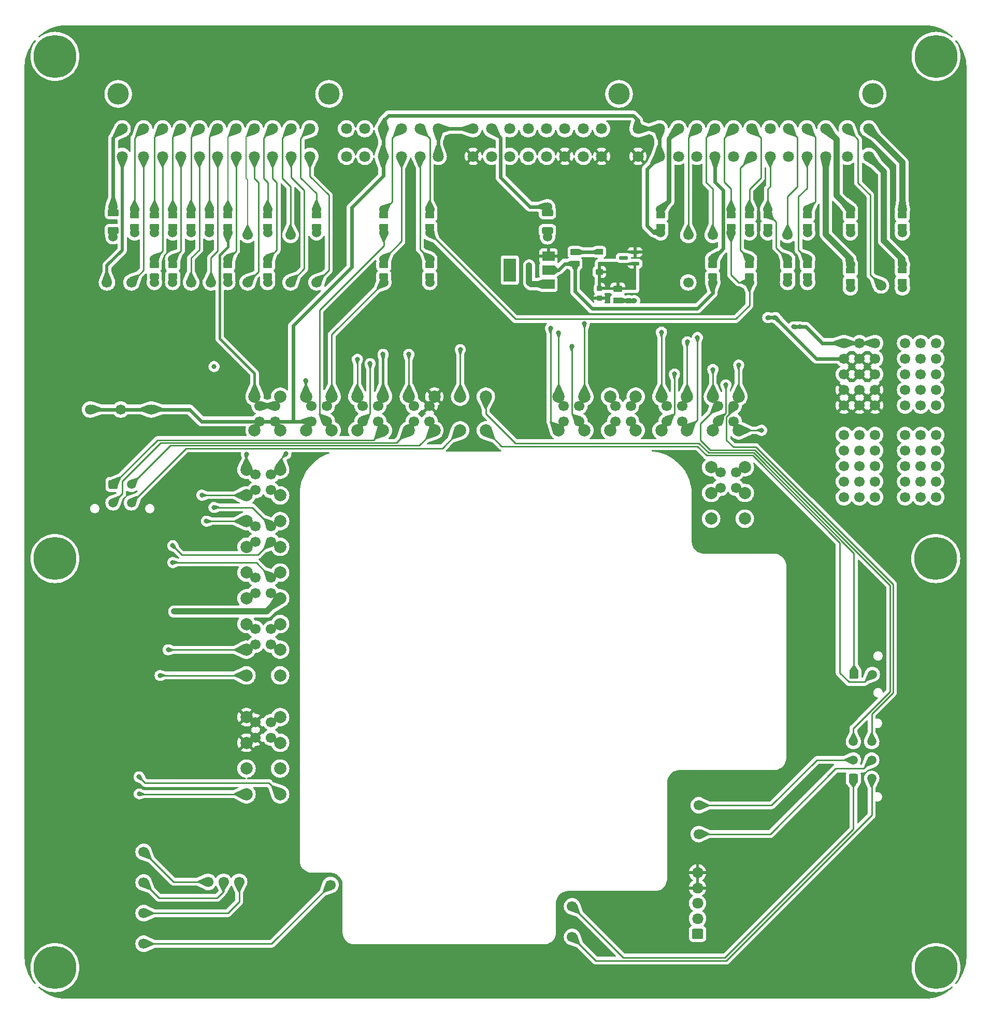
<source format=gtl>
G04 #@! TF.GenerationSoftware,KiCad,Pcbnew,8.0.1-8.0.1-1~ubuntu22.04.1*
G04 #@! TF.CreationDate,2024-04-26T01:36:36+00:00*
G04 #@! TF.ProjectId,uaefi-adapter-NA-90-95,75616566-692d-4616-9461-707465722d4e,rev?*
G04 #@! TF.SameCoordinates,Original*
G04 #@! TF.FileFunction,Copper,L1,Top*
G04 #@! TF.FilePolarity,Positive*
%FSLAX46Y46*%
G04 Gerber Fmt 4.6, Leading zero omitted, Abs format (unit mm)*
G04 Created by KiCad (PCBNEW 8.0.1-8.0.1-1~ubuntu22.04.1) date 2024-04-26 01:36:36*
%MOMM*%
%LPD*%
G01*
G04 APERTURE LIST*
G04 #@! TA.AperFunction,ComponentPad*
%ADD10C,1.524000*%
G04 #@! TD*
G04 #@! TA.AperFunction,ComponentPad*
%ADD11C,1.700000*%
G04 #@! TD*
G04 #@! TA.AperFunction,ComponentPad*
%ADD12C,1.500000*%
G04 #@! TD*
G04 #@! TA.AperFunction,ComponentPad*
%ADD13C,7.000000*%
G04 #@! TD*
G04 #@! TA.AperFunction,ComponentPad*
%ADD14C,3.500120*%
G04 #@! TD*
G04 #@! TA.AperFunction,ComponentPad*
%ADD15C,1.800000*%
G04 #@! TD*
G04 #@! TA.AperFunction,ComponentPad*
%ADD16C,2.000000*%
G04 #@! TD*
G04 #@! TA.AperFunction,ComponentPad*
%ADD17O,1.850000X1.700000*%
G04 #@! TD*
G04 #@! TA.AperFunction,SMDPad,CuDef*
%ADD18R,2.000000X1.500000*%
G04 #@! TD*
G04 #@! TA.AperFunction,SMDPad,CuDef*
%ADD19R,2.000000X3.800000*%
G04 #@! TD*
G04 #@! TA.AperFunction,ViaPad*
%ADD20C,0.800000*%
G04 #@! TD*
G04 #@! TA.AperFunction,Conductor*
%ADD21C,0.600000*%
G04 #@! TD*
G04 #@! TA.AperFunction,Conductor*
%ADD22C,0.250000*%
G04 #@! TD*
G04 #@! TA.AperFunction,Conductor*
%ADD23C,0.200000*%
G04 #@! TD*
G04 #@! TA.AperFunction,Conductor*
%ADD24C,1.000000*%
G04 #@! TD*
G04 #@! TA.AperFunction,Conductor*
%ADD25C,0.400000*%
G04 #@! TD*
G04 #@! TA.AperFunction,Conductor*
%ADD26C,0.500000*%
G04 #@! TD*
G04 #@! TA.AperFunction,Conductor*
%ADD27C,0.800000*%
G04 #@! TD*
G04 APERTURE END LIST*
D10*
G04 #@! TO.P,R17,1,1*
G04 #@! TO.N,/OUT_RADIATOR_FAN_RELAY*
X30750000Y125595000D03*
G04 #@! TA.AperFunction,SMDPad,CuDef*
G36*
G01*
X31375000Y126049999D02*
X30125000Y126049999D01*
G75*
G02*
X30025000Y126149999I0J100000D01*
G01*
X30025000Y126949999D01*
G75*
G02*
X30125000Y127049999I100000J0D01*
G01*
X31375000Y127049999D01*
G75*
G02*
X31475000Y126949999I0J-100000D01*
G01*
X31475000Y126149999D01*
G75*
G02*
X31375000Y126049999I-100000J0D01*
G01*
G37*
G04 #@! TD.AperFunction*
G04 #@! TO.P,R17,2,2*
G04 #@! TO.N,/1L*
G04 #@! TA.AperFunction,SMDPad,CuDef*
G36*
G01*
X31375000Y127950021D02*
X30125000Y127950021D01*
G75*
G02*
X30025000Y128050021I0J100000D01*
G01*
X30025000Y128850021D01*
G75*
G02*
X30125000Y128950021I100000J0D01*
G01*
X31375000Y128950021D01*
G75*
G02*
X31475000Y128850021I0J-100000D01*
G01*
X31475000Y128050021D01*
G75*
G02*
X31375000Y127950021I-100000J0D01*
G01*
G37*
G04 #@! TD.AperFunction*
X30750000Y129405000D03*
G04 #@! TD*
G04 #@! TO.P,R15,1,1*
G04 #@! TO.N,/OUT_IGN2*
X24750000Y125595000D03*
G04 #@! TA.AperFunction,SMDPad,CuDef*
G36*
G01*
X25375000Y126049999D02*
X24125000Y126049999D01*
G75*
G02*
X24025000Y126149999I0J100000D01*
G01*
X24025000Y126949999D01*
G75*
G02*
X24125000Y127049999I100000J0D01*
G01*
X25375000Y127049999D01*
G75*
G02*
X25475000Y126949999I0J-100000D01*
G01*
X25475000Y126149999D01*
G75*
G02*
X25375000Y126049999I-100000J0D01*
G01*
G37*
G04 #@! TD.AperFunction*
G04 #@! TO.P,R15,2,2*
G04 #@! TO.N,/1H*
G04 #@! TA.AperFunction,SMDPad,CuDef*
G36*
G01*
X25375000Y127950021D02*
X24125000Y127950021D01*
G75*
G02*
X24025000Y128050021I0J100000D01*
G01*
X24025000Y128850021D01*
G75*
G02*
X24125000Y128950021I100000J0D01*
G01*
X25375000Y128950021D01*
G75*
G02*
X25475000Y128850021I0J-100000D01*
G01*
X25475000Y128050021D01*
G75*
G02*
X25375000Y127950021I-100000J0D01*
G01*
G37*
G04 #@! TD.AperFunction*
X24750000Y129405000D03*
G04 #@! TD*
D11*
G04 #@! TO.P,P11,1,Pin_1*
G04 #@! TO.N,/1U*
X48250000Y117500000D03*
G04 #@! TD*
D10*
G04 #@! TO.P,R58,1,1*
G04 #@! TO.N,/IN_O2S*
X119000000Y125595000D03*
G04 #@! TA.AperFunction,SMDPad,CuDef*
G36*
G01*
X119625000Y126049999D02*
X118375000Y126049999D01*
G75*
G02*
X118275000Y126149999I0J100000D01*
G01*
X118275000Y126949999D01*
G75*
G02*
X118375000Y127049999I100000J0D01*
G01*
X119625000Y127049999D01*
G75*
G02*
X119725000Y126949999I0J-100000D01*
G01*
X119725000Y126149999D01*
G75*
G02*
X119625000Y126049999I-100000J0D01*
G01*
G37*
G04 #@! TD.AperFunction*
G04 #@! TO.P,R58,2,2*
G04 #@! TO.N,/3N*
G04 #@! TA.AperFunction,SMDPad,CuDef*
G36*
G01*
X119625000Y127950021D02*
X118375000Y127950021D01*
G75*
G02*
X118275000Y128050021I0J100000D01*
G01*
X118275000Y128850021D01*
G75*
G02*
X118375000Y128950021I100000J0D01*
G01*
X119625000Y128950021D01*
G75*
G02*
X119725000Y128850021I0J-100000D01*
G01*
X119725000Y128050021D01*
G75*
G02*
X119625000Y127950021I-100000J0D01*
G01*
G37*
G04 #@! TD.AperFunction*
X119000000Y129405000D03*
G04 #@! TD*
D11*
G04 #@! TO.P,P3,1,Pin_1*
G04 #@! TO.N,Net-(M1-DC1_DIR)*
X20000000Y19500000D03*
G04 #@! TD*
G04 #@! TO.P,P_D5,1,Pin_1*
G04 #@! TO.N,Net-(M1-IN_FLEX)*
X109000000Y117500000D03*
G04 #@! TD*
D10*
G04 #@! TO.P,R57,1,1*
G04 #@! TO.N,/IN_TPS1*
X116000000Y125595000D03*
G04 #@! TA.AperFunction,SMDPad,CuDef*
G36*
G01*
X116625000Y126049999D02*
X115375000Y126049999D01*
G75*
G02*
X115275000Y126149999I0J100000D01*
G01*
X115275000Y126949999D01*
G75*
G02*
X115375000Y127049999I100000J0D01*
G01*
X116625000Y127049999D01*
G75*
G02*
X116725000Y126949999I0J-100000D01*
G01*
X116725000Y126149999D01*
G75*
G02*
X116625000Y126049999I-100000J0D01*
G01*
G37*
G04 #@! TD.AperFunction*
G04 #@! TO.P,R57,2,2*
G04 #@! TO.N,/3L*
G04 #@! TA.AperFunction,SMDPad,CuDef*
G36*
G01*
X116625000Y127950021D02*
X115375000Y127950021D01*
G75*
G02*
X115275000Y128050021I0J100000D01*
G01*
X115275000Y128850021D01*
G75*
G02*
X115375000Y128950021I100000J0D01*
G01*
X116625000Y128950021D01*
G75*
G02*
X116725000Y128850021I0J-100000D01*
G01*
X116725000Y128050021D01*
G75*
G02*
X116625000Y127950021I-100000J0D01*
G01*
G37*
G04 #@! TD.AperFunction*
X116000000Y129405000D03*
G04 #@! TD*
G04 #@! TO.P,R22,1,1*
G04 #@! TO.N,/IN_CLUTCH*
X48250000Y125595000D03*
G04 #@! TA.AperFunction,SMDPad,CuDef*
G36*
G01*
X48875000Y126049999D02*
X47625000Y126049999D01*
G75*
G02*
X47525000Y126149999I0J100000D01*
G01*
X47525000Y126949999D01*
G75*
G02*
X47625000Y127049999I100000J0D01*
G01*
X48875000Y127049999D01*
G75*
G02*
X48975000Y126949999I0J-100000D01*
G01*
X48975000Y126149999D01*
G75*
G02*
X48875000Y126049999I-100000J0D01*
G01*
G37*
G04 #@! TD.AperFunction*
G04 #@! TO.P,R22,2,2*
G04 #@! TO.N,/1V*
G04 #@! TA.AperFunction,SMDPad,CuDef*
G36*
G01*
X48875000Y127950021D02*
X47625000Y127950021D01*
G75*
G02*
X47525000Y128050021I0J100000D01*
G01*
X47525000Y128850021D01*
G75*
G02*
X47625000Y128950021I100000J0D01*
G01*
X48875000Y128950021D01*
G75*
G02*
X48975000Y128850021I0J-100000D01*
G01*
X48975000Y128050021D01*
G75*
G02*
X48875000Y127950021I-100000J0D01*
G01*
G37*
G04 #@! TD.AperFunction*
X48250000Y129405000D03*
G04 #@! TD*
G04 #@! TO.P,R46,1,1*
G04 #@! TO.N,/IN_MAF*
X125250000Y117500000D03*
G04 #@! TA.AperFunction,SMDPad,CuDef*
G36*
G01*
X125875000Y117954999D02*
X124625000Y117954999D01*
G75*
G02*
X124525000Y118054999I0J100000D01*
G01*
X124525000Y118854999D01*
G75*
G02*
X124625000Y118954999I100000J0D01*
G01*
X125875000Y118954999D01*
G75*
G02*
X125975000Y118854999I0J-100000D01*
G01*
X125975000Y118054999D01*
G75*
G02*
X125875000Y117954999I-100000J0D01*
G01*
G37*
G04 #@! TD.AperFunction*
G04 #@! TO.P,R46,2,2*
G04 #@! TO.N,/3O*
G04 #@! TA.AperFunction,SMDPad,CuDef*
G36*
G01*
X125875000Y119855021D02*
X124625000Y119855021D01*
G75*
G02*
X124525000Y119955021I0J100000D01*
G01*
X124525000Y120755021D01*
G75*
G02*
X124625000Y120855021I100000J0D01*
G01*
X125875000Y120855021D01*
G75*
G02*
X125975000Y120755021I0J-100000D01*
G01*
X125975000Y119955021D01*
G75*
G02*
X125875000Y119855021I-100000J0D01*
G01*
G37*
G04 #@! TD.AperFunction*
X125250000Y121310000D03*
G04 #@! TD*
G04 #@! TO.P,R9,1,1*
G04 #@! TO.N,/IN_AC_SW*
X40250000Y117500000D03*
G04 #@! TA.AperFunction,SMDPad,CuDef*
G36*
G01*
X40875000Y117954999D02*
X39625000Y117954999D01*
G75*
G02*
X39525000Y118054999I0J100000D01*
G01*
X39525000Y118854999D01*
G75*
G02*
X39625000Y118954999I100000J0D01*
G01*
X40875000Y118954999D01*
G75*
G02*
X40975000Y118854999I0J-100000D01*
G01*
X40975000Y118054999D01*
G75*
G02*
X40875000Y117954999I-100000J0D01*
G01*
G37*
G04 #@! TD.AperFunction*
G04 #@! TO.P,R9,2,2*
G04 #@! TO.N,/1Q*
G04 #@! TA.AperFunction,SMDPad,CuDef*
G36*
G01*
X40875000Y119855021D02*
X39625000Y119855021D01*
G75*
G02*
X39525000Y119955021I0J100000D01*
G01*
X39525000Y120755021D01*
G75*
G02*
X39625000Y120855021I100000J0D01*
G01*
X40875000Y120855021D01*
G75*
G02*
X40975000Y120755021I0J-100000D01*
G01*
X40975000Y119955021D01*
G75*
G02*
X40875000Y119855021I-100000J0D01*
G01*
G37*
G04 #@! TD.AperFunction*
X40250000Y121310000D03*
G04 #@! TD*
D11*
G04 #@! TO.P,P12,1,Pin_1*
G04 #@! TO.N,/+12V_PERM*
X14000000Y117500000D03*
G04 #@! TD*
D10*
G04 #@! TO.P,R49_51,1,1*
G04 #@! TO.N,/OUT_INJ3*
X135500000Y116595000D03*
G04 #@! TA.AperFunction,SMDPad,CuDef*
G36*
G01*
X136125000Y117049999D02*
X134875000Y117049999D01*
G75*
G02*
X134775000Y117149999I0J100000D01*
G01*
X134775000Y117949999D01*
G75*
G02*
X134875000Y118049999I100000J0D01*
G01*
X136125000Y118049999D01*
G75*
G02*
X136225000Y117949999I0J-100000D01*
G01*
X136225000Y117149999D01*
G75*
G02*
X136125000Y117049999I-100000J0D01*
G01*
G37*
G04 #@! TD.AperFunction*
G04 #@! TO.P,R49_51,2,2*
G04 #@! TO.N,/OUT_INJ1*
G04 #@! TA.AperFunction,SMDPad,CuDef*
G36*
G01*
X136125000Y118950021D02*
X134875000Y118950021D01*
G75*
G02*
X134775000Y119050021I0J100000D01*
G01*
X134775000Y119850021D01*
G75*
G02*
X134875000Y119950021I100000J0D01*
G01*
X136125000Y119950021D01*
G75*
G02*
X136225000Y119850021I0J-100000D01*
G01*
X136225000Y119050021D01*
G75*
G02*
X136125000Y118950021I-100000J0D01*
G01*
G37*
G04 #@! TD.AperFunction*
X135500000Y120405000D03*
G04 #@! TD*
D11*
G04 #@! TO.P,P63,1,Pin_1*
G04 #@! TO.N,/3X*
X140500000Y117000000D03*
G04 #@! TD*
G04 #@! TO.P,P9,1,Pin_1*
G04 #@! TO.N,Net-(M1-DC2_PWM)*
X20000000Y9500000D03*
G04 #@! TD*
D10*
G04 #@! TO.P,R3,1,1*
G04 #@! TO.N,/OUT_CHECK_ENGINE*
X21750000Y117500000D03*
G04 #@! TA.AperFunction,SMDPad,CuDef*
G36*
G01*
X22375000Y117954999D02*
X21125000Y117954999D01*
G75*
G02*
X21025000Y118054999I0J100000D01*
G01*
X21025000Y118854999D01*
G75*
G02*
X21125000Y118954999I100000J0D01*
G01*
X22375000Y118954999D01*
G75*
G02*
X22475000Y118854999I0J-100000D01*
G01*
X22475000Y118054999D01*
G75*
G02*
X22375000Y117954999I-100000J0D01*
G01*
G37*
G04 #@! TD.AperFunction*
G04 #@! TO.P,R3,2,2*
G04 #@! TO.N,/1E*
G04 #@! TA.AperFunction,SMDPad,CuDef*
G36*
G01*
X22375000Y119855021D02*
X21125000Y119855021D01*
G75*
G02*
X21025000Y119955021I0J100000D01*
G01*
X21025000Y120755021D01*
G75*
G02*
X21125000Y120855021I100000J0D01*
G01*
X22375000Y120855021D01*
G75*
G02*
X22475000Y120755021I0J-100000D01*
G01*
X22475000Y119955021D01*
G75*
G02*
X22375000Y119855021I-100000J0D01*
G01*
G37*
G04 #@! TD.AperFunction*
X21750000Y121310000D03*
G04 #@! TD*
G04 #@! TO.P,R18,1,1*
G04 #@! TO.N,+5VP*
X33750000Y125595000D03*
G04 #@! TA.AperFunction,SMDPad,CuDef*
G36*
G01*
X34375000Y126049999D02*
X33125000Y126049999D01*
G75*
G02*
X33025000Y126149999I0J100000D01*
G01*
X33025000Y126949999D01*
G75*
G02*
X33125000Y127049999I100000J0D01*
G01*
X34375000Y127049999D01*
G75*
G02*
X34475000Y126949999I0J-100000D01*
G01*
X34475000Y126149999D01*
G75*
G02*
X34375000Y126049999I-100000J0D01*
G01*
G37*
G04 #@! TD.AperFunction*
G04 #@! TO.P,R18,2,2*
G04 #@! TO.N,/1N*
G04 #@! TA.AperFunction,SMDPad,CuDef*
G36*
G01*
X34375000Y127950021D02*
X33125000Y127950021D01*
G75*
G02*
X33025000Y128050021I0J100000D01*
G01*
X33025000Y128850021D01*
G75*
G02*
X33125000Y128950021I100000J0D01*
G01*
X34375000Y128950021D01*
G75*
G02*
X34475000Y128850021I0J-100000D01*
G01*
X34475000Y128050021D01*
G75*
G02*
X34375000Y127950021I-100000J0D01*
G01*
G37*
G04 #@! TD.AperFunction*
X33750000Y129405000D03*
G04 #@! TD*
D11*
G04 #@! TO.P,P6,1,Pin_1*
G04 #@! TO.N,Net-(P1A-1K)*
X31000000Y117500000D03*
G04 #@! TD*
D10*
G04 #@! TO.P,R20,1,1*
G04 #@! TO.N,/OUT_RADIATOR_FAN_RELAY*
X40250000Y125595000D03*
G04 #@! TA.AperFunction,SMDPad,CuDef*
G36*
G01*
X40875000Y126049999D02*
X39625000Y126049999D01*
G75*
G02*
X39525000Y126149999I0J100000D01*
G01*
X39525000Y126949999D01*
G75*
G02*
X39625000Y127049999I100000J0D01*
G01*
X40875000Y127049999D01*
G75*
G02*
X40975000Y126949999I0J-100000D01*
G01*
X40975000Y126149999D01*
G75*
G02*
X40875000Y126049999I-100000J0D01*
G01*
G37*
G04 #@! TD.AperFunction*
G04 #@! TO.P,R20,2,2*
G04 #@! TO.N,Net-(P1A-1R)*
G04 #@! TA.AperFunction,SMDPad,CuDef*
G36*
G01*
X40875000Y127950021D02*
X39625000Y127950021D01*
G75*
G02*
X39525000Y128050021I0J100000D01*
G01*
X39525000Y128850021D01*
G75*
G02*
X39625000Y128950021I100000J0D01*
G01*
X40875000Y128950021D01*
G75*
G02*
X40975000Y128850021I0J-100000D01*
G01*
X40975000Y128050021D01*
G75*
G02*
X40875000Y127950021I-100000J0D01*
G01*
G37*
G04 #@! TD.AperFunction*
X40250000Y129405000D03*
G04 #@! TD*
G04 #@! TO.P,D1,1,K*
G04 #@! TO.N,Net-(D1-K)*
G04 #@! TA.AperFunction,SMDPad,CuDef*
G36*
G01*
X93990000Y122950000D02*
X95010000Y122950000D01*
G75*
G02*
X95100000Y122860000I0J-90000D01*
G01*
X95100000Y122140000D01*
G75*
G02*
X95010000Y122050000I-90000J0D01*
G01*
X93990000Y122050000D01*
G75*
G02*
X93900000Y122140000I0J90000D01*
G01*
X93900000Y122860000D01*
G75*
G02*
X93990000Y122950000I90000J0D01*
G01*
G37*
G04 #@! TD.AperFunction*
G04 #@! TO.P,D1,2,A*
G04 #@! TO.N,Net-(D1-A)*
G04 #@! TA.AperFunction,SMDPad,CuDef*
G36*
G01*
X93990000Y119650000D02*
X95010000Y119650000D01*
G75*
G02*
X95100000Y119560000I0J-90000D01*
G01*
X95100000Y118840000D01*
G75*
G02*
X95010000Y118750000I-90000J0D01*
G01*
X93990000Y118750000D01*
G75*
G02*
X93900000Y118840000I0J90000D01*
G01*
X93900000Y119560000D01*
G75*
G02*
X93990000Y119650000I90000J0D01*
G01*
G37*
G04 #@! TD.AperFunction*
G04 #@! TD*
G04 #@! TO.P,J2,1,Pin_1*
G04 #@! TO.N,Net-(J2-Pin_1)*
G04 #@! TA.AperFunction,ComponentPad*
G36*
G01*
X14250000Y84000001D02*
X14250000Y84999999D01*
G75*
G02*
X14500001Y85250000I250001J0D01*
G01*
X15499999Y85250000D01*
G75*
G02*
X15750000Y84999999I0J-250001D01*
G01*
X15750000Y84000001D01*
G75*
G02*
X15499999Y83750000I-250001J0D01*
G01*
X14500001Y83750000D01*
G75*
G02*
X14250000Y84000001I0J250001D01*
G01*
G37*
G04 #@! TD.AperFunction*
D12*
G04 #@! TO.P,J2,2,Pin_2*
G04 #@! TO.N,Net-(J2-Pin_2)*
X18000000Y84500000D03*
G04 #@! TO.P,J2,3,Pin_3*
G04 #@! TO.N,Net-(J2-Pin_3)*
X15000000Y81500000D03*
G04 #@! TO.P,J2,4,Pin_4*
G04 #@! TO.N,Net-(J2-Pin_4)*
X18000000Y81500000D03*
G04 #@! TD*
D10*
G04 #@! TO.P,R46_61,1,1*
G04 #@! TO.N,/OUT_PUMP_RELAY*
X122000000Y125595000D03*
G04 #@! TA.AperFunction,SMDPad,CuDef*
G36*
G01*
X122625000Y126049999D02*
X121375000Y126049999D01*
G75*
G02*
X121275000Y126149999I0J100000D01*
G01*
X121275000Y126949999D01*
G75*
G02*
X121375000Y127049999I100000J0D01*
G01*
X122625000Y127049999D01*
G75*
G02*
X122725000Y126949999I0J-100000D01*
G01*
X122725000Y126149999D01*
G75*
G02*
X122625000Y126049999I-100000J0D01*
G01*
G37*
G04 #@! TD.AperFunction*
G04 #@! TO.P,R46_61,2,2*
G04 #@! TO.N,/3O*
G04 #@! TA.AperFunction,SMDPad,CuDef*
G36*
G01*
X122625000Y127950021D02*
X121375000Y127950021D01*
G75*
G02*
X121275000Y128050021I0J100000D01*
G01*
X121275000Y128850021D01*
G75*
G02*
X121375000Y128950021I100000J0D01*
G01*
X122625000Y128950021D01*
G75*
G02*
X122725000Y128850021I0J-100000D01*
G01*
X122725000Y128050021D01*
G75*
G02*
X122625000Y127950021I-100000J0D01*
G01*
G37*
G04 #@! TD.AperFunction*
X122000000Y129405000D03*
G04 #@! TD*
G04 #@! TO.P,R45,1,1*
G04 #@! TO.N,/IN_TPS1*
X119000000Y117500000D03*
G04 #@! TA.AperFunction,SMDPad,CuDef*
G36*
G01*
X119625000Y117954999D02*
X118375000Y117954999D01*
G75*
G02*
X118275000Y118054999I0J100000D01*
G01*
X118275000Y118854999D01*
G75*
G02*
X118375000Y118954999I100000J0D01*
G01*
X119625000Y118954999D01*
G75*
G02*
X119725000Y118854999I0J-100000D01*
G01*
X119725000Y118054999D01*
G75*
G02*
X119625000Y117954999I-100000J0D01*
G01*
G37*
G04 #@! TD.AperFunction*
G04 #@! TO.P,R45,2,2*
G04 #@! TO.N,/3M*
G04 #@! TA.AperFunction,SMDPad,CuDef*
G36*
G01*
X119625000Y119855021D02*
X118375000Y119855021D01*
G75*
G02*
X118275000Y119955021I0J100000D01*
G01*
X118275000Y120755021D01*
G75*
G02*
X118375000Y120855021I100000J0D01*
G01*
X119625000Y120855021D01*
G75*
G02*
X119725000Y120755021I0J-100000D01*
G01*
X119725000Y119955021D01*
G75*
G02*
X119625000Y119855021I-100000J0D01*
G01*
G37*
G04 #@! TD.AperFunction*
X119000000Y121310000D03*
G04 #@! TD*
D11*
G04 #@! TO.P,P_C11,1,Pin_1*
G04 #@! TO.N,GNDA*
X21250000Y96750000D03*
G04 #@! TD*
G04 #@! TO.P,P10,1,Pin_1*
G04 #@! TO.N,Net-(P10-Pin_1)*
X44000000Y117500000D03*
G04 #@! TD*
D10*
G04 #@! TO.P,R51,1,1*
G04 #@! TO.N,/OUT_INJ3*
X144000000Y116595000D03*
G04 #@! TA.AperFunction,SMDPad,CuDef*
G36*
G01*
X144625000Y117049999D02*
X143375000Y117049999D01*
G75*
G02*
X143275000Y117149999I0J100000D01*
G01*
X143275000Y117949999D01*
G75*
G02*
X143375000Y118049999I100000J0D01*
G01*
X144625000Y118049999D01*
G75*
G02*
X144725000Y117949999I0J-100000D01*
G01*
X144725000Y117149999D01*
G75*
G02*
X144625000Y117049999I-100000J0D01*
G01*
G37*
G04 #@! TD.AperFunction*
G04 #@! TO.P,R51,2,2*
G04 #@! TO.N,/3Y*
G04 #@! TA.AperFunction,SMDPad,CuDef*
G36*
G01*
X144625000Y118950021D02*
X143375000Y118950021D01*
G75*
G02*
X143275000Y119050021I0J100000D01*
G01*
X143275000Y119850021D01*
G75*
G02*
X143375000Y119950021I100000J0D01*
G01*
X144625000Y119950021D01*
G75*
G02*
X144725000Y119850021I0J-100000D01*
G01*
X144725000Y119050021D01*
G75*
G02*
X144625000Y118950021I-100000J0D01*
G01*
G37*
G04 #@! TD.AperFunction*
X144000000Y120405000D03*
G04 #@! TD*
D11*
G04 #@! TO.P,G9,1*
G04 #@! TO.N,unconnected-(G9-Pad1)*
X144460000Y97420000D03*
G04 #@! TO.P,G9,2*
G04 #@! TO.N,unconnected-(G9-Pad2)*
X144460000Y99960000D03*
G04 #@! TO.P,G9,3*
G04 #@! TO.N,unconnected-(G9-Pad3)*
X144460000Y102500000D03*
G04 #@! TO.P,G9,4*
G04 #@! TO.N,unconnected-(G9-Pad4)*
X144460000Y105040000D03*
G04 #@! TO.P,G9,5*
G04 #@! TO.N,unconnected-(G9-Pad5)*
X144460000Y107580000D03*
G04 #@! TO.P,G9,6*
G04 #@! TO.N,unconnected-(G9-Pad6)*
X147000000Y97420000D03*
G04 #@! TO.P,G9,7*
G04 #@! TO.N,unconnected-(G9-Pad7)*
X147000000Y99960000D03*
G04 #@! TO.P,G9,8*
G04 #@! TO.N,unconnected-(G9-Pad8)*
X147000000Y102500000D03*
G04 #@! TO.P,G9,9*
G04 #@! TO.N,unconnected-(G9-Pad9)*
X147000000Y105040000D03*
G04 #@! TO.P,G9,10*
G04 #@! TO.N,unconnected-(G9-Pad10)*
X147000000Y107580000D03*
G04 #@! TO.P,G9,11*
G04 #@! TO.N,unconnected-(G9-Pad11)*
X149540000Y97420000D03*
G04 #@! TO.P,G9,12*
G04 #@! TO.N,unconnected-(G9-Pad12)*
X149540000Y99960000D03*
G04 #@! TO.P,G9,13*
G04 #@! TO.N,unconnected-(G9-Pad13)*
X149540000Y102500000D03*
G04 #@! TO.P,G9,14*
G04 #@! TO.N,unconnected-(G9-Pad14)*
X149540000Y105040000D03*
G04 #@! TO.P,G9,15*
G04 #@! TO.N,unconnected-(G9-Pad15)*
X149540000Y107580000D03*
G04 #@! TD*
D10*
G04 #@! TO.P,R43,1,1*
G04 #@! TO.N,/OUT_TACH*
X113000000Y117500000D03*
G04 #@! TA.AperFunction,SMDPad,CuDef*
G36*
G01*
X113625000Y117954999D02*
X112375000Y117954999D01*
G75*
G02*
X112275000Y118054999I0J100000D01*
G01*
X112275000Y118854999D01*
G75*
G02*
X112375000Y118954999I100000J0D01*
G01*
X113625000Y118954999D01*
G75*
G02*
X113725000Y118854999I0J-100000D01*
G01*
X113725000Y118054999D01*
G75*
G02*
X113625000Y117954999I-100000J0D01*
G01*
G37*
G04 #@! TD.AperFunction*
G04 #@! TO.P,R43,2,2*
G04 #@! TO.N,/3I*
G04 #@! TA.AperFunction,SMDPad,CuDef*
G36*
G01*
X113625000Y119855021D02*
X112375000Y119855021D01*
G75*
G02*
X112275000Y119955021I0J100000D01*
G01*
X112275000Y120755021D01*
G75*
G02*
X112375000Y120855021I100000J0D01*
G01*
X113625000Y120855021D01*
G75*
G02*
X113725000Y120755021I0J-100000D01*
G01*
X113725000Y119955021D01*
G75*
G02*
X113625000Y119855021I-100000J0D01*
G01*
G37*
G04 #@! TD.AperFunction*
X113000000Y121310000D03*
G04 #@! TD*
G04 #@! TO.P,D2,1*
G04 #@! TO.N,Net-(D1-A)*
G04 #@! TA.AperFunction,SMDPad,CuDef*
G36*
G01*
X101025000Y120700000D02*
X101025000Y120400000D01*
G75*
G02*
X100875000Y120250000I-150000J0D01*
G01*
X99700000Y120250000D01*
G75*
G02*
X99550000Y120400000I0J150000D01*
G01*
X99550000Y120700000D01*
G75*
G02*
X99700000Y120850000I150000J0D01*
G01*
X100875000Y120850000D01*
G75*
G02*
X101025000Y120700000I0J-150000D01*
G01*
G37*
G04 #@! TD.AperFunction*
G04 #@! TO.P,D2,2*
G04 #@! TO.N,unconnected-(D2-Pad2)*
G04 #@! TA.AperFunction,SMDPad,CuDef*
G36*
G01*
X99150000Y121650000D02*
X99150000Y121350000D01*
G75*
G02*
X99000000Y121200000I-150000J0D01*
G01*
X97825000Y121200000D01*
G75*
G02*
X97675000Y121350000I0J150000D01*
G01*
X97675000Y121650000D01*
G75*
G02*
X97825000Y121800000I150000J0D01*
G01*
X99000000Y121800000D01*
G75*
G02*
X99150000Y121650000I0J-150000D01*
G01*
G37*
G04 #@! TD.AperFunction*
G04 #@! TO.P,D2,3*
G04 #@! TO.N,GND*
G04 #@! TA.AperFunction,SMDPad,CuDef*
G36*
G01*
X101025000Y122600000D02*
X101025000Y122300000D01*
G75*
G02*
X100875000Y122150000I-150000J0D01*
G01*
X99700000Y122150000D01*
G75*
G02*
X99550000Y122300000I0J150000D01*
G01*
X99550000Y122600000D01*
G75*
G02*
X99700000Y122750000I150000J0D01*
G01*
X100875000Y122750000D01*
G75*
G02*
X101025000Y122600000I0J-150000D01*
G01*
G37*
G04 #@! TD.AperFunction*
G04 #@! TD*
G04 #@! TO.P,J1,1,Pin_1*
G04 #@! TO.N,Net-(J1-Pin_1)*
G04 #@! TA.AperFunction,ComponentPad*
G36*
G01*
X136499999Y35750000D02*
X135500001Y35750000D01*
G75*
G02*
X135250000Y36000001I0J250001D01*
G01*
X135250000Y36999999D01*
G75*
G02*
X135500001Y37250000I250001J0D01*
G01*
X136499999Y37250000D01*
G75*
G02*
X136750000Y36999999I0J-250001D01*
G01*
X136750000Y36000001D01*
G75*
G02*
X136499999Y35750000I-250001J0D01*
G01*
G37*
G04 #@! TD.AperFunction*
D12*
G04 #@! TO.P,J1,2,Pin_2*
G04 #@! TO.N,Net-(J1-Pin_2)*
X136000000Y39500000D03*
G04 #@! TO.P,J1,3,Pin_3*
G04 #@! TO.N,/CANH*
X136000000Y42500000D03*
G04 #@! TO.P,J1,4,Pin_4*
G04 #@! TO.N,Net-(J1-Pin_4)*
X139000000Y36500000D03*
G04 #@! TO.P,J1,5,Pin_5*
G04 #@! TO.N,Net-(J1-Pin_5)*
X139000000Y39500000D03*
G04 #@! TO.P,J1,6,Pin_6*
G04 #@! TO.N,/CANL*
X139000000Y42500000D03*
G04 #@! TD*
D13*
G04 #@! TO.P,J16,1,Pin_1*
G04 #@! TO.N,N/C*
X149500001Y154400001D03*
G04 #@! TD*
G04 #@! TO.P,R1,1*
G04 #@! TO.N,Net-(D1-K)*
G04 #@! TA.AperFunction,SMDPad,CuDef*
G36*
G01*
X89875000Y122950001D02*
X91125000Y122950001D01*
G75*
G02*
X91225000Y122850001I0J-100000D01*
G01*
X91225000Y122050001D01*
G75*
G02*
X91125000Y121950001I-100000J0D01*
G01*
X89875000Y121950001D01*
G75*
G02*
X89775000Y122050001I0J100000D01*
G01*
X89775000Y122850001D01*
G75*
G02*
X89875000Y122950001I100000J0D01*
G01*
G37*
G04 #@! TD.AperFunction*
G04 #@! TO.P,R1,2*
G04 #@! TO.N,/OUT_TACH*
G04 #@! TA.AperFunction,SMDPad,CuDef*
G36*
G01*
X89875000Y121049979D02*
X91125000Y121049979D01*
G75*
G02*
X91225000Y120949979I0J-100000D01*
G01*
X91225000Y120149979D01*
G75*
G02*
X91125000Y120049979I-100000J0D01*
G01*
X89875000Y120049979D01*
G75*
G02*
X89775000Y120149979I0J100000D01*
G01*
X89775000Y120949979D01*
G75*
G02*
X89875000Y121049979I100000J0D01*
G01*
G37*
G04 #@! TD.AperFunction*
G04 #@! TD*
G04 #@! TO.P,J17,1,Pin_1*
G04 #@! TO.N,N/C*
X5500001Y72400001D03*
G04 #@! TD*
D10*
G04 #@! TO.P,R16,1,1*
G04 #@! TO.N,/OUT_AC_RELAY*
X27750000Y125595000D03*
G04 #@! TA.AperFunction,SMDPad,CuDef*
G36*
G01*
X28375000Y126049999D02*
X27125000Y126049999D01*
G75*
G02*
X27025000Y126149999I0J100000D01*
G01*
X27025000Y126949999D01*
G75*
G02*
X27125000Y127049999I100000J0D01*
G01*
X28375000Y127049999D01*
G75*
G02*
X28475000Y126949999I0J-100000D01*
G01*
X28475000Y126149999D01*
G75*
G02*
X28375000Y126049999I-100000J0D01*
G01*
G37*
G04 #@! TD.AperFunction*
G04 #@! TO.P,R16,2,2*
G04 #@! TO.N,/1J*
G04 #@! TA.AperFunction,SMDPad,CuDef*
G36*
G01*
X28375000Y127950021D02*
X27125000Y127950021D01*
G75*
G02*
X27025000Y128050021I0J100000D01*
G01*
X27025000Y128850021D01*
G75*
G02*
X27125000Y128950021I100000J0D01*
G01*
X28375000Y128950021D01*
G75*
G02*
X28475000Y128850021I0J-100000D01*
G01*
X28475000Y128050021D01*
G75*
G02*
X28375000Y127950021I-100000J0D01*
G01*
G37*
G04 #@! TD.AperFunction*
X27750000Y129405000D03*
G04 #@! TD*
G04 #@! TO.P,R48,1,1*
G04 #@! TO.N,/OUT_CONDENSER_FAN*
X128500000Y117500000D03*
G04 #@! TA.AperFunction,SMDPad,CuDef*
G36*
G01*
X129125000Y117954999D02*
X127875000Y117954999D01*
G75*
G02*
X127775000Y118054999I0J100000D01*
G01*
X127775000Y118854999D01*
G75*
G02*
X127875000Y118954999I100000J0D01*
G01*
X129125000Y118954999D01*
G75*
G02*
X129225000Y118854999I0J-100000D01*
G01*
X129225000Y118054999D01*
G75*
G02*
X129125000Y117954999I-100000J0D01*
G01*
G37*
G04 #@! TD.AperFunction*
G04 #@! TO.P,R48,2,2*
G04 #@! TO.N,/3S*
G04 #@! TA.AperFunction,SMDPad,CuDef*
G36*
G01*
X129125000Y119855021D02*
X127875000Y119855021D01*
G75*
G02*
X127775000Y119955021I0J100000D01*
G01*
X127775000Y120755021D01*
G75*
G02*
X127875000Y120855021I100000J0D01*
G01*
X129125000Y120855021D01*
G75*
G02*
X129225000Y120755021I0J-100000D01*
G01*
X129225000Y119955021D01*
G75*
G02*
X129125000Y119855021I-100000J0D01*
G01*
G37*
G04 #@! TD.AperFunction*
X128500000Y121310000D03*
G04 #@! TD*
G04 #@! TO.P,C1,1*
G04 #@! TO.N,GND*
G04 #@! TA.AperFunction,SMDPad,CuDef*
G36*
G01*
X94840000Y114494998D02*
X94160000Y114494998D01*
G75*
G02*
X94075000Y114579998I0J85000D01*
G01*
X94075000Y115259998D01*
G75*
G02*
X94160000Y115344998I85000J0D01*
G01*
X94840000Y115344998D01*
G75*
G02*
X94925000Y115259998I0J-85000D01*
G01*
X94925000Y114579998D01*
G75*
G02*
X94840000Y114494998I-85000J0D01*
G01*
G37*
G04 #@! TD.AperFunction*
G04 #@! TO.P,C1,2*
G04 #@! TO.N,Net-(D1-A)*
G04 #@! TA.AperFunction,SMDPad,CuDef*
G36*
G01*
X94840000Y116075000D02*
X94160000Y116075000D01*
G75*
G02*
X94075000Y116160000I0J85000D01*
G01*
X94075000Y116840000D01*
G75*
G02*
X94160000Y116925000I85000J0D01*
G01*
X94840000Y116925000D01*
G75*
G02*
X94925000Y116840000I0J-85000D01*
G01*
X94925000Y116160000D01*
G75*
G02*
X94840000Y116075000I-85000J0D01*
G01*
G37*
G04 #@! TD.AperFunction*
G04 #@! TD*
G04 #@! TO.P,R14,1,1*
G04 #@! TO.N,/CANL*
X21750000Y125595000D03*
G04 #@! TA.AperFunction,SMDPad,CuDef*
G36*
G01*
X22375000Y126049999D02*
X21125000Y126049999D01*
G75*
G02*
X21025000Y126149999I0J100000D01*
G01*
X21025000Y126949999D01*
G75*
G02*
X21125000Y127049999I100000J0D01*
G01*
X22375000Y127049999D01*
G75*
G02*
X22475000Y126949999I0J-100000D01*
G01*
X22475000Y126149999D01*
G75*
G02*
X22375000Y126049999I-100000J0D01*
G01*
G37*
G04 #@! TD.AperFunction*
G04 #@! TO.P,R14,2,2*
G04 #@! TO.N,/1F*
G04 #@! TA.AperFunction,SMDPad,CuDef*
G36*
G01*
X22375000Y127950021D02*
X21125000Y127950021D01*
G75*
G02*
X21025000Y128050021I0J100000D01*
G01*
X21025000Y128850021D01*
G75*
G02*
X21125000Y128950021I100000J0D01*
G01*
X22375000Y128950021D01*
G75*
G02*
X22475000Y128850021I0J-100000D01*
G01*
X22475000Y128050021D01*
G75*
G02*
X22375000Y127950021I-100000J0D01*
G01*
G37*
G04 #@! TD.AperFunction*
X21750000Y129405000D03*
G04 #@! TD*
G04 #@! TO.P,R68,1,1*
G04 #@! TO.N,/IN_TEMP_OR_PPS2*
X59250000Y117500000D03*
G04 #@! TA.AperFunction,SMDPad,CuDef*
G36*
G01*
X59875000Y117954999D02*
X58625000Y117954999D01*
G75*
G02*
X58525000Y118054999I0J100000D01*
G01*
X58525000Y118854999D01*
G75*
G02*
X58625000Y118954999I100000J0D01*
G01*
X59875000Y118954999D01*
G75*
G02*
X59975000Y118854999I0J-100000D01*
G01*
X59975000Y118054999D01*
G75*
G02*
X59875000Y117954999I-100000J0D01*
G01*
G37*
G04 #@! TD.AperFunction*
G04 #@! TO.P,R68,2,2*
G04 #@! TO.N,Net-(P1D-4G)*
G04 #@! TA.AperFunction,SMDPad,CuDef*
G36*
G01*
X59875000Y119855021D02*
X58625000Y119855021D01*
G75*
G02*
X58525000Y119955021I0J100000D01*
G01*
X58525000Y120755021D01*
G75*
G02*
X58625000Y120855021I100000J0D01*
G01*
X59875000Y120855021D01*
G75*
G02*
X59975000Y120755021I0J-100000D01*
G01*
X59975000Y119955021D01*
G75*
G02*
X59875000Y119855021I-100000J0D01*
G01*
G37*
G04 #@! TD.AperFunction*
X59250000Y121310000D03*
G04 #@! TD*
D11*
G04 #@! TO.P,P2,1,Pin_1*
G04 #@! TO.N,/1C*
X18000000Y117500000D03*
G04 #@! TD*
G04 #@! TO.P,P_C12,1,Pin_1*
G04 #@! TO.N,GNDA*
X16250000Y96750000D03*
G04 #@! TD*
D10*
G04 #@! TO.P,F12,1,1*
G04 #@! TO.N,/1B*
X15000000Y129855000D03*
G04 #@! TA.AperFunction,SMDPad,CuDef*
G36*
G01*
X14100000Y128510010D02*
X14100000Y129200010D01*
G75*
G02*
X14330000Y129430010I230000J0D01*
G01*
X15670000Y129430010D01*
G75*
G02*
X15900000Y129200010I0J-230000D01*
G01*
X15900000Y128510010D01*
G75*
G02*
X15670000Y128280010I-230000J0D01*
G01*
X14330000Y128280010D01*
G75*
G02*
X14100000Y128510010I0J230000D01*
G01*
G37*
G04 #@! TD.AperFunction*
G04 #@! TO.P,F12,2,2*
G04 #@! TO.N,/12V_FROM_MAIN_RELAY*
G04 #@! TA.AperFunction,SMDPad,CuDef*
G36*
G01*
X14100000Y125609990D02*
X14100000Y126299990D01*
G75*
G02*
X14330000Y126529990I230000J0D01*
G01*
X15670000Y126529990D01*
G75*
G02*
X15900000Y126299990I0J-230000D01*
G01*
X15900000Y125609990D01*
G75*
G02*
X15670000Y125379990I-230000J0D01*
G01*
X14330000Y125379990D01*
G75*
G02*
X14100000Y125609990I0J230000D01*
G01*
G37*
G04 #@! TD.AperFunction*
X15000000Y124955000D03*
G04 #@! TD*
D11*
G04 #@! TO.P,P55,1,Pin_1*
G04 #@! TO.N,/3H*
X109000000Y125250000D03*
G04 #@! TD*
D10*
G04 #@! TO.P,R4,1,1*
G04 #@! TO.N,/OUT_IGN1*
X24750000Y117500000D03*
G04 #@! TA.AperFunction,SMDPad,CuDef*
G36*
G01*
X25375000Y117954999D02*
X24125000Y117954999D01*
G75*
G02*
X24025000Y118054999I0J100000D01*
G01*
X24025000Y118854999D01*
G75*
G02*
X24125000Y118954999I100000J0D01*
G01*
X25375000Y118954999D01*
G75*
G02*
X25475000Y118854999I0J-100000D01*
G01*
X25475000Y118054999D01*
G75*
G02*
X25375000Y117954999I-100000J0D01*
G01*
G37*
G04 #@! TD.AperFunction*
G04 #@! TO.P,R4,2,2*
G04 #@! TO.N,/1G*
G04 #@! TA.AperFunction,SMDPad,CuDef*
G36*
G01*
X25375000Y119855021D02*
X24125000Y119855021D01*
G75*
G02*
X24025000Y119955021I0J100000D01*
G01*
X24025000Y120755021D01*
G75*
G02*
X24125000Y120855021I100000J0D01*
G01*
X25375000Y120855021D01*
G75*
G02*
X25475000Y120755021I0J-100000D01*
G01*
X25475000Y119955021D01*
G75*
G02*
X25375000Y119855021I-100000J0D01*
G01*
G37*
G04 #@! TD.AperFunction*
X24750000Y121310000D03*
G04 #@! TD*
D11*
G04 #@! TO.P,G8,1*
G04 #@! TO.N,GND*
X134460000Y97420000D03*
G04 #@! TO.P,G8,2*
X134460000Y99960000D03*
G04 #@! TO.P,G8,3*
G04 #@! TO.N,+5VP*
X134460000Y102500000D03*
G04 #@! TO.P,G8,4*
X134460000Y105040000D03*
G04 #@! TO.P,G8,5*
G04 #@! TO.N,/12V_FROM_MAIN_RELAY*
X134460000Y107580000D03*
G04 #@! TO.P,G8,6*
G04 #@! TO.N,GND*
X137000000Y97420000D03*
G04 #@! TO.P,G8,7*
X137000000Y99960000D03*
G04 #@! TO.P,G8,8*
G04 #@! TO.N,+5VP*
X137000000Y102500000D03*
G04 #@! TO.P,G8,9*
X137000000Y105040000D03*
G04 #@! TO.P,G8,10*
G04 #@! TO.N,/12V_FROM_MAIN_RELAY*
X137000000Y107580000D03*
G04 #@! TO.P,G8,11*
G04 #@! TO.N,GND*
X139540000Y97420000D03*
G04 #@! TO.P,G8,12*
X139540000Y99960000D03*
G04 #@! TO.P,G8,13*
G04 #@! TO.N,+5VP*
X139540000Y102500000D03*
G04 #@! TO.P,G8,14*
X139540000Y105040000D03*
G04 #@! TO.P,G8,15*
G04 #@! TO.N,/12V_FROM_MAIN_RELAY*
X139540000Y107580000D03*
G04 #@! TD*
D10*
G04 #@! TO.P,R74,1,1*
G04 #@! TO.N,/IN_TPS2*
X59250000Y125595000D03*
G04 #@! TA.AperFunction,SMDPad,CuDef*
G36*
G01*
X59875000Y126049999D02*
X58625000Y126049999D01*
G75*
G02*
X58525000Y126149999I0J100000D01*
G01*
X58525000Y126949999D01*
G75*
G02*
X58625000Y127049999I100000J0D01*
G01*
X59875000Y127049999D01*
G75*
G02*
X59975000Y126949999I0J-100000D01*
G01*
X59975000Y126149999D01*
G75*
G02*
X59875000Y126049999I-100000J0D01*
G01*
G37*
G04 #@! TD.AperFunction*
G04 #@! TO.P,R74,2,2*
G04 #@! TO.N,Net-(P1D-4H)*
G04 #@! TA.AperFunction,SMDPad,CuDef*
G36*
G01*
X59875000Y127950021D02*
X58625000Y127950021D01*
G75*
G02*
X58525000Y128050021I0J100000D01*
G01*
X58525000Y128850021D01*
G75*
G02*
X58625000Y128950021I100000J0D01*
G01*
X59875000Y128950021D01*
G75*
G02*
X59975000Y128850021I0J-100000D01*
G01*
X59975000Y128050021D01*
G75*
G02*
X59875000Y127950021I-100000J0D01*
G01*
G37*
G04 #@! TD.AperFunction*
X59250000Y129405000D03*
G04 #@! TD*
D11*
G04 #@! TO.P,G10,1*
G04 #@! TO.N,unconnected-(G10-Pad1)*
X134460000Y82420000D03*
G04 #@! TO.P,G10,2*
G04 #@! TO.N,unconnected-(G10-Pad2)*
X134460000Y84960000D03*
G04 #@! TO.P,G10,3*
G04 #@! TO.N,unconnected-(G10-Pad3)*
X134460000Y87500000D03*
G04 #@! TO.P,G10,4*
G04 #@! TO.N,unconnected-(G10-Pad4)*
X134460000Y90040000D03*
G04 #@! TO.P,G10,5*
G04 #@! TO.N,unconnected-(G10-Pad5)*
X134460000Y92580000D03*
G04 #@! TO.P,G10,6*
G04 #@! TO.N,unconnected-(G10-Pad6)*
X137000000Y82420000D03*
G04 #@! TO.P,G10,7*
G04 #@! TO.N,unconnected-(G10-Pad7)*
X137000000Y84960000D03*
G04 #@! TO.P,G10,8*
G04 #@! TO.N,unconnected-(G10-Pad8)*
X137000000Y87500000D03*
G04 #@! TO.P,G10,9*
G04 #@! TO.N,unconnected-(G10-Pad9)*
X137000000Y90040000D03*
G04 #@! TO.P,G10,10*
G04 #@! TO.N,unconnected-(G10-Pad10)*
X137000000Y92580000D03*
G04 #@! TO.P,G10,11*
G04 #@! TO.N,unconnected-(G10-Pad11)*
X139540000Y82420000D03*
G04 #@! TO.P,G10,12*
G04 #@! TO.N,unconnected-(G10-Pad12)*
X139540000Y84960000D03*
G04 #@! TO.P,G10,13*
G04 #@! TO.N,unconnected-(G10-Pad13)*
X139540000Y87500000D03*
G04 #@! TO.P,G10,14*
G04 #@! TO.N,unconnected-(G10-Pad14)*
X139540000Y90040000D03*
G04 #@! TO.P,G10,15*
G04 #@! TO.N,unconnected-(G10-Pad15)*
X139540000Y92580000D03*
G04 #@! TD*
D14*
G04 #@! TO.P,P1,*
G04 #@! TO.N,*
X15840981Y148279761D03*
X50290981Y148279761D03*
X97690981Y148279761D03*
X139140981Y148279761D03*
D15*
G04 #@! TO.P,P1,1,1A*
G04 #@! TO.N,/+12V_PERM*
X16490981Y138079121D03*
G04 #@! TO.P,P1,2,1C*
G04 #@! TO.N,/1C*
X19988561Y138079121D03*
G04 #@! TO.P,P1,3,1E*
G04 #@! TO.N,/1E*
X23089901Y138079121D03*
G04 #@! TO.P,P1,4,1G*
G04 #@! TO.N,/1G*
X26089641Y138079121D03*
G04 #@! TO.P,P1,5,1I*
G04 #@! TO.N,Net-(P1A-1I)*
X29089381Y138079121D03*
G04 #@! TO.P,P1,6,1K*
G04 #@! TO.N,Net-(P1A-1K)*
X32089121Y138079121D03*
G04 #@! TO.P,P1,7,1M*
G04 #@! TO.N,/1M*
X35088861Y138079121D03*
G04 #@! TO.P,P1,8,1O*
G04 #@! TO.N,/1O*
X38088601Y138079121D03*
G04 #@! TO.P,P1,9,1Q*
G04 #@! TO.N,/1Q*
X41088341Y138079121D03*
G04 #@! TO.P,P1,10,1S*
G04 #@! TO.N,Net-(P10-Pin_1)*
X44088081Y138079121D03*
G04 #@! TO.P,P1,11,1U*
G04 #@! TO.N,/1U*
X47189421Y138079121D03*
G04 #@! TO.P,P1,12,1B*
G04 #@! TO.N,/1B*
X16490981Y142580001D03*
G04 #@! TO.P,P1,13,1D*
G04 #@! TO.N,/1D*
X19988561Y142580001D03*
G04 #@! TO.P,P1,14,1F*
G04 #@! TO.N,/1F*
X23089901Y142580001D03*
G04 #@! TO.P,P1,15,1H*
G04 #@! TO.N,/1H*
X26089641Y142580001D03*
G04 #@! TO.P,P1,16,1J*
G04 #@! TO.N,/1J*
X29089381Y142580001D03*
G04 #@! TO.P,P1,17,1L*
G04 #@! TO.N,/1L*
X32089121Y142580001D03*
G04 #@! TO.P,P1,18,1N*
G04 #@! TO.N,/1N*
X35088861Y142580001D03*
G04 #@! TO.P,P1,19,1P*
G04 #@! TO.N,/1P*
X38088601Y142580001D03*
G04 #@! TO.P,P1,20,1R*
G04 #@! TO.N,Net-(P1A-1R)*
X41088341Y142580001D03*
G04 #@! TO.P,P1,21,1T*
G04 #@! TO.N,Net-(P1A-1T)*
X44088081Y142580001D03*
G04 #@! TO.P,P1,22,1V*
G04 #@! TO.N,/1V*
X47189421Y142580001D03*
G04 #@! TO.P,P1,23,2A*
G04 #@! TO.N,GND*
X73840981Y138079121D03*
G04 #@! TO.P,P1,24,2C*
G04 #@! TO.N,/WBO_H-*
X76840721Y138079121D03*
G04 #@! TO.P,P1,25,2E*
G04 #@! TO.N,/WBO_R_Trim*
X79840461Y138079121D03*
G04 #@! TO.P,P1,26,2G*
G04 #@! TO.N,/WBO_Vs{slash}Ip*
X82840201Y138079121D03*
G04 #@! TO.P,P1,27,2I*
G04 #@! TO.N,/OUT_VVT*
X85842481Y138079121D03*
G04 #@! TO.P,P1,28,2K*
G04 #@! TO.N,GND*
X88842221Y138079121D03*
G04 #@! TO.P,P1,29,2M*
G04 #@! TO.N,/IN_PRESSURE*
X91841961Y138079121D03*
G04 #@! TO.P,P1,30,2O*
G04 #@! TO.N,GND*
X94841701Y138079121D03*
G04 #@! TO.P,P1,31,2B*
G04 #@! TO.N,+5VP*
X73840981Y142580001D03*
G04 #@! TO.P,P1,32,2D*
G04 #@! TO.N,/2D*
X76840721Y142580001D03*
G04 #@! TO.P,P1,33,2F*
G04 #@! TO.N,/WBO_Ip*
X79840461Y142580001D03*
G04 #@! TO.P,P1,34,2H*
G04 #@! TO.N,/WBO_Vs*
X82840201Y142580001D03*
G04 #@! TO.P,P1,35,2J*
G04 #@! TO.N,/OUT_BOOST_CONTROL*
X85842481Y142580001D03*
G04 #@! TO.P,P1,36,2L*
G04 #@! TO.N,/IN_DIGITAL*
X88842221Y142580001D03*
G04 #@! TO.P,P1,37,2N*
G04 #@! TO.N,/IN_TEMP*
X91841961Y142580001D03*
G04 #@! TO.P,P1,38,2P*
G04 #@! TO.N,/IN_KNOCK_RAW*
X94841701Y142580001D03*
G04 #@! TO.P,P1,39,3A*
G04 #@! TO.N,GND*
X100787841Y138079121D03*
G04 #@! TO.P,P1,40,3C*
G04 #@! TO.N,GNDA*
X104287961Y138079121D03*
G04 #@! TO.P,P1,41,3E*
G04 #@! TO.N,/IN_CRANK*
X107391841Y138079121D03*
G04 #@! TO.P,P1,42,3G*
G04 #@! TO.N,/IN_CAM*
X110391581Y138079121D03*
G04 #@! TO.P,P1,43,3I*
G04 #@! TO.N,/3I*
X113391321Y138079121D03*
G04 #@! TO.P,P1,44,3K*
G04 #@! TO.N,+5VP*
X116391061Y138079121D03*
G04 #@! TO.P,P1,45,3M*
G04 #@! TO.N,/3M*
X119390801Y138079121D03*
G04 #@! TO.P,P1,46,3O*
G04 #@! TO.N,/3O*
X122390541Y138079121D03*
G04 #@! TO.P,P1,47,3Q*
G04 #@! TO.N,/IN_CLT*
X125390281Y138079121D03*
G04 #@! TO.P,P1,48,3S*
G04 #@! TO.N,/3S*
X128390021Y138079121D03*
G04 #@! TO.P,P1,49,3U*
G04 #@! TO.N,/OUT_INJ1*
X131491361Y138079121D03*
G04 #@! TO.P,P1,50,3W*
G04 #@! TO.N,/OUT_IDLE*
X134991481Y138079121D03*
G04 #@! TO.P,P1,51,3Y*
G04 #@! TO.N,/3Y*
X138491601Y138079121D03*
G04 #@! TO.P,P1,52,3B*
G04 #@! TO.N,GNDA*
X100787841Y142580001D03*
G04 #@! TO.P,P1,53,3D*
X104287961Y142580001D03*
G04 #@! TO.P,P1,54,3F*
G04 #@! TO.N,/3F*
X107391841Y142580001D03*
G04 #@! TO.P,P1,55,3H*
G04 #@! TO.N,/3H*
X110391581Y142580001D03*
G04 #@! TO.P,P1,56,3J*
G04 #@! TO.N,/3J*
X113391321Y142580001D03*
G04 #@! TO.P,P1,57,3L*
G04 #@! TO.N,/3L*
X116391061Y142580001D03*
G04 #@! TO.P,P1,58,3N*
G04 #@! TO.N,/3N*
X119390801Y142580001D03*
G04 #@! TO.P,P1,59,3P*
G04 #@! TO.N,/IN_IAT*
X122390541Y142580001D03*
G04 #@! TO.P,P1,60,3R*
G04 #@! TO.N,/3R*
X125390281Y142580001D03*
G04 #@! TO.P,P1,61,3T*
G04 #@! TO.N,/3T*
X128390021Y142580001D03*
G04 #@! TO.P,P1,62,3V*
G04 #@! TO.N,/OUT_INJ2*
X131491361Y142580001D03*
G04 #@! TO.P,P1,63,3X*
G04 #@! TO.N,/3X*
X134991481Y142580001D03*
G04 #@! TO.P,P1,64,3Z*
G04 #@! TO.N,/3Z*
X138491601Y142580001D03*
G04 #@! TO.P,P1,65,4A*
G04 #@! TO.N,/OUT_ETB+*
X53140981Y138079121D03*
G04 #@! TO.P,P1,66,4C*
G04 #@! TO.N,/OUT_ETB-*
X56140721Y138079121D03*
G04 #@! TO.P,P1,67,4E*
G04 #@! TO.N,GNDA*
X59140461Y138079121D03*
G04 #@! TO.P,P1,68,4G*
G04 #@! TO.N,Net-(P1D-4G)*
X62140201Y138079121D03*
G04 #@! TO.P,P1,69,4I*
G04 #@! TO.N,Net-(P1D-4I)*
X65142481Y138079121D03*
G04 #@! TO.P,P1,70,4K*
G04 #@! TO.N,+5VP*
X68142221Y138079121D03*
G04 #@! TO.P,P1,71,4B*
G04 #@! TO.N,/OUT_ETB+*
X53140981Y142580001D03*
G04 #@! TO.P,P1,72,4D*
G04 #@! TO.N,/OUT_ETB-*
X56140721Y142580001D03*
G04 #@! TO.P,P1,73,4F*
G04 #@! TO.N,GNDA*
X59140461Y142580001D03*
G04 #@! TO.P,P1,74,4H*
G04 #@! TO.N,Net-(P1D-4H)*
X62140201Y142580001D03*
G04 #@! TO.P,P1,75,4J*
G04 #@! TO.N,Net-(P1D-4J)*
X65142481Y142580001D03*
G04 #@! TO.P,P1,76,4L*
G04 #@! TO.N,+5VP*
X68142221Y142580001D03*
G04 #@! TD*
D13*
G04 #@! TO.P,J15,1,Pin_1*
G04 #@! TO.N,N/C*
X149450801Y72400001D03*
G04 #@! TD*
G04 #@! TO.P,J14,1,Pin_1*
G04 #@! TO.N,N/C*
X149500001Y5600001D03*
G04 #@! TD*
D11*
G04 #@! TO.P,G11,1*
G04 #@! TO.N,unconnected-(G11-Pad1)*
X144460000Y82420000D03*
G04 #@! TO.P,G11,2*
G04 #@! TO.N,unconnected-(G11-Pad2)*
X144460000Y84960000D03*
G04 #@! TO.P,G11,3*
G04 #@! TO.N,unconnected-(G11-Pad3)*
X144460000Y87500000D03*
G04 #@! TO.P,G11,4*
G04 #@! TO.N,unconnected-(G11-Pad4)*
X144460000Y90040000D03*
G04 #@! TO.P,G11,5*
G04 #@! TO.N,unconnected-(G11-Pad5)*
X144460000Y92580000D03*
G04 #@! TO.P,G11,6*
G04 #@! TO.N,unconnected-(G11-Pad6)*
X147000000Y82420000D03*
G04 #@! TO.P,G11,7*
G04 #@! TO.N,unconnected-(G11-Pad7)*
X147000000Y84960000D03*
G04 #@! TO.P,G11,8*
G04 #@! TO.N,unconnected-(G11-Pad8)*
X147000000Y87500000D03*
G04 #@! TO.P,G11,9*
G04 #@! TO.N,unconnected-(G11-Pad9)*
X147000000Y90040000D03*
G04 #@! TO.P,G11,10*
G04 #@! TO.N,unconnected-(G11-Pad10)*
X147000000Y92580000D03*
G04 #@! TO.P,G11,11*
G04 #@! TO.N,unconnected-(G11-Pad11)*
X149540000Y82420000D03*
G04 #@! TO.P,G11,12*
G04 #@! TO.N,unconnected-(G11-Pad12)*
X149540000Y84960000D03*
G04 #@! TO.P,G11,13*
G04 #@! TO.N,unconnected-(G11-Pad13)*
X149540000Y87500000D03*
G04 #@! TO.P,G11,14*
G04 #@! TO.N,unconnected-(G11-Pad14)*
X149540000Y90040000D03*
G04 #@! TO.P,G11,15*
G04 #@! TO.N,unconnected-(G11-Pad15)*
X149540000Y92580000D03*
G04 #@! TD*
G04 #@! TO.P,P56,1,Pin_1*
G04 #@! TO.N,/3J*
X113000000Y125250000D03*
G04 #@! TD*
D10*
G04 #@! TO.P,R7,1,1*
G04 #@! TO.N,/IN_VSS*
X33750000Y117500000D03*
G04 #@! TA.AperFunction,SMDPad,CuDef*
G36*
G01*
X34375000Y117954999D02*
X33125000Y117954999D01*
G75*
G02*
X33025000Y118054999I0J100000D01*
G01*
X33025000Y118854999D01*
G75*
G02*
X33125000Y118954999I100000J0D01*
G01*
X34375000Y118954999D01*
G75*
G02*
X34475000Y118854999I0J-100000D01*
G01*
X34475000Y118054999D01*
G75*
G02*
X34375000Y117954999I-100000J0D01*
G01*
G37*
G04 #@! TD.AperFunction*
G04 #@! TO.P,R7,2,2*
G04 #@! TO.N,/1M*
G04 #@! TA.AperFunction,SMDPad,CuDef*
G36*
G01*
X34375000Y119855021D02*
X33125000Y119855021D01*
G75*
G02*
X33025000Y119955021I0J100000D01*
G01*
X33025000Y120755021D01*
G75*
G02*
X33125000Y120855021I100000J0D01*
G01*
X34375000Y120855021D01*
G75*
G02*
X34475000Y120755021I0J-100000D01*
G01*
X34475000Y119955021D01*
G75*
G02*
X34375000Y119855021I-100000J0D01*
G01*
G37*
G04 #@! TD.AperFunction*
X33750000Y121310000D03*
G04 #@! TD*
G04 #@! TO.P,R62_64,1,1*
G04 #@! TO.N,/OUT_INJ4*
X135500000Y125595000D03*
G04 #@! TA.AperFunction,SMDPad,CuDef*
G36*
G01*
X136125000Y126049999D02*
X134875000Y126049999D01*
G75*
G02*
X134775000Y126149999I0J100000D01*
G01*
X134775000Y126949999D01*
G75*
G02*
X134875000Y127049999I100000J0D01*
G01*
X136125000Y127049999D01*
G75*
G02*
X136225000Y126949999I0J-100000D01*
G01*
X136225000Y126149999D01*
G75*
G02*
X136125000Y126049999I-100000J0D01*
G01*
G37*
G04 #@! TD.AperFunction*
G04 #@! TO.P,R62_64,2,2*
G04 #@! TO.N,/OUT_INJ2*
G04 #@! TA.AperFunction,SMDPad,CuDef*
G36*
G01*
X136125000Y127950021D02*
X134875000Y127950021D01*
G75*
G02*
X134775000Y128050021I0J100000D01*
G01*
X134775000Y128850021D01*
G75*
G02*
X134875000Y128950021I100000J0D01*
G01*
X136125000Y128950021D01*
G75*
G02*
X136225000Y128850021I0J-100000D01*
G01*
X136225000Y128050021D01*
G75*
G02*
X136125000Y127950021I-100000J0D01*
G01*
G37*
G04 #@! TD.AperFunction*
X135500000Y129405000D03*
G04 #@! TD*
D16*
G04 #@! TO.P,M1,A1,OUT_DC1-*
G04 #@! TO.N,/OUT_ETB-*
X36800126Y33912563D03*
G04 #@! TO.P,M1,A2,OUT_DC2-*
G04 #@! TO.N,unconnected-(M1-OUT_DC2--PadA2)*
X36800126Y38112563D03*
G04 #@! TO.P,M1,A3,GND*
G04 #@! TO.N,GND*
X36800126Y42312563D03*
D11*
X38300126Y43162563D03*
D16*
G04 #@! TO.P,M1,A4,GND*
X36800126Y46512563D03*
D11*
X38300126Y45702563D03*
D16*
G04 #@! TO.P,M1,A5,OUT_DC1+*
G04 #@! TO.N,/OUT_ETB+*
X42300126Y33912563D03*
G04 #@! TO.P,M1,A6,OUT_DC2+*
G04 #@! TO.N,unconnected-(M1-OUT_DC2+-PadA6)*
X42300126Y38112563D03*
D11*
G04 #@! TO.P,M1,A7,IN_VIGN*
G04 #@! TO.N,/12V_FROM_MAIN_RELAY*
X40840126Y43162563D03*
D16*
X42300126Y42312563D03*
D11*
G04 #@! TO.P,M1,A8,IN_V_MAIN*
X40840126Y45702563D03*
D16*
X42300126Y46512563D03*
G04 #@! TO.P,M1,B1,OUT_INJ6*
G04 #@! TO.N,/OUT_CHECK_ENGINE*
X36800126Y53312563D03*
G04 #@! TO.P,M1,B2,OUT_INJ5*
G04 #@! TO.N,/OUT_AC_RELAY*
X36800126Y57512563D03*
D11*
X38300126Y58362563D03*
D16*
G04 #@! TO.P,M1,B3,OUT_INJ4*
G04 #@! TO.N,/OUT_INJ4*
X36800126Y61712563D03*
D11*
X38300126Y60902563D03*
D16*
G04 #@! TO.P,M1,B4,OUT_INJ3*
G04 #@! TO.N,/OUT_INJ3*
X36800126Y65912563D03*
D11*
X38300126Y66762563D03*
D16*
G04 #@! TO.P,M1,B5,OUT_INJ2*
G04 #@! TO.N,/OUT_INJ2*
X36800126Y70112563D03*
D11*
X38300126Y69302563D03*
D16*
G04 #@! TO.P,M1,B6,OUT_INJ1*
G04 #@! TO.N,/OUT_INJ1*
X36800126Y74312563D03*
D11*
X38300126Y75162563D03*
D16*
G04 #@! TO.P,M1,B7,OUT_LS1*
G04 #@! TO.N,/OUT_VVT*
X36800126Y78512563D03*
D11*
X38300126Y77702563D03*
D16*
G04 #@! TO.P,M1,B8,OUT_LS_HOT2*
G04 #@! TO.N,/OUT_RADIATOR_FAN_RELAY*
X36800126Y82712563D03*
D11*
X38300126Y83562563D03*
D16*
G04 #@! TO.P,M1,B9,OUT_LS_HOT1*
G04 #@! TO.N,/OUT_CONDENSER_FAN*
X36800126Y86912563D03*
D11*
X38300126Y86102563D03*
D16*
G04 #@! TO.P,M1,B10,OUT_IGN6*
G04 #@! TO.N,unconnected-(M1-OUT_IGN6-PadB10)*
X42300126Y53312563D03*
D11*
G04 #@! TO.P,M1,B11,OUT_IGN4*
G04 #@! TO.N,unconnected-(M1-OUT_IGN4-PadB11)*
X40840126Y58362563D03*
D16*
X42300126Y57512563D03*
D11*
G04 #@! TO.P,M1,B12,OUT_IGN3*
G04 #@! TO.N,unconnected-(M1-OUT_IGN3-PadB12)*
X40840126Y60902563D03*
D16*
X42300126Y61712563D03*
D11*
G04 #@! TO.P,M1,B13,OUT_IGN5*
G04 #@! TO.N,/TACH*
X40840126Y66762563D03*
D16*
X42300126Y65912563D03*
D11*
G04 #@! TO.P,M1,B14,OUT_IGN2*
G04 #@! TO.N,/OUT_IGN2*
X40840126Y69302563D03*
D16*
X42300126Y70112563D03*
D11*
G04 #@! TO.P,M1,B15,OUT_IGN1*
G04 #@! TO.N,/OUT_IGN1*
X40840126Y75162563D03*
D16*
X42300126Y74312563D03*
D11*
G04 #@! TO.P,M1,B16,OUT_LS4*
G04 #@! TO.N,/OUT_PUMP_RELAY*
X40840126Y77702563D03*
D16*
X42300126Y78512563D03*
D11*
G04 #@! TO.P,M1,B17,OUT_LS3*
G04 #@! TO.N,/OUT_BOOST_CONTROL*
X40840126Y83562563D03*
D16*
X42300126Y82712563D03*
D11*
G04 #@! TO.P,M1,B18,OUT_LS2*
G04 #@! TO.N,/OUT_IDLE*
X40840126Y86102563D03*
D16*
X42300126Y86912563D03*
G04 #@! TO.P,M1,C1,+5VP*
G04 #@! TO.N,+5VP*
X38125126Y98837563D03*
D11*
X38975126Y97337563D03*
G04 #@! TO.P,M1,C2,+5VP*
X41515126Y97337563D03*
D16*
X42325126Y98837563D03*
G04 #@! TO.P,M1,C3,IN_AUX2*
G04 #@! TO.N,/IN_MAF*
X46525126Y98837563D03*
D11*
X47375126Y97337563D03*
G04 #@! TO.P,M1,C4,IN_PPS2*
G04 #@! TO.N,/IN_TEMP_OR_PPS2*
X49915126Y97337563D03*
D16*
X50725126Y98837563D03*
G04 #@! TO.P,M1,C5,IN_HALL1*
G04 #@! TO.N,/IN_CAM*
X54925126Y98837563D03*
D11*
X55775126Y97337563D03*
G04 #@! TO.P,M1,C6,IN_HALL2*
G04 #@! TO.N,/IN_VSS*
X58315126Y97337563D03*
D16*
X59125126Y98837563D03*
G04 #@! TO.P,M1,C7,IN_HALL3*
G04 #@! TO.N,/IN_CRANK*
X63325126Y98837563D03*
D11*
X64175126Y97337563D03*
G04 #@! TO.P,M1,C8,GND*
G04 #@! TO.N,GND*
X66715126Y97337563D03*
D16*
X67525126Y98837563D03*
G04 #@! TO.P,M1,C9,IN_BUTTON3*
G04 #@! TO.N,/IN_AC_SW*
X71725126Y98837563D03*
G04 #@! TO.P,M1,C10,EGT+*
G04 #@! TO.N,/EGT+*
X75925126Y98837563D03*
G04 #@! TO.P,M1,C11,GNDA*
G04 #@! TO.N,GNDA*
X38125126Y93337563D03*
D11*
X38975126Y94797563D03*
G04 #@! TO.P,M1,C12,GNDA*
X41515126Y94797563D03*
D16*
X42325126Y93337563D03*
G04 #@! TO.P,M1,C13,GNDA*
X46525126Y93337563D03*
D11*
X47375126Y94797563D03*
G04 #@! TO.P,M1,C14,IN_TPS2*
G04 #@! TO.N,/IN_TPS2*
X49915126Y94797563D03*
D16*
X50725126Y93337563D03*
G04 #@! TO.P,M1,C15,IN_AUX3*
G04 #@! TO.N,/IN_O2S*
X54925126Y93337563D03*
D11*
X55775126Y94797563D03*
G04 #@! TO.P,M1,C16,VR_MAX9924+*
G04 #@! TO.N,Net-(J2-Pin_1)*
X58315126Y94797563D03*
D16*
X59125126Y93337563D03*
G04 #@! TO.P,M1,C17,VR_MAX9924-*
G04 #@! TO.N,Net-(J2-Pin_3)*
X63325126Y93337563D03*
D11*
X64175126Y94797563D03*
G04 #@! TO.P,M1,C18,VR_DISCRETE+*
G04 #@! TO.N,Net-(J2-Pin_2)*
X66715126Y94797563D03*
D16*
X67525126Y93337563D03*
G04 #@! TO.P,M1,C19,VR_DISCRETE-*
G04 #@! TO.N,Net-(J2-Pin_4)*
X71725126Y93337563D03*
G04 #@! TO.P,M1,C20,EGT-*
G04 #@! TO.N,/EGT-*
X75925126Y93337563D03*
G04 #@! TO.P,M1,D1,IN_AUX1*
G04 #@! TO.N,/IN_TEMP*
X87825126Y98837563D03*
D11*
X88675126Y97337563D03*
G04 #@! TO.P,M1,D2,IN_BUTTON1*
G04 #@! TO.N,/IN_DIGITAL*
X91215126Y97337563D03*
D16*
X92025126Y98837563D03*
G04 #@! TO.P,M1,D3,+5VP*
G04 #@! TO.N,unconnected-(M1-+5VP-PadD3)*
X96225126Y98837563D03*
D11*
X97075126Y97337563D03*
G04 #@! TO.P,M1,D4,+5VP*
G04 #@! TO.N,unconnected-(M1-+5VP-PadD4)*
X99615126Y97337563D03*
D16*
X100425126Y98837563D03*
G04 #@! TO.P,M1,D5,IN_FLEX*
G04 #@! TO.N,Net-(M1-IN_FLEX)*
X104625126Y98837563D03*
D11*
X105475126Y97337563D03*
G04 #@! TO.P,M1,D6,IN_PPS1*
G04 #@! TO.N,/IN_PPS1*
X108015126Y97337563D03*
D16*
X108825126Y98837563D03*
G04 #@! TO.P,M1,D7,CAN+*
G04 #@! TO.N,/CANH*
X113025126Y98837563D03*
D11*
X113875126Y97337563D03*
G04 #@! TO.P,M1,D8,CAN-*
G04 #@! TO.N,/CANL*
X116415126Y97337563D03*
D16*
X117225126Y98837563D03*
G04 #@! TO.P,M1,D9,IN_MAP*
G04 #@! TO.N,/IN_PRESSURE*
X87825126Y93337563D03*
D11*
X88675126Y94797563D03*
G04 #@! TO.P,M1,D10,IN_BUTTON2*
G04 #@! TO.N,/IN_CLUTCH*
X91215126Y94797563D03*
D16*
X92025126Y93337563D03*
G04 #@! TO.P,M1,D11,GNDA*
G04 #@! TO.N,unconnected-(M1-GNDA-PadD11)*
X96225126Y93337563D03*
D11*
X97075126Y94797563D03*
G04 #@! TO.P,M1,D12,GNDA*
G04 #@! TO.N,unconnected-(M1-GNDA-PadD12)*
X99615126Y94797563D03*
D16*
X100425126Y93337563D03*
G04 #@! TO.P,M1,D13,IN_TPS1*
G04 #@! TO.N,/IN_TPS1*
X104625126Y93337563D03*
D11*
X105475126Y94797563D03*
G04 #@! TO.P,M1,D14,IN_KNOCK_RAW*
G04 #@! TO.N,/IN_KNOCK_RAW*
X108015126Y94797563D03*
D16*
X108825126Y93337563D03*
G04 #@! TO.P,M1,D15,IN_IAT*
G04 #@! TO.N,/IN_IAT*
X113025126Y93337563D03*
D11*
X113875126Y94797563D03*
G04 #@! TO.P,M1,D16,IN_CLT*
G04 #@! TO.N,/IN_CLT*
X116415126Y94797563D03*
D16*
X117225126Y93337563D03*
D11*
G04 #@! TO.P,M1,E1,+12V_RAW*
G04 #@! TO.N,unconnected-(M1-+12V_RAW-PadE1)*
X116790126Y86502563D03*
D16*
X118250126Y87312563D03*
D11*
G04 #@! TO.P,M1,E2,WBO_Rtrim*
G04 #@! TO.N,/WBO_R_Trim*
X116790126Y83962563D03*
D16*
X118250126Y83112563D03*
G04 #@! TO.P,M1,E3,WBO_Heater*
G04 #@! TO.N,/WBO_H-*
X118250126Y78912563D03*
G04 #@! TO.P,M1,E4,WBO_Un*
G04 #@! TO.N,/WBO_Vs*
X112750126Y87312563D03*
D11*
X114250126Y86502563D03*
D16*
G04 #@! TO.P,M1,E5,WBO_Ip*
G04 #@! TO.N,/WBO_Ip*
X112750126Y83112563D03*
D11*
X114250126Y83962563D03*
D16*
G04 #@! TO.P,M1,E6,WBO_Vm*
G04 #@! TO.N,/WBO_Vs{slash}Ip*
X112750126Y78912563D03*
G04 #@! TO.P,M1,J1,VBUS*
G04 #@! TO.N,unconnected-(M1-VBUS-PadJ1)*
G04 #@! TA.AperFunction,ComponentPad*
G36*
G01*
X111200126Y10262563D02*
X109850126Y10262563D01*
G75*
G02*
X109600126Y10512563I0J250000D01*
G01*
X109600126Y11712563D01*
G75*
G02*
X109850126Y11962563I250000J0D01*
G01*
X111200126Y11962563D01*
G75*
G02*
X111450126Y11712563I0J-250000D01*
G01*
X111450126Y10512563D01*
G75*
G02*
X111200126Y10262563I-250000J0D01*
G01*
G37*
G04 #@! TD.AperFunction*
D17*
G04 #@! TO.P,M1,J2,USB-*
G04 #@! TO.N,unconnected-(M1-USB--PadJ2)*
X110525126Y13612563D03*
G04 #@! TO.P,M1,J3,USB+*
G04 #@! TO.N,unconnected-(M1-USB+-PadJ3)*
X110525126Y16112563D03*
G04 #@! TO.P,M1,J4,GND*
G04 #@! TO.N,GND*
X110525126Y18612563D03*
G04 #@! TO.P,M1,J5,GND*
X110525126Y21112563D03*
D11*
G04 #@! TO.P,M1,P3,LED_YELLOW*
G04 #@! TO.N,Net-(J1-Pin_4)*
X90025126Y10612563D03*
G04 #@! TO.P,M1,P4,LED_GREEN*
G04 #@! TO.N,Net-(J1-Pin_1)*
X90025126Y15612563D03*
G04 #@! TO.P,M1,P7,Rx*
G04 #@! TO.N,Net-(J1-Pin_2)*
X110725126Y32112563D03*
G04 #@! TO.P,M1,P8,Tx*
G04 #@! TO.N,Net-(J1-Pin_5)*
X110725126Y27412563D03*
G04 #@! TO.P,M1,P15,DC1_DIR*
G04 #@! TO.N,Net-(M1-DC1_DIR)*
X33065126Y19612563D03*
G04 #@! TO.P,M1,P16,DC2_DIR*
G04 #@! TO.N,Net-(M1-DC2_DIR)*
X35605126Y19612563D03*
G04 #@! TO.P,M1,P17,DC1_PWM*
G04 #@! TO.N,Net-(M1-DC1_PWM)*
X30525126Y19612563D03*
G04 #@! TO.P,M1,P18,DC2_PWM*
G04 #@! TO.N,Net-(M1-DC2_PWM)*
X50525126Y19112563D03*
G04 #@! TD*
G04 #@! TO.P,P19,1,Pin_1*
G04 #@! TO.N,/1P*
X37000000Y125250000D03*
G04 #@! TD*
D10*
G04 #@! TO.P,R13,1,1*
G04 #@! TO.N,/CANH*
X18500000Y125595000D03*
G04 #@! TA.AperFunction,SMDPad,CuDef*
G36*
G01*
X19125000Y126049999D02*
X17875000Y126049999D01*
G75*
G02*
X17775000Y126149999I0J100000D01*
G01*
X17775000Y126949999D01*
G75*
G02*
X17875000Y127049999I100000J0D01*
G01*
X19125000Y127049999D01*
G75*
G02*
X19225000Y126949999I0J-100000D01*
G01*
X19225000Y126149999D01*
G75*
G02*
X19125000Y126049999I-100000J0D01*
G01*
G37*
G04 #@! TD.AperFunction*
G04 #@! TO.P,R13,2,2*
G04 #@! TO.N,/1D*
G04 #@! TA.AperFunction,SMDPad,CuDef*
G36*
G01*
X19125000Y127950021D02*
X17875000Y127950021D01*
G75*
G02*
X17775000Y128050021I0J100000D01*
G01*
X17775000Y128850021D01*
G75*
G02*
X17875000Y128950021I100000J0D01*
G01*
X19125000Y128950021D01*
G75*
G02*
X19225000Y128850021I0J-100000D01*
G01*
X19225000Y128050021D01*
G75*
G02*
X19125000Y127950021I-100000J0D01*
G01*
G37*
G04 #@! TD.AperFunction*
X18500000Y129405000D03*
G04 #@! TD*
D11*
G04 #@! TO.P,P21,1,Pin_1*
G04 #@! TO.N,Net-(P1A-1T)*
X44000000Y125250000D03*
G04 #@! TD*
D13*
G04 #@! TO.P,J13,1,Pin_1*
G04 #@! TO.N,N/C*
X5500001Y5600001D03*
G04 #@! TD*
D18*
G04 #@! TO.P,Q1,1,IN*
G04 #@! TO.N,/TACH*
X86150000Y117200000D03*
G04 #@! TO.P,Q1,2,D*
G04 #@! TO.N,/OUT_TACH*
X86150000Y119500000D03*
G04 #@! TO.P,Q1,3,S*
G04 #@! TO.N,GND*
X86150000Y121800000D03*
D19*
G04 #@! TO.P,Q1,4*
G04 #@! TO.N,N/C*
X79850000Y119500000D03*
G04 #@! TD*
D11*
G04 #@! TO.P,P7,1,Pin_1*
G04 #@! TO.N,Net-(M1-DC2_DIR)*
X20000000Y14500000D03*
G04 #@! TD*
G04 #@! TO.P,J3,1,Pin_1*
G04 #@! TO.N,/EGT+*
G04 #@! TA.AperFunction,ComponentPad*
G36*
G01*
X136584999Y52750000D02*
X135585001Y52750000D01*
G75*
G02*
X135335000Y53000001I0J250001D01*
G01*
X135335000Y53999999D01*
G75*
G02*
X135585001Y54250000I250001J0D01*
G01*
X136584999Y54250000D01*
G75*
G02*
X136835000Y53999999I0J-250001D01*
G01*
X136835000Y53000001D01*
G75*
G02*
X136584999Y52750000I-250001J0D01*
G01*
G37*
G04 #@! TD.AperFunction*
D12*
G04 #@! TO.P,J3,2,Pin_2*
G04 #@! TO.N,/EGT-*
X139085000Y53500000D03*
G04 #@! TD*
D11*
G04 #@! TO.P,P4,1,Pin_1*
G04 #@! TO.N,Net-(M1-DC1_PWM)*
X20000000Y24500000D03*
G04 #@! TD*
D10*
G04 #@! TO.P,R69,1,1*
G04 #@! TO.N,/IN_PPS1*
X66750000Y117500000D03*
G04 #@! TA.AperFunction,SMDPad,CuDef*
G36*
G01*
X67375000Y117954999D02*
X66125000Y117954999D01*
G75*
G02*
X66025000Y118054999I0J100000D01*
G01*
X66025000Y118854999D01*
G75*
G02*
X66125000Y118954999I100000J0D01*
G01*
X67375000Y118954999D01*
G75*
G02*
X67475000Y118854999I0J-100000D01*
G01*
X67475000Y118054999D01*
G75*
G02*
X67375000Y117954999I-100000J0D01*
G01*
G37*
G04 #@! TD.AperFunction*
G04 #@! TO.P,R69,2,2*
G04 #@! TO.N,Net-(P1D-4I)*
G04 #@! TA.AperFunction,SMDPad,CuDef*
G36*
G01*
X67375000Y119855021D02*
X66125000Y119855021D01*
G75*
G02*
X66025000Y119955021I0J100000D01*
G01*
X66025000Y120755021D01*
G75*
G02*
X66125000Y120855021I100000J0D01*
G01*
X67375000Y120855021D01*
G75*
G02*
X67475000Y120755021I0J-100000D01*
G01*
X67475000Y119955021D01*
G75*
G02*
X67375000Y119855021I-100000J0D01*
G01*
G37*
G04 #@! TD.AperFunction*
X66750000Y121310000D03*
G04 #@! TD*
G04 #@! TO.P,R61,1,1*
G04 #@! TO.N,/OUT_PUMP_RELAY*
X128500000Y125595000D03*
G04 #@! TA.AperFunction,SMDPad,CuDef*
G36*
G01*
X129125000Y126049999D02*
X127875000Y126049999D01*
G75*
G02*
X127775000Y126149999I0J100000D01*
G01*
X127775000Y126949999D01*
G75*
G02*
X127875000Y127049999I100000J0D01*
G01*
X129125000Y127049999D01*
G75*
G02*
X129225000Y126949999I0J-100000D01*
G01*
X129225000Y126149999D01*
G75*
G02*
X129125000Y126049999I-100000J0D01*
G01*
G37*
G04 #@! TD.AperFunction*
G04 #@! TO.P,R61,2,2*
G04 #@! TO.N,/3T*
G04 #@! TA.AperFunction,SMDPad,CuDef*
G36*
G01*
X129125000Y127950021D02*
X127875000Y127950021D01*
G75*
G02*
X127775000Y128050021I0J100000D01*
G01*
X127775000Y128850021D01*
G75*
G02*
X127875000Y128950021I100000J0D01*
G01*
X129125000Y128950021D01*
G75*
G02*
X129225000Y128850021I0J-100000D01*
G01*
X129225000Y128050021D01*
G75*
G02*
X129125000Y127950021I-100000J0D01*
G01*
G37*
G04 #@! TD.AperFunction*
X128500000Y129405000D03*
G04 #@! TD*
G04 #@! TO.P,R54,1,1*
G04 #@! TO.N,GNDA*
X104500000Y125595000D03*
G04 #@! TA.AperFunction,SMDPad,CuDef*
G36*
G01*
X105125000Y126049999D02*
X103875000Y126049999D01*
G75*
G02*
X103775000Y126149999I0J100000D01*
G01*
X103775000Y126949999D01*
G75*
G02*
X103875000Y127049999I100000J0D01*
G01*
X105125000Y127049999D01*
G75*
G02*
X105225000Y126949999I0J-100000D01*
G01*
X105225000Y126149999D01*
G75*
G02*
X105125000Y126049999I-100000J0D01*
G01*
G37*
G04 #@! TD.AperFunction*
G04 #@! TO.P,R54,2,2*
G04 #@! TO.N,/3F*
G04 #@! TA.AperFunction,SMDPad,CuDef*
G36*
G01*
X105125000Y127950021D02*
X103875000Y127950021D01*
G75*
G02*
X103775000Y128050021I0J100000D01*
G01*
X103775000Y128850021D01*
G75*
G02*
X103875000Y128950021I100000J0D01*
G01*
X105125000Y128950021D01*
G75*
G02*
X105225000Y128850021I0J-100000D01*
G01*
X105225000Y128050021D01*
G75*
G02*
X105125000Y127950021I-100000J0D01*
G01*
G37*
G04 #@! TD.AperFunction*
X104500000Y129405000D03*
G04 #@! TD*
D11*
G04 #@! TO.P,P8,1,Pin_1*
G04 #@! TO.N,/1O*
X37000000Y117500000D03*
G04 #@! TD*
G04 #@! TO.P,R25,1*
G04 #@! TO.N,Net-(D1-A)*
G04 #@! TA.AperFunction,SMDPad,CuDef*
G36*
G01*
X96875000Y116950001D02*
X98125000Y116950001D01*
G75*
G02*
X98225000Y116850001I0J-100000D01*
G01*
X98225000Y116050001D01*
G75*
G02*
X98125000Y115950001I-100000J0D01*
G01*
X96875000Y115950001D01*
G75*
G02*
X96775000Y116050001I0J100000D01*
G01*
X96775000Y116850001D01*
G75*
G02*
X96875000Y116950001I100000J0D01*
G01*
G37*
G04 #@! TD.AperFunction*
G04 #@! TO.P,R25,2*
G04 #@! TO.N,/12V_FROM_MAIN_RELAY*
G04 #@! TA.AperFunction,SMDPad,CuDef*
G36*
G01*
X96875000Y115049979D02*
X98125000Y115049979D01*
G75*
G02*
X98225000Y114949979I0J-100000D01*
G01*
X98225000Y114149979D01*
G75*
G02*
X98125000Y114049979I-100000J0D01*
G01*
X96875000Y114049979D01*
G75*
G02*
X96775000Y114149979I0J100000D01*
G01*
X96775000Y114949979D01*
G75*
G02*
X96875000Y115049979I100000J0D01*
G01*
G37*
G04 #@! TD.AperFunction*
G04 #@! TD*
G04 #@! TO.P,P60,1,Pin_1*
G04 #@! TO.N,/3R*
X125250000Y125250000D03*
G04 #@! TD*
D10*
G04 #@! TO.P,R64,1,1*
G04 #@! TO.N,/OUT_INJ4*
X144000000Y125595000D03*
G04 #@! TA.AperFunction,SMDPad,CuDef*
G36*
G01*
X144625000Y126049999D02*
X143375000Y126049999D01*
G75*
G02*
X143275000Y126149999I0J100000D01*
G01*
X143275000Y126949999D01*
G75*
G02*
X143375000Y127049999I100000J0D01*
G01*
X144625000Y127049999D01*
G75*
G02*
X144725000Y126949999I0J-100000D01*
G01*
X144725000Y126149999D01*
G75*
G02*
X144625000Y126049999I-100000J0D01*
G01*
G37*
G04 #@! TD.AperFunction*
G04 #@! TO.P,R64,2,2*
G04 #@! TO.N,/3Z*
G04 #@! TA.AperFunction,SMDPad,CuDef*
G36*
G01*
X144625000Y127950021D02*
X143375000Y127950021D01*
G75*
G02*
X143275000Y128050021I0J100000D01*
G01*
X143275000Y128850021D01*
G75*
G02*
X143375000Y128950021I100000J0D01*
G01*
X144625000Y128950021D01*
G75*
G02*
X144725000Y128850021I0J-100000D01*
G01*
X144725000Y128050021D01*
G75*
G02*
X144625000Y127950021I-100000J0D01*
G01*
G37*
G04 #@! TD.AperFunction*
X144000000Y129405000D03*
G04 #@! TD*
G04 #@! TO.P,R75,1,1*
G04 #@! TO.N,/IN_TPS1*
X66750000Y125595000D03*
G04 #@! TA.AperFunction,SMDPad,CuDef*
G36*
G01*
X67375000Y126049999D02*
X66125000Y126049999D01*
G75*
G02*
X66025000Y126149999I0J100000D01*
G01*
X66025000Y126949999D01*
G75*
G02*
X66125000Y127049999I100000J0D01*
G01*
X67375000Y127049999D01*
G75*
G02*
X67475000Y126949999I0J-100000D01*
G01*
X67475000Y126149999D01*
G75*
G02*
X67375000Y126049999I-100000J0D01*
G01*
G37*
G04 #@! TD.AperFunction*
G04 #@! TO.P,R75,2,2*
G04 #@! TO.N,Net-(P1D-4J)*
G04 #@! TA.AperFunction,SMDPad,CuDef*
G36*
G01*
X67375000Y127950021D02*
X66125000Y127950021D01*
G75*
G02*
X66025000Y128050021I0J100000D01*
G01*
X66025000Y128850021D01*
G75*
G02*
X66125000Y128950021I100000J0D01*
G01*
X67375000Y128950021D01*
G75*
G02*
X67475000Y128850021I0J-100000D01*
G01*
X67475000Y128050021D01*
G75*
G02*
X67375000Y127950021I-100000J0D01*
G01*
G37*
G04 #@! TD.AperFunction*
X66750000Y129405000D03*
G04 #@! TD*
G04 #@! TO.P,F32,1,1*
G04 #@! TO.N,/2D*
X86000000Y129855000D03*
G04 #@! TA.AperFunction,SMDPad,CuDef*
G36*
G01*
X85100000Y128510010D02*
X85100000Y129200010D01*
G75*
G02*
X85330000Y129430010I230000J0D01*
G01*
X86670000Y129430010D01*
G75*
G02*
X86900000Y129200010I0J-230000D01*
G01*
X86900000Y128510010D01*
G75*
G02*
X86670000Y128280010I-230000J0D01*
G01*
X85330000Y128280010D01*
G75*
G02*
X85100000Y128510010I0J230000D01*
G01*
G37*
G04 #@! TD.AperFunction*
G04 #@! TO.P,F32,2,2*
G04 #@! TO.N,/12V_FROM_MAIN_RELAY*
G04 #@! TA.AperFunction,SMDPad,CuDef*
G36*
G01*
X85100000Y125609990D02*
X85100000Y126299990D01*
G75*
G02*
X85330000Y126529990I230000J0D01*
G01*
X86670000Y126529990D01*
G75*
G02*
X86900000Y126299990I0J-230000D01*
G01*
X86900000Y125609990D01*
G75*
G02*
X86670000Y125379990I-230000J0D01*
G01*
X85330000Y125379990D01*
G75*
G02*
X85100000Y125609990I0J230000D01*
G01*
G37*
G04 #@! TD.AperFunction*
X86000000Y124955000D03*
G04 #@! TD*
D11*
G04 #@! TO.P,P_C13,1,Pin_1*
G04 #@! TO.N,GNDA*
X11250000Y96750000D03*
G04 #@! TD*
G04 #@! TO.P,P5,1,Pin_1*
G04 #@! TO.N,Net-(P1A-1I)*
X27750000Y117500000D03*
G04 #@! TD*
D13*
G04 #@! TO.P,J11,1,Pin_1*
G04 #@! TO.N,N/C*
X5500001Y154400001D03*
G04 #@! TD*
D20*
G04 #@! TO.N,/12V_FROM_MAIN_RELAY*
X127250000Y110250000D03*
X100250000Y114500000D03*
X99250000Y114500000D03*
X126250000Y110250000D03*
G04 #@! TO.N,/CANH*
X113025126Y103275500D03*
G04 #@! TO.N,/CANL*
X117250000Y104000000D03*
G04 #@! TO.N,/TACH*
X83000000Y117750000D03*
X83000000Y119000000D03*
X83000000Y120250000D03*
X25000000Y63750000D03*
G04 #@! TO.N,GND*
X52000000Y134750000D03*
X149500000Y63500000D03*
X22750000Y7000000D03*
X7000000Y125250000D03*
X52000000Y125250000D03*
X99250000Y134750000D03*
X121000000Y102500000D03*
X88750000Y126750000D03*
X118750000Y21250000D03*
X12000000Y144000000D03*
X15750000Y40250000D03*
X119000000Y13750000D03*
X16500000Y103750000D03*
X63500000Y121500000D03*
X70250000Y116500000D03*
X27500000Y112750000D03*
X11500000Y93250000D03*
X70250000Y131250000D03*
X7000000Y131250000D03*
X70250000Y125250000D03*
X52000000Y112750000D03*
X11500000Y63750000D03*
X63500000Y111000000D03*
X15750000Y7000000D03*
X74750000Y111000000D03*
X22750000Y49500000D03*
X70250000Y134750000D03*
X22750000Y28500000D03*
X15750000Y57500000D03*
X74750000Y125250000D03*
X44000000Y112750000D03*
X15750000Y28500000D03*
X63500000Y116500000D03*
X139000000Y74500000D03*
X39000000Y13250000D03*
X74750000Y131250000D03*
X19000000Y93250000D03*
X70250000Y111000000D03*
X139000000Y63500000D03*
X149500000Y46500000D03*
X63500000Y131250000D03*
X148250000Y134750000D03*
X139250000Y27000000D03*
X139250000Y7000000D03*
X19000000Y74500000D03*
X52000000Y131250000D03*
X16500000Y112750000D03*
X37000000Y112750000D03*
X63500000Y125250000D03*
X148250000Y126750000D03*
X52000000Y121500000D03*
X12000000Y134750000D03*
X99250000Y126750000D03*
X148250000Y111000000D03*
X81000000Y126750000D03*
X149500000Y27000000D03*
X45000000Y7000000D03*
X22750000Y40250000D03*
X121000000Y74500000D03*
X15750000Y49500000D03*
G04 #@! TO.N,/IN_TPS1*
X106750000Y102525500D03*
G04 #@! TO.N,/IN_CLUTCH*
X89961529Y107051000D03*
G04 #@! TO.N,/OUT_RADIATOR_FAN_RELAY*
X29500000Y82750000D03*
G04 #@! TO.N,/OUT_AC_RELAY*
X24000000Y57500000D03*
G04 #@! TO.N,/OUT_IGN1*
X24750000Y74500000D03*
G04 #@! TO.N,/OUT_PUMP_RELAY*
X31500000Y103750000D03*
X31500000Y80750000D03*
G04 #@! TO.N,/OUT_ETB-*
X19282844Y33967156D03*
G04 #@! TO.N,/OUT_ETB+*
X19250000Y36750000D03*
G04 #@! TO.N,/OUT_CHECK_ENGINE*
X22684716Y53315179D03*
G04 #@! TO.N,/OUT_VVT*
X30250000Y78500000D03*
G04 #@! TO.N,/OUT_CONDENSER_FAN*
X36800126Y89449874D03*
G04 #@! TO.N,/OUT_IGN2*
X24750000Y71750000D03*
G04 #@! TO.N,/OUT_IDLE*
X43250000Y89500000D03*
G04 #@! TO.N,+5VP*
X122000000Y111750000D03*
X123250000Y111750000D03*
G04 #@! TO.N,/IN_MAF*
X46500000Y101500000D03*
G04 #@! TO.N,/IN_CAM*
X54925126Y104950500D03*
G04 #@! TO.N,/IN_VSS*
X59125126Y105750000D03*
G04 #@! TO.N,/IN_CRANK*
X63326844Y105750000D03*
G04 #@! TO.N,/IN_AC_SW*
X71750000Y106525500D03*
G04 #@! TO.N,/IN_O2S*
X57000000Y104226000D03*
G04 #@! TO.N,/IN_TEMP*
X87825126Y109250000D03*
G04 #@! TO.N,/IN_DIGITAL*
X92011501Y110763625D03*
G04 #@! TO.N,Net-(M1-IN_FLEX)*
X104625126Y109375126D03*
G04 #@! TO.N,/IN_PPS1*
X108836577Y107775500D03*
G04 #@! TO.N,/IN_PRESSURE*
X86500000Y110000000D03*
G04 #@! TO.N,/IN_KNOCK_RAW*
X110500000Y108500000D03*
G04 #@! TO.N,/IN_IAT*
X115146717Y100775500D03*
G04 #@! TO.N,/IN_CLT*
X121000000Y93337563D03*
G04 #@! TD*
D21*
G04 #@! TO.N,/1B*
X15000000Y141089020D02*
X15000000Y129855000D01*
X16490981Y142580001D02*
X15000000Y141089020D01*
G04 #@! TO.N,/12V_FROM_MAIN_RELAY*
X126250000Y110250000D02*
X128250000Y110250000D01*
X128250000Y110250000D02*
X130920000Y107580000D01*
X99250000Y114500000D02*
X97549979Y114500000D01*
X130920000Y107580000D02*
X134460000Y107580000D01*
X100250000Y114500000D02*
X99250000Y114500000D01*
X139540000Y107580000D02*
X134460000Y107580000D01*
X97549979Y114500000D02*
X97500000Y114549979D01*
D22*
G04 #@! TO.N,Net-(J1-Pin_1)*
X90025126Y15612563D02*
X98387689Y7250000D01*
X115000000Y7250000D02*
X136000000Y28250000D01*
X98387689Y7250000D02*
X115000000Y7250000D01*
X136000000Y28250000D02*
X136000000Y36500000D01*
G04 #@! TO.N,Net-(J1-Pin_2)*
X130000000Y39500000D02*
X136000000Y39500000D01*
X110725126Y32112563D02*
X122612563Y32112563D01*
X122612563Y32112563D02*
X130000000Y39500000D01*
G04 #@! TO.N,/CANH*
X119872792Y90150000D02*
X142000000Y68022792D01*
X111000000Y91750000D02*
X112600000Y90150000D01*
X111000000Y94462437D02*
X111000000Y91750000D01*
X136000000Y44685471D02*
X136000000Y42500000D01*
X142000000Y68022792D02*
X142000000Y50685471D01*
X112600000Y90150000D02*
X119872792Y90150000D01*
X142000000Y50685471D02*
X136000000Y44685471D01*
X113025126Y103275500D02*
X113025126Y98837563D01*
X113875126Y97337563D02*
X111000000Y94462437D01*
G04 #@! TO.N,Net-(J1-Pin_4)*
X90025126Y10612563D02*
X93887689Y6750000D01*
X115250000Y6750000D02*
X139000000Y30500000D01*
X93887689Y6750000D02*
X115250000Y6750000D01*
X139000000Y30500000D02*
X139000000Y36500000D01*
G04 #@! TO.N,Net-(J1-Pin_5)*
X133122266Y38122266D02*
X137622266Y38122266D01*
X137622266Y38122266D02*
X139000000Y39500000D01*
X110725126Y27412563D02*
X122412563Y27412563D01*
X122412563Y27412563D02*
X133122266Y38122266D01*
G04 #@! TO.N,/CANL*
X142450000Y68209188D02*
X120059188Y90600000D01*
X120059188Y90600000D02*
X116400000Y90600000D01*
X139000000Y47049075D02*
X142450000Y50499075D01*
X117225126Y103975126D02*
X117225126Y98837563D01*
X115240126Y91759874D02*
X115240126Y95560794D01*
X139000000Y42500000D02*
X139000000Y47049075D01*
X117250000Y104000000D02*
X117225126Y103975126D01*
X115240126Y95560794D02*
X116415126Y96735794D01*
X116415126Y96735794D02*
X116415126Y97337563D01*
X116400000Y90600000D02*
X115240126Y91759874D01*
X142450000Y50499075D02*
X142450000Y68209188D01*
G04 #@! TO.N,/1C*
X18000000Y117500000D02*
X19988561Y119488561D01*
X19988561Y119488561D02*
X19988561Y138079121D01*
G04 #@! TO.N,Net-(M1-DC1_DIR)*
X31978876Y17000000D02*
X33065126Y18086250D01*
X22500000Y17000000D02*
X31978876Y17000000D01*
X33065126Y18086250D02*
X33065126Y19612563D01*
X20000000Y19500000D02*
X22500000Y17000000D01*
G04 #@! TO.N,Net-(M1-DC2_DIR)*
X20000000Y14500000D02*
X33750000Y14500000D01*
X35605126Y16355126D02*
X35605126Y19612563D01*
X33750000Y14500000D02*
X35605126Y16355126D01*
G04 #@! TO.N,/1O*
X37000000Y117500000D02*
X38750000Y119250000D01*
X38750000Y133838601D02*
X38088601Y134500000D01*
X38750000Y119250000D02*
X38750000Y133838601D01*
X38088601Y134500000D02*
X38088601Y138079121D01*
G04 #@! TO.N,Net-(M1-DC2_PWM)*
X20000000Y9500000D02*
X40912563Y9500000D01*
X40912563Y9500000D02*
X50525126Y19112563D01*
G04 #@! TO.N,Net-(P10-Pin_1)*
X44088081Y138079121D02*
X44088081Y134661919D01*
X44088081Y134661919D02*
X46250000Y132500000D01*
X46250000Y132500000D02*
X46250000Y119750000D01*
X46250000Y119750000D02*
X44000000Y117500000D01*
D23*
G04 #@! TO.N,/1P*
X36750000Y141241400D02*
X36750000Y134500000D01*
X37000000Y134250000D02*
X37000000Y125250000D01*
X36750000Y134500000D02*
X37000000Y134250000D01*
X38088601Y142580001D02*
X36750000Y141241400D01*
D22*
G04 #@! TO.N,Net-(P1A-1T)*
X42627875Y134500000D02*
X44000000Y133127875D01*
X42627875Y141119795D02*
X42627875Y134500000D01*
X44000000Y133127875D02*
X44000000Y125250000D01*
X44088081Y142580001D02*
X42627875Y141119795D01*
D24*
G04 #@! TO.N,/TACH*
X86150000Y117200000D02*
X83300000Y117200000D01*
X25000000Y63750000D02*
X40137563Y63750000D01*
X83300000Y117200000D02*
X83000000Y117500000D01*
X83000000Y117750000D02*
X83000000Y119000000D01*
X40137563Y63750000D02*
X42300126Y65912563D01*
X83000000Y117500000D02*
X83000000Y117750000D01*
X83000000Y119000000D02*
X83000000Y120250000D01*
D21*
G04 #@! TO.N,/OUT_TACH*
X110500000Y113250000D02*
X113000000Y115750000D01*
X93250000Y113250000D02*
X110500000Y113250000D01*
X87750000Y119500000D02*
X88799979Y120549979D01*
X88799979Y120549979D02*
X90500000Y120549979D01*
X90500000Y120549979D02*
X90500000Y116000000D01*
X86150000Y119500000D02*
X87750000Y119500000D01*
X90500000Y116000000D02*
X93250000Y113250000D01*
X113000000Y115750000D02*
X113000000Y117500000D01*
D22*
G04 #@! TO.N,/IN_TPS1*
X66750000Y125500000D02*
X80750000Y111500000D01*
X116000000Y125595000D02*
X116000000Y118750000D01*
X116750000Y111500000D02*
X119000000Y113750000D01*
X119000000Y113750000D02*
X119000000Y117500000D01*
X106750000Y102525500D02*
X106750000Y96072437D01*
X66750000Y125595000D02*
X66750000Y125500000D01*
X106750000Y96072437D02*
X105475126Y94797563D01*
X117250000Y117500000D02*
X119000000Y117500000D01*
X116000000Y118750000D02*
X117250000Y117500000D01*
X80750000Y111500000D02*
X116750000Y111500000D01*
G04 #@! TO.N,Net-(P1D-4J)*
X66750000Y140972482D02*
X66750000Y129405000D01*
X65142481Y142580001D02*
X66750000Y140972482D01*
G04 #@! TO.N,/IN_CLUTCH*
X89961529Y107051000D02*
X89951787Y107041258D01*
X89951787Y96060902D02*
X91215126Y94797563D01*
X89951787Y107041258D02*
X89951787Y96060902D01*
G04 #@! TO.N,/1V*
X45645713Y141036293D02*
X45645713Y134604287D01*
X48250000Y132000000D02*
X48250000Y129260001D01*
X47189421Y142580001D02*
X45645713Y141036293D01*
X45645713Y134604287D02*
X48250000Y132000000D01*
G04 #@! TO.N,/OUT_RADIATOR_FAN_RELAY*
X29500000Y82750000D02*
X36762689Y82750000D01*
X36762689Y82750000D02*
X36800126Y82712563D01*
G04 #@! TO.N,/1L*
X32089121Y142580001D02*
X30750000Y141240880D01*
X30750000Y141240880D02*
X30750000Y129405000D01*
G04 #@! TO.N,Net-(D1-K)*
X94450001Y122450001D02*
X94500000Y122500000D01*
D21*
X90500000Y122450001D02*
X94450001Y122450001D01*
D22*
G04 #@! TO.N,/OUT_AC_RELAY*
X36787563Y57500000D02*
X36800126Y57512563D01*
X24000000Y57500000D02*
X36787563Y57500000D01*
G04 #@! TO.N,/1J*
X27750000Y141240620D02*
X27750000Y129310000D01*
X29089381Y142580001D02*
X27750000Y141240620D01*
G04 #@! TO.N,/OUT_IGN1*
X24750000Y74500000D02*
X26262437Y72987563D01*
X26262437Y72987563D02*
X38665126Y72987563D01*
X38665126Y72987563D02*
X40840126Y75162563D01*
G04 #@! TO.N,/1G*
X26089641Y122649641D02*
X24750000Y121310000D01*
X26089641Y138079121D02*
X26089641Y122649641D01*
G04 #@! TO.N,/1F*
X21750000Y141240100D02*
X23089901Y142580001D01*
X21750000Y129310000D02*
X21750000Y141240100D01*
G04 #@! TO.N,/1D*
X19988561Y142580001D02*
X18500000Y141091440D01*
X18500000Y141091440D02*
X18500000Y129405000D01*
G04 #@! TO.N,/OUT_PUMP_RELAY*
X31500000Y80750000D02*
X37792689Y80750000D01*
X37792689Y80750000D02*
X40840126Y77702563D01*
G04 #@! TO.N,/3O*
X122000000Y132750000D02*
X122390541Y133140541D01*
X123383690Y127332723D02*
X122266392Y128450021D01*
X122000000Y129405000D02*
X122000000Y132750000D01*
X123383690Y123176310D02*
X123383690Y127332723D01*
X122266392Y128450021D02*
X122000000Y128450021D01*
X125250000Y121310000D02*
X123383690Y123176310D01*
X122390541Y133140541D02*
X122390541Y138079121D01*
D24*
G04 #@! TO.N,/3Z*
X138491601Y142580001D02*
X144000000Y137071602D01*
X144000000Y137071602D02*
X144000000Y129405000D01*
G04 #@! TO.N,/3Y*
X144000000Y121310000D02*
X144000000Y120405000D01*
X138491601Y138079121D02*
X141000000Y135570722D01*
X141000000Y124310000D02*
X144000000Y121310000D01*
X141000000Y135570722D02*
X141000000Y124310000D01*
G04 #@! TO.N,/OUT_INJ2*
X131491361Y142580001D02*
X133250000Y140821362D01*
X133250000Y131655000D02*
X135500000Y129405000D01*
X133250000Y140821362D02*
X133250000Y131655000D01*
G04 #@! TO.N,/OUT_INJ1*
X131491361Y125318639D02*
X135500000Y121310000D01*
X131491361Y138079121D02*
X131491361Y125318639D01*
X135500000Y121310000D02*
X135500000Y120405000D01*
D21*
G04 #@! TO.N,/2D*
X78337585Y141083137D02*
X78337585Y134662415D01*
X83145000Y129855000D02*
X86000000Y129855000D01*
X76840721Y142580001D02*
X78337585Y141083137D01*
X78337585Y134662415D02*
X83145000Y129855000D01*
D22*
G04 #@! TO.N,/EGT+*
X136085000Y53500000D02*
X136080902Y53504098D01*
X112300000Y89700000D02*
X110750000Y91250000D01*
X119686396Y89700000D02*
X112300000Y89700000D01*
X136080902Y73305494D02*
X119686396Y89700000D01*
X136080902Y53504098D02*
X136080902Y73305494D01*
X75925126Y96074874D02*
X75925126Y98837563D01*
X110750000Y91250000D02*
X80750000Y91250000D01*
X80750000Y91250000D02*
X75925126Y96074874D01*
G04 #@! TO.N,/EGT-*
X133750000Y53750000D02*
X133750000Y75000000D01*
X112000000Y89250000D02*
X110500000Y90750000D01*
X78512689Y90750000D02*
X75925126Y93337563D01*
X139085000Y53500000D02*
X137835000Y52250000D01*
X110500000Y90750000D02*
X78512689Y90750000D01*
X119500000Y89250000D02*
X112000000Y89250000D01*
X133750000Y75000000D02*
X119500000Y89250000D01*
X135250000Y52250000D02*
X133750000Y53750000D01*
X137835000Y52250000D02*
X135250000Y52250000D01*
G04 #@! TO.N,/OUT_ETB-*
X19337437Y33912563D02*
X36800126Y33912563D01*
X19282844Y33967156D02*
X19337437Y33912563D01*
G04 #@! TO.N,/OUT_ETB+*
X40462689Y35750000D02*
X42300126Y33912563D01*
X20250000Y35750000D02*
X40462689Y35750000D01*
X19250000Y36750000D02*
X20250000Y35750000D01*
G04 #@! TO.N,/OUT_CHECK_ENGINE*
X23687437Y53312563D02*
X36800126Y53312563D01*
X22684716Y53315179D02*
X23684821Y53315179D01*
X23684821Y53315179D02*
X23687437Y53312563D01*
G04 #@! TO.N,/OUT_VVT*
X30250000Y78500000D02*
X30262563Y78512563D01*
X30262563Y78512563D02*
X36800126Y78512563D01*
G04 #@! TO.N,/OUT_CONDENSER_FAN*
X36800126Y89449874D02*
X36800126Y86912563D01*
G04 #@! TO.N,/OUT_IGN2*
X38392689Y71750000D02*
X40840126Y69302563D01*
X24750000Y71750000D02*
X38392689Y71750000D01*
G04 #@! TO.N,/OUT_IDLE*
X43250000Y89500000D02*
X42300126Y88550126D01*
X42300126Y88550126D02*
X42300126Y86912563D01*
D25*
G04 #@! TO.N,+5VP*
X38125126Y102624874D02*
X38125126Y98837563D01*
D21*
X73840981Y142580001D02*
X68142221Y142580001D01*
D25*
X32428881Y121976250D02*
X32428881Y108321119D01*
D21*
X123250000Y111750000D02*
X129960000Y105040000D01*
D25*
X33750000Y125595000D02*
X33750000Y123297369D01*
D21*
X68142221Y142580001D02*
X68142221Y138079121D01*
X129960000Y105040000D02*
X134460000Y105040000D01*
D25*
X33750000Y123297369D02*
X32428881Y121976250D01*
X32428881Y108321119D02*
X38125126Y102624874D01*
D21*
X38975126Y97337563D02*
X41515126Y97337563D01*
D22*
G04 #@! TO.N,/IN_MAF*
X46500000Y101500000D02*
X46525126Y101474874D01*
X46525126Y101474874D02*
X46525126Y98837563D01*
G04 #@! TO.N,/IN_TEMP_OR_PPS2*
X50725126Y108975126D02*
X50725126Y98837563D01*
X59250000Y117500000D02*
X50725126Y108975126D01*
G04 #@! TO.N,/IN_CAM*
X54925126Y104950500D02*
X54925126Y98837563D01*
D25*
G04 #@! TO.N,/IN_VSS*
X59125126Y105750000D02*
X59125126Y98837563D01*
D22*
G04 #@! TO.N,/IN_CRANK*
X63325126Y105748282D02*
X63325126Y98837563D01*
X63326844Y105750000D02*
X63325126Y105748282D01*
G04 #@! TO.N,/IN_AC_SW*
X71750000Y106525500D02*
X71725126Y106500626D01*
X71725126Y106500626D02*
X71725126Y98837563D01*
D21*
G04 #@! TO.N,GNDA*
X102250000Y126750000D02*
X103405000Y125595000D01*
X59140461Y138079121D02*
X59140461Y134890461D01*
X59140461Y143890461D02*
X60000000Y144750000D01*
X102250000Y136041160D02*
X102250000Y126750000D01*
X103405000Y125595000D02*
X104500000Y125595000D01*
X44750000Y94797563D02*
X47375126Y94797563D01*
X100787841Y142580001D02*
X104287961Y142580001D01*
X54000000Y120000000D02*
X44426981Y110426981D01*
X59140461Y142580001D02*
X59140461Y138079121D01*
X100787841Y143962159D02*
X100787841Y142580001D01*
X54000000Y129750000D02*
X54000000Y120000000D01*
X29452437Y94797563D02*
X44750000Y94797563D01*
X44426981Y110426981D02*
X44426981Y94797563D01*
X27500000Y96750000D02*
X29452437Y94797563D01*
X21250000Y96750000D02*
X27500000Y96750000D01*
X100000000Y144750000D02*
X100787841Y143962159D01*
X104287961Y142580001D02*
X104287961Y138079121D01*
X60000000Y144750000D02*
X100000000Y144750000D01*
X59140461Y134890461D02*
X54000000Y129750000D01*
X11250000Y96750000D02*
X21250000Y96750000D01*
X59140461Y142580001D02*
X59140461Y143890461D01*
X104287961Y138079121D02*
X102250000Y136041160D01*
D22*
G04 #@! TO.N,/IN_TPS2*
X48740126Y95972563D02*
X49915126Y94797563D01*
X48750000Y98500000D02*
X48740126Y98490126D01*
X48740126Y98490126D02*
X48740126Y95972563D01*
X59250000Y123500000D02*
X48750000Y113000000D01*
X48750000Y113000000D02*
X48750000Y98500000D01*
X59250000Y125595000D02*
X59250000Y123500000D01*
G04 #@! TO.N,/IN_O2S*
X57000000Y96022437D02*
X55775126Y94797563D01*
X57000000Y104226000D02*
X57000000Y96022437D01*
G04 #@! TO.N,Net-(J2-Pin_1)*
X57536343Y91748780D02*
X59125126Y93337563D01*
X22248780Y91748780D02*
X57536343Y91748780D01*
X15000000Y84500000D02*
X22248780Y91748780D01*
G04 #@! TO.N,Net-(J2-Pin_2)*
X18000000Y84500000D02*
X24348780Y90848780D01*
X24348780Y90848780D02*
X65036343Y90848780D01*
X65036343Y90848780D02*
X67525126Y93337563D01*
G04 #@! TO.N,Net-(J2-Pin_3)*
X61286343Y91298780D02*
X63325126Y93337563D01*
X15000000Y81500000D02*
X16500000Y83000000D01*
X16500000Y83000000D02*
X16500000Y85000000D01*
X16500000Y85000000D02*
X22798780Y91298780D01*
X22798780Y91298780D02*
X61286343Y91298780D01*
G04 #@! TO.N,Net-(J2-Pin_4)*
X18000000Y81500000D02*
X26898780Y90398780D01*
X26898780Y90398780D02*
X68786343Y90398780D01*
X68786343Y90398780D02*
X71725126Y93337563D01*
G04 #@! TO.N,/IN_TEMP*
X87825126Y109250000D02*
X87825126Y98837563D01*
G04 #@! TO.N,/IN_DIGITAL*
X92011501Y110763625D02*
X92025126Y110750000D01*
X92025126Y110750000D02*
X92025126Y98837563D01*
G04 #@! TO.N,Net-(M1-IN_FLEX)*
X104625126Y109375126D02*
X104625126Y98837563D01*
G04 #@! TO.N,/IN_PPS1*
X108836577Y107775500D02*
X108825126Y107764049D01*
X108825126Y107764049D02*
X108825126Y98837563D01*
G04 #@! TO.N,/IN_PRESSURE*
X86500000Y110000000D02*
X86500000Y94662689D01*
X86500000Y94662689D02*
X87825126Y93337563D01*
G04 #@! TO.N,/IN_KNOCK_RAW*
X110500000Y95012437D02*
X108825126Y93337563D01*
X110500000Y108500000D02*
X110500000Y95012437D01*
G04 #@! TO.N,/IN_IAT*
X115157589Y96114653D02*
X113875126Y94832190D01*
X115146717Y100775500D02*
X115157589Y100764628D01*
X115157589Y100764628D02*
X115157589Y96114653D01*
X113875126Y94832190D02*
X113875126Y94797563D01*
G04 #@! TO.N,/IN_CLT*
X121000000Y93337563D02*
X117225126Y93337563D01*
G04 #@! TO.N,Net-(M1-DC1_PWM)*
X20000000Y24500000D02*
X24887437Y19612563D01*
X24887437Y19612563D02*
X30525126Y19612563D01*
G04 #@! TO.N,Net-(P1A-1I)*
X29089381Y122839381D02*
X27750000Y121500000D01*
X27750000Y121500000D02*
X27750000Y117500000D01*
X29089381Y138079121D02*
X29089381Y122839381D01*
G04 #@! TO.N,Net-(P1A-1K)*
X31000000Y121500000D02*
X31000000Y117500000D01*
X32089121Y122589121D02*
X31000000Y121500000D01*
X32089121Y138079121D02*
X32089121Y122589121D01*
G04 #@! TO.N,/1U*
X50250000Y131750000D02*
X50250000Y119500000D01*
X50250000Y119500000D02*
X48250000Y117500000D01*
X47189421Y138079121D02*
X47189421Y134810579D01*
X47189421Y134810579D02*
X50250000Y131750000D01*
D26*
G04 #@! TO.N,/+12V_PERM*
X14000000Y120250000D02*
X16490981Y122740981D01*
X16490981Y122740981D02*
X16490981Y138079121D01*
X14000000Y117500000D02*
X14000000Y120250000D01*
D22*
G04 #@! TO.N,/3H*
X110391581Y142580001D02*
X109000000Y141188420D01*
X109000000Y141188420D02*
X109000000Y125250000D01*
G04 #@! TO.N,/3J*
X111945897Y133804103D02*
X113000000Y132750000D01*
X113000000Y132750000D02*
X113000000Y125250000D01*
X113391321Y142580001D02*
X111945897Y141134577D01*
X111945897Y141134577D02*
X111945897Y133804103D01*
G04 #@! TO.N,/3R*
X125250000Y131544009D02*
X125250000Y125750000D01*
X125390281Y142580001D02*
X126831873Y141138409D01*
X126831873Y141138409D02*
X126831873Y133125882D01*
X126831873Y133125882D02*
X125250000Y131544009D01*
G04 #@! TO.N,/3X*
X138750000Y118750000D02*
X140500000Y117000000D01*
X136750000Y133750000D02*
X138750000Y131750000D01*
X136750000Y140821482D02*
X136750000Y133750000D01*
X134991481Y142580001D02*
X136750000Y140821482D01*
X138750000Y131750000D02*
X138750000Y118750000D01*
G04 #@! TO.N,/1E*
X23089901Y138079121D02*
X23089901Y122649901D01*
X23089901Y122649901D02*
X21750000Y121310000D01*
G04 #@! TO.N,/1M*
X35088861Y138079121D02*
X35088861Y122648861D01*
X35088861Y122648861D02*
X33750000Y121310000D01*
G04 #@! TO.N,/1Q*
X41088341Y134500000D02*
X41750000Y133838341D01*
X41750000Y133838341D02*
X41750000Y122810000D01*
X41088341Y138079121D02*
X41088341Y134500000D01*
X41750000Y122810000D02*
X40250000Y121310000D01*
G04 #@! TO.N,/1H*
X24750000Y141240360D02*
X24750000Y129310000D01*
X26089641Y142580001D02*
X24750000Y141240360D01*
D23*
G04 #@! TO.N,/1N*
X33750000Y141241140D02*
X33750000Y129310000D01*
X35088861Y142580001D02*
X33750000Y141241140D01*
D22*
G04 #@! TO.N,Net-(P1A-1R)*
X39587166Y134500000D02*
X40250000Y133837166D01*
X40250000Y133837166D02*
X40250000Y129310000D01*
X41088341Y142580001D02*
X39587166Y141078826D01*
X39587166Y141078826D02*
X39587166Y134500000D01*
D21*
G04 #@! TO.N,/3I*
X113391321Y133858679D02*
X114750000Y132500000D01*
X114750000Y132500000D02*
X114750000Y129939738D01*
X113391321Y138079121D02*
X113391321Y133858679D01*
X114705349Y123015349D02*
X113000000Y121310000D01*
X114750000Y129939738D02*
X114705349Y129895087D01*
X114705349Y129895087D02*
X114705349Y123015349D01*
D22*
G04 #@! TO.N,/3M*
X119390801Y138079121D02*
X117500000Y136188320D01*
X117500000Y122810000D02*
X119000000Y121310000D01*
X117500000Y136188320D02*
X117500000Y122810000D01*
G04 #@! TO.N,/3S*
X127000000Y122810000D02*
X128500000Y121310000D01*
X127000000Y131500000D02*
X127000000Y122810000D01*
X128390021Y132890021D02*
X127000000Y131500000D01*
X128390021Y138079121D02*
X128390021Y132890021D01*
D27*
G04 #@! TO.N,/3F*
X105835032Y141023192D02*
X105835032Y130740032D01*
X105835032Y130740032D02*
X104500000Y129405000D01*
X107391841Y142580001D02*
X105835032Y141023192D01*
D22*
G04 #@! TO.N,/3L*
X114876895Y133873105D02*
X116000000Y132750000D01*
X116391061Y142580001D02*
X114876895Y141065835D01*
X116000000Y132750000D02*
X116000000Y129405000D01*
X114876895Y141065835D02*
X114876895Y133873105D01*
G04 #@! TO.N,/3N*
X120869739Y134583638D02*
X119000000Y132713899D01*
X120869739Y141101063D02*
X120869739Y134583638D01*
X119000000Y132713899D02*
X119000000Y129405000D01*
X119390801Y142580001D02*
X120869739Y141101063D01*
G04 #@! TO.N,/3T*
X129750000Y141220022D02*
X129750000Y130655000D01*
X128390021Y142580001D02*
X129750000Y141220022D01*
X129750000Y130655000D02*
X128500000Y129405000D01*
G04 #@! TO.N,Net-(P1D-4G)*
X62140201Y138079121D02*
X62140201Y124200201D01*
X62140201Y124200201D02*
X59250000Y121310000D01*
G04 #@! TO.N,Net-(P1D-4I)*
X65142481Y138079121D02*
X65142481Y122917519D01*
X65142481Y122917519D02*
X66750000Y121310000D01*
G04 #@! TO.N,Net-(P1D-4H)*
X59310000Y129310000D02*
X59250000Y129310000D01*
X60645321Y130645321D02*
X59310000Y129310000D01*
X62140201Y142580001D02*
X60645321Y141085121D01*
X60645321Y141085121D02*
X60645321Y130645321D01*
G04 #@! TD*
G04 #@! TA.AperFunction,Conductor*
G04 #@! TO.N,/3N*
G36*
X120219785Y142919674D02*
G01*
X120226111Y142913335D01*
X120226352Y142912699D01*
X120749582Y141402521D01*
X120749053Y141393582D01*
X120746800Y141390418D01*
X120580384Y141224002D01*
X120572111Y141220575D01*
X120568281Y141221220D01*
X119058103Y141744450D01*
X119051407Y141750396D01*
X119050878Y141759335D01*
X119051108Y141759944D01*
X119388239Y142576218D01*
X119394562Y142582554D01*
X120210833Y142919683D01*
X120219785Y142919674D01*
G37*
G04 #@! TD.AperFunction*
G04 #@! TD*
G04 #@! TA.AperFunction,Conductor*
G04 #@! TO.N,/1J*
G36*
X27875842Y130925573D02*
G01*
X27878159Y130922275D01*
X28448790Y129707686D01*
X28449206Y129698741D01*
X28443175Y129692121D01*
X28442691Y129691907D01*
X27754491Y129405867D01*
X27745536Y129405856D01*
X27745510Y129405867D01*
X27057309Y129691907D01*
X27050984Y129698247D01*
X27050995Y129707201D01*
X27051193Y129707651D01*
X27621841Y130922275D01*
X27628461Y130928306D01*
X27632431Y130929000D01*
X27867569Y130929000D01*
X27875842Y130925573D01*
G37*
G04 #@! TD.AperFunction*
G04 #@! TD*
G04 #@! TA.AperFunction,Conductor*
G04 #@! TO.N,Net-(P1D-4G)*
G36*
X62960240Y137739464D02*
G01*
X62966566Y137733125D01*
X62966557Y137724171D01*
X62966278Y137723550D01*
X62268400Y136285712D01*
X62261704Y136279766D01*
X62257874Y136279121D01*
X62022528Y136279121D01*
X62014255Y136282548D01*
X62012002Y136285712D01*
X61968467Y136375406D01*
X61314122Y137723552D01*
X61313594Y137732489D01*
X61319540Y137739185D01*
X61320141Y137739456D01*
X62135713Y138078258D01*
X62144666Y138078266D01*
X62960240Y137739464D01*
G37*
G04 #@! TD.AperFunction*
G04 #@! TD*
G04 #@! TA.AperFunction,Conductor*
G04 #@! TO.N,/IN_O2S*
G36*
X57359109Y104077281D02*
G01*
X57365427Y104070934D01*
X57365551Y104062345D01*
X57127859Y103433563D01*
X57121728Y103427036D01*
X57116915Y103426000D01*
X56883085Y103426000D01*
X56874812Y103429427D01*
X56872141Y103433563D01*
X56634448Y104062345D01*
X56634728Y104071295D01*
X56640889Y104077281D01*
X56995500Y104225125D01*
X57004449Y104225145D01*
X57359109Y104077281D01*
G37*
G04 #@! TD.AperFunction*
G04 #@! TD*
G04 #@! TA.AperFunction,Conductor*
G04 #@! TO.N,Net-(J2-Pin_2)*
G36*
X66612778Y93715482D02*
G01*
X67521341Y93340126D01*
X67527679Y93333799D01*
X67527688Y93333779D01*
X67903040Y92425226D01*
X67903031Y92416272D01*
X67896693Y92409945D01*
X67895980Y92409677D01*
X66206186Y91837294D01*
X66197250Y91837886D01*
X66194159Y91840103D01*
X66027665Y92006597D01*
X66024238Y92014870D01*
X66024856Y92018624D01*
X66597239Y93708419D01*
X66603139Y93715154D01*
X66612075Y93715746D01*
X66612778Y93715482D01*
G37*
G04 #@! TD.AperFunction*
G04 #@! TD*
G04 #@! TA.AperFunction,Conductor*
G04 #@! TO.N,/OUT_INJ2*
G36*
X132322689Y142920642D02*
G01*
X132328104Y142916068D01*
X132541875Y142576216D01*
X133112735Y141668665D01*
X133114239Y141659837D01*
X133111104Y141654162D01*
X132417200Y140960258D01*
X132408927Y140956831D01*
X132402697Y140958627D01*
X131286444Y141660763D01*
X131155294Y141743258D01*
X131150117Y141750563D01*
X131150710Y141757625D01*
X131488799Y142576218D01*
X131495122Y142582554D01*
X132313737Y142920651D01*
X132322689Y142920642D01*
G37*
G04 #@! TD.AperFunction*
G04 #@! TD*
G04 #@! TA.AperFunction,Conductor*
G04 #@! TO.N,/3X*
G36*
X139393251Y118288032D02*
G01*
X139875027Y118118898D01*
X140813629Y117789389D01*
X140820300Y117783416D01*
X140820792Y117774474D01*
X140820567Y117773884D01*
X140502562Y117003786D01*
X140496237Y116997447D01*
X140496214Y116997438D01*
X139726116Y116679433D01*
X139717161Y116679442D01*
X139710836Y116685781D01*
X139710611Y116686371D01*
X139600755Y116999293D01*
X139324818Y117785298D01*
X139211968Y118106749D01*
X139212460Y118115691D01*
X139214731Y118118895D01*
X139381103Y118285267D01*
X139389375Y118288693D01*
X139393251Y118288032D01*
G37*
G04 #@! TD.AperFunction*
G04 #@! TD*
G04 #@! TA.AperFunction,Conductor*
G04 #@! TO.N,/3F*
G36*
X106570077Y142920398D02*
G01*
X106893709Y142786735D01*
X107388055Y142582564D01*
X107394394Y142576238D01*
X107394403Y142576216D01*
X107732237Y141758238D01*
X107732228Y141749284D01*
X107727004Y141743489D01*
X106409569Y141028534D01*
X106400663Y141027599D01*
X106395715Y141030544D01*
X105842383Y141583876D01*
X105838956Y141592149D01*
X105840372Y141597728D01*
X106555329Y142915166D01*
X106562286Y142920802D01*
X106570077Y142920398D01*
G37*
G04 #@! TD.AperFunction*
G04 #@! TD*
G04 #@! TA.AperFunction,Conductor*
G04 #@! TO.N,/IN_O2S*
G36*
X56890816Y96085103D02*
G01*
X56894023Y96082829D01*
X57060391Y95916461D01*
X57063818Y95908188D01*
X57063157Y95904312D01*
X56564514Y94483934D01*
X56558541Y94477263D01*
X56549599Y94476771D01*
X56549009Y94476996D01*
X55778911Y94795001D01*
X55772573Y94801325D01*
X55454558Y95571448D01*
X55454567Y95580402D01*
X55460906Y95586727D01*
X55461471Y95586943D01*
X56881874Y96085595D01*
X56890816Y96085103D01*
G37*
G04 #@! TD.AperFunction*
G04 #@! TD*
G04 #@! TA.AperFunction,Conductor*
G04 #@! TO.N,Net-(P1A-1I)*
G36*
X29909420Y137739464D02*
G01*
X29915746Y137733125D01*
X29915737Y137724171D01*
X29915458Y137723550D01*
X29217580Y136285712D01*
X29210884Y136279766D01*
X29207054Y136279121D01*
X28971708Y136279121D01*
X28963435Y136282548D01*
X28961182Y136285712D01*
X28917647Y136375406D01*
X28263302Y137723552D01*
X28262774Y137732489D01*
X28268720Y137739185D01*
X28269321Y137739456D01*
X29084893Y138078258D01*
X29093846Y138078266D01*
X29909420Y137739464D01*
G37*
G04 #@! TD.AperFunction*
G04 #@! TD*
G04 #@! TA.AperFunction,Conductor*
G04 #@! TO.N,Net-(J2-Pin_1)*
G36*
X16120585Y85792539D02*
G01*
X16124078Y85790133D01*
X16290132Y85624079D01*
X16293559Y85615806D01*
X16292790Y85611634D01*
X15754284Y84200570D01*
X15748133Y84194063D01*
X15739181Y84193811D01*
X15738888Y84193928D01*
X15003786Y84497438D01*
X14997448Y84503761D01*
X14693926Y85238891D01*
X14693936Y85247845D01*
X14700275Y85254169D01*
X14700529Y85254271D01*
X16111634Y85792791D01*
X16120585Y85792539D01*
G37*
G04 #@! TD.AperFunction*
G04 #@! TD*
G04 #@! TA.AperFunction,Conductor*
G04 #@! TO.N,/TACH*
G36*
X85153120Y117947428D02*
G01*
X85154904Y117946326D01*
X86138503Y117209363D01*
X86143069Y117201660D01*
X86140850Y117192984D01*
X86138503Y117190637D01*
X85154904Y116453675D01*
X85146228Y116451456D01*
X85144188Y116451938D01*
X84408000Y116697334D01*
X84401235Y116703202D01*
X84400000Y116708434D01*
X84400000Y117691567D01*
X84403427Y117699840D01*
X84407998Y117702667D01*
X85144188Y117948063D01*
X85153120Y117947428D01*
G37*
G04 #@! TD.AperFunction*
G04 #@! TD*
G04 #@! TA.AperFunction,Conductor*
G04 #@! TO.N,/3O*
G36*
X122725772Y128527989D02*
G01*
X122728750Y128524428D01*
X123038724Y127952192D01*
X123150074Y127746633D01*
X123151001Y127737726D01*
X123148059Y127732787D01*
X122982597Y127567325D01*
X122974324Y127563898D01*
X122970567Y127564518D01*
X121844530Y127946291D01*
X121837796Y127952192D01*
X121837180Y127961046D01*
X121996935Y128443607D01*
X122002788Y128450383D01*
X122006746Y128451557D01*
X122717172Y128530481D01*
X122725772Y128527989D01*
G37*
G04 #@! TD.AperFunction*
G04 #@! TD*
G04 #@! TA.AperFunction,Conductor*
G04 #@! TO.N,/OUT_PUMP_RELAY*
G36*
X39733377Y78990595D02*
G01*
X40215153Y78821461D01*
X41153755Y78491952D01*
X41160426Y78485979D01*
X41160918Y78477037D01*
X41160693Y78476447D01*
X40842688Y77706349D01*
X40836363Y77700010D01*
X40836340Y77700001D01*
X40066242Y77381996D01*
X40057287Y77382005D01*
X40050962Y77388344D01*
X40050737Y77388934D01*
X39940881Y77701856D01*
X39664944Y78487861D01*
X39552094Y78809312D01*
X39552586Y78818254D01*
X39554857Y78821458D01*
X39721229Y78987830D01*
X39729501Y78991256D01*
X39733377Y78990595D01*
G37*
G04 #@! TD.AperFunction*
G04 #@! TD*
G04 #@! TA.AperFunction,Conductor*
G04 #@! TO.N,Net-(P10-Pin_1)*
G36*
X44908120Y137739464D02*
G01*
X44914446Y137733125D01*
X44914437Y137724171D01*
X44914158Y137723550D01*
X44216280Y136285712D01*
X44209584Y136279766D01*
X44205754Y136279121D01*
X43970408Y136279121D01*
X43962135Y136282548D01*
X43959882Y136285712D01*
X43916347Y136375406D01*
X43262002Y137723552D01*
X43261474Y137732489D01*
X43267420Y137739185D01*
X43268021Y137739456D01*
X44083593Y138078258D01*
X44092546Y138078266D01*
X44908120Y137739464D01*
G37*
G04 #@! TD.AperFunction*
G04 #@! TD*
G04 #@! TA.AperFunction,Conductor*
G04 #@! TO.N,/1O*
G36*
X38908640Y137739464D02*
G01*
X38914966Y137733125D01*
X38914957Y137724171D01*
X38914678Y137723550D01*
X38216800Y136285712D01*
X38210104Y136279766D01*
X38206274Y136279121D01*
X37970928Y136279121D01*
X37962655Y136282548D01*
X37960402Y136285712D01*
X37916867Y136375406D01*
X37262522Y137723552D01*
X37261994Y137732489D01*
X37267940Y137739185D01*
X37268541Y137739456D01*
X38084113Y138078258D01*
X38093066Y138078266D01*
X38908640Y137739464D01*
G37*
G04 #@! TD.AperFunction*
G04 #@! TD*
G04 #@! TA.AperFunction,Conductor*
G04 #@! TO.N,GNDA*
G36*
X22942196Y97052755D02*
G01*
X22948855Y97046770D01*
X22950000Y97041723D01*
X22950000Y96458278D01*
X22946573Y96450005D01*
X22942195Y96447245D01*
X21585729Y95968391D01*
X21576787Y95968869D01*
X21571029Y95974935D01*
X21370206Y96458278D01*
X21250864Y96745512D01*
X21250856Y96754466D01*
X21250865Y96754489D01*
X21374791Y97052756D01*
X21571030Y97525068D01*
X21577368Y97531391D01*
X21585728Y97531610D01*
X22942196Y97052755D01*
G37*
G04 #@! TD.AperFunction*
G04 #@! TD*
G04 #@! TA.AperFunction,Conductor*
G04 #@! TO.N,/OUT_INJ1*
G36*
X135421480Y122090332D02*
G01*
X135423411Y122087784D01*
X136197555Y120708083D01*
X136198614Y120699191D01*
X136193076Y120692154D01*
X136191841Y120691554D01*
X135502866Y120405192D01*
X135498365Y120404296D01*
X134749348Y120404990D01*
X134741078Y120408425D01*
X134737664Y120416343D01*
X134708897Y121389099D01*
X134712078Y121397469D01*
X134712284Y121397682D01*
X135404935Y122090333D01*
X135413207Y122093759D01*
X135421480Y122090332D01*
G37*
G04 #@! TD.AperFunction*
G04 #@! TD*
G04 #@! TA.AperFunction,Conductor*
G04 #@! TO.N,/3R*
G36*
X126219265Y142919674D02*
G01*
X126225591Y142913335D01*
X126225832Y142912699D01*
X126749062Y141402521D01*
X126748533Y141393582D01*
X126746280Y141390418D01*
X126579864Y141224002D01*
X126571591Y141220575D01*
X126567761Y141221220D01*
X125057583Y141744450D01*
X125050887Y141750396D01*
X125050358Y141759335D01*
X125050588Y141759944D01*
X125387719Y142576218D01*
X125394042Y142582554D01*
X126210313Y142919683D01*
X126219265Y142919674D01*
G37*
G04 #@! TD.AperFunction*
G04 #@! TD*
G04 #@! TA.AperFunction,Conductor*
G04 #@! TO.N,/IN_CAM*
G36*
X55284235Y104801781D02*
G01*
X55290553Y104795434D01*
X55290677Y104786845D01*
X55052985Y104158063D01*
X55046854Y104151536D01*
X55042041Y104150500D01*
X54808211Y104150500D01*
X54799938Y104153927D01*
X54797267Y104158063D01*
X54559574Y104786845D01*
X54559854Y104795795D01*
X54566015Y104801781D01*
X54920626Y104949625D01*
X54929575Y104949645D01*
X55284235Y104801781D01*
G37*
G04 #@! TD.AperFunction*
G04 #@! TD*
G04 #@! TA.AperFunction,Conductor*
G04 #@! TO.N,Net-(J2-Pin_4)*
G36*
X70812778Y93715482D02*
G01*
X71721341Y93340126D01*
X71727679Y93333799D01*
X71727688Y93333779D01*
X72103040Y92425226D01*
X72103031Y92416272D01*
X72096693Y92409945D01*
X72095980Y92409677D01*
X70406186Y91837294D01*
X70397250Y91837886D01*
X70394159Y91840103D01*
X70227665Y92006597D01*
X70224238Y92014870D01*
X70224856Y92018624D01*
X70797239Y93708419D01*
X70803139Y93715154D01*
X70812075Y93715746D01*
X70812778Y93715482D01*
G37*
G04 #@! TD.AperFunction*
G04 #@! TD*
G04 #@! TA.AperFunction,Conductor*
G04 #@! TO.N,/IN_TEMP_OR_PPS2*
G36*
X58557319Y117786934D02*
G01*
X59246211Y117502563D01*
X59252551Y117496238D01*
X59252562Y117496212D01*
X59536933Y116807320D01*
X59536922Y116798366D01*
X59530582Y116792041D01*
X59530088Y116791850D01*
X58267746Y116336504D01*
X58258801Y116336920D01*
X58255503Y116339237D01*
X58089236Y116505504D01*
X58085809Y116513777D01*
X58086503Y116517747D01*
X58187727Y116798366D01*
X58541850Y117780091D01*
X58547880Y117786709D01*
X58556825Y117787125D01*
X58557319Y117786934D01*
G37*
G04 #@! TD.AperFunction*
G04 #@! TD*
G04 #@! TA.AperFunction,Conductor*
G04 #@! TO.N,/1L*
G36*
X31269074Y142919689D02*
G01*
X32085335Y142582564D01*
X32091674Y142576238D01*
X32091683Y142576216D01*
X32428802Y141759971D01*
X32428793Y141751017D01*
X32422454Y141744691D01*
X32421818Y141744450D01*
X30911640Y141221220D01*
X30902701Y141221749D01*
X30899537Y141224002D01*
X30733121Y141390418D01*
X30729694Y141398691D01*
X30730338Y141402518D01*
X31253569Y142912700D01*
X31259515Y142919395D01*
X31268454Y142919924D01*
X31269074Y142919689D01*
G37*
G04 #@! TD.AperFunction*
G04 #@! TD*
G04 #@! TA.AperFunction,Conductor*
G04 #@! TO.N,Net-(M1-DC1_PWM)*
G36*
X30204325Y20387033D02*
G01*
X30204583Y20386456D01*
X30524260Y19617052D01*
X30524269Y19608097D01*
X30524260Y19608074D01*
X30204583Y18838671D01*
X30198244Y18832346D01*
X30189289Y18832355D01*
X30188712Y18832613D01*
X28831760Y19484377D01*
X28825787Y19491048D01*
X28825126Y19494924D01*
X28825126Y19730203D01*
X28828553Y19738476D01*
X28831757Y19740749D01*
X30188712Y20392515D01*
X30197654Y20393006D01*
X30204325Y20387033D01*
G37*
G04 #@! TD.AperFunction*
G04 #@! TD*
G04 #@! TA.AperFunction,Conductor*
G04 #@! TO.N,/IN_TPS1*
G36*
X119692691Y117213094D02*
G01*
X119699015Y117206754D01*
X119699004Y117197799D01*
X119698790Y117197315D01*
X119128159Y115982725D01*
X119121539Y115976694D01*
X119117569Y115976000D01*
X118882431Y115976000D01*
X118874158Y115979427D01*
X118871841Y115982725D01*
X118597159Y116567385D01*
X118301208Y117197317D01*
X118300793Y117206260D01*
X118306824Y117212880D01*
X118307299Y117213090D01*
X118995510Y117499135D01*
X119004463Y117499145D01*
X119692691Y117213094D01*
G37*
G04 #@! TD.AperFunction*
G04 #@! TD*
G04 #@! TA.AperFunction,Conductor*
G04 #@! TO.N,/1P*
G36*
X37101032Y126946573D02*
G01*
X37103230Y126943520D01*
X37779706Y125586498D01*
X37780330Y125577565D01*
X37774455Y125570807D01*
X37773724Y125570473D01*
X37004489Y125250866D01*
X36995534Y125250857D01*
X36995511Y125250866D01*
X36226275Y125570473D01*
X36219950Y125576812D01*
X36219959Y125585767D01*
X36220285Y125586482D01*
X36896770Y126943520D01*
X36903528Y126949395D01*
X36907241Y126950000D01*
X37092759Y126950000D01*
X37101032Y126946573D01*
G37*
G04 #@! TD.AperFunction*
G04 #@! TD*
G04 #@! TA.AperFunction,Conductor*
G04 #@! TO.N,/12V_FROM_MAIN_RELAY*
G36*
X98199484Y115019633D02*
G01*
X98338321Y114961608D01*
X98717813Y114803004D01*
X98724124Y114796653D01*
X98725000Y114792210D01*
X98725000Y114209104D01*
X98721573Y114200831D01*
X98716175Y114197763D01*
X98168649Y114058955D01*
X98159788Y114060243D01*
X98158807Y114060897D01*
X97512238Y114540166D01*
X97507632Y114547845D01*
X97509806Y114556532D01*
X97512624Y114559239D01*
X98188396Y115018516D01*
X98197164Y115020331D01*
X98199484Y115019633D01*
G37*
G04 #@! TD.AperFunction*
G04 #@! TD*
G04 #@! TA.AperFunction,Conductor*
G04 #@! TO.N,GNDA*
G36*
X59282809Y144440026D02*
G01*
X59284821Y144438415D01*
X59696451Y144026785D01*
X59699533Y144021332D01*
X59969526Y142934187D01*
X59968194Y142925332D01*
X59962653Y142920560D01*
X59144240Y142581155D01*
X59135285Y142581151D01*
X59135270Y142581157D01*
X58321798Y142919087D01*
X58315472Y142925426D01*
X58315481Y142934380D01*
X58316396Y142936143D01*
X59266666Y144436405D01*
X59273986Y144441558D01*
X59282809Y144440026D01*
G37*
G04 #@! TD.AperFunction*
G04 #@! TD*
G04 #@! TA.AperFunction,Conductor*
G04 #@! TO.N,/IN_VSS*
G36*
X59325817Y100834136D02*
G01*
X59328223Y100830643D01*
X60044094Y99231220D01*
X60044346Y99222269D01*
X60038195Y99215761D01*
X60037902Y99215635D01*
X59129613Y98838427D01*
X59120659Y98838418D01*
X59120639Y98838427D01*
X58212349Y99215635D01*
X58206022Y99221973D01*
X58206031Y99230927D01*
X58206138Y99231178D01*
X58922029Y100830643D01*
X58928537Y100836794D01*
X58932708Y100837563D01*
X59317544Y100837563D01*
X59325817Y100834136D01*
G37*
G04 #@! TD.AperFunction*
G04 #@! TD*
G04 #@! TA.AperFunction,Conductor*
G04 #@! TO.N,/3O*
G36*
X124267746Y122473497D02*
G01*
X124275323Y122470764D01*
X125530089Y122018150D01*
X125536708Y122012120D01*
X125537124Y122003175D01*
X125536933Y122002681D01*
X125252562Y121313789D01*
X125246237Y121307449D01*
X125246211Y121307438D01*
X124557319Y121023067D01*
X124548365Y121023078D01*
X124542040Y121029418D01*
X124541858Y121029888D01*
X124190778Y122003175D01*
X124086503Y122292254D01*
X124086919Y122301199D01*
X124089233Y122304494D01*
X124255504Y122470765D01*
X124263776Y122474191D01*
X124267746Y122473497D01*
G37*
G04 #@! TD.AperFunction*
G04 #@! TD*
G04 #@! TA.AperFunction,Conductor*
G04 #@! TO.N,/CANH*
G36*
X113151129Y100834136D02*
G01*
X113153346Y100831045D01*
X113943475Y99231444D01*
X113944067Y99222508D01*
X113938167Y99215772D01*
X113937472Y99215457D01*
X113029613Y98838427D01*
X113020659Y98838418D01*
X113020639Y98838427D01*
X112112779Y99215457D01*
X112106452Y99221795D01*
X112106461Y99230749D01*
X112106761Y99231413D01*
X112896906Y100831046D01*
X112903642Y100836945D01*
X112907396Y100837563D01*
X113142856Y100837563D01*
X113151129Y100834136D01*
G37*
G04 #@! TD.AperFunction*
G04 #@! TD*
G04 #@! TA.AperFunction,Conductor*
G04 #@! TO.N,+5VP*
G36*
X68442311Y139875694D02*
G01*
X68445028Y139871434D01*
X68969871Y138434058D01*
X68969490Y138425111D01*
X68963369Y138419240D01*
X68146709Y138079986D01*
X68137755Y138079977D01*
X68137733Y138079986D01*
X67321072Y138419240D01*
X67314746Y138425579D01*
X67314570Y138434056D01*
X67839414Y139871435D01*
X67845470Y139878030D01*
X67850404Y139879121D01*
X68434038Y139879121D01*
X68442311Y139875694D01*
G37*
G04 #@! TD.AperFunction*
G04 #@! TD*
G04 #@! TA.AperFunction,Conductor*
G04 #@! TO.N,/CANL*
G36*
X139125832Y43996573D02*
G01*
X139128155Y43993261D01*
X139687725Y42798086D01*
X139688130Y42789140D01*
X139682090Y42782529D01*
X139681620Y42782321D01*
X139004491Y42500867D01*
X138995536Y42500856D01*
X138995509Y42500867D01*
X138318379Y42782321D01*
X138312055Y42788661D01*
X138312066Y42797616D01*
X138312274Y42798086D01*
X138871845Y43993261D01*
X138878456Y43999301D01*
X138882441Y44000000D01*
X139117559Y44000000D01*
X139125832Y43996573D01*
G37*
G04 #@! TD.AperFunction*
G04 #@! TD*
G04 #@! TA.AperFunction,Conductor*
G04 #@! TO.N,/IN_TPS1*
G36*
X118712879Y118193176D02*
G01*
X118713093Y118192691D01*
X118999133Y117504490D01*
X118999144Y117495536D01*
X118999133Y117495509D01*
X118713093Y116807309D01*
X118706753Y116800985D01*
X118697798Y116800996D01*
X118697314Y116801210D01*
X117482725Y117371841D01*
X117476694Y117378461D01*
X117476000Y117382431D01*
X117476000Y117617570D01*
X117479427Y117625843D01*
X117482722Y117628159D01*
X118697316Y118198792D01*
X118706259Y118199207D01*
X118712879Y118193176D01*
G37*
G04 #@! TD.AperFunction*
G04 #@! TD*
G04 #@! TA.AperFunction,Conductor*
G04 #@! TO.N,Net-(P1A-1T)*
G36*
X43268034Y142919689D02*
G01*
X44084295Y142582564D01*
X44090634Y142576238D01*
X44090643Y142576216D01*
X44427762Y141759971D01*
X44427753Y141751017D01*
X44421414Y141744691D01*
X44420778Y141744450D01*
X42910600Y141221220D01*
X42901661Y141221749D01*
X42898497Y141224002D01*
X42732081Y141390418D01*
X42728654Y141398691D01*
X42729298Y141402518D01*
X43252529Y142912700D01*
X43258475Y142919395D01*
X43267414Y142919924D01*
X43268034Y142919689D01*
G37*
G04 #@! TD.AperFunction*
G04 #@! TD*
G04 #@! TA.AperFunction,Conductor*
G04 #@! TO.N,/OUT_CHECK_ENGINE*
G36*
X22865412Y53674289D02*
G01*
X23477153Y53443038D01*
X23483680Y53436907D01*
X23484716Y53432094D01*
X23484716Y53198265D01*
X23481289Y53189992D01*
X23477153Y53187321D01*
X22848371Y52949628D01*
X22839421Y52949908D01*
X22833435Y52956070D01*
X22737022Y53187321D01*
X22685591Y53310680D01*
X22685571Y53319629D01*
X22833435Y53674290D01*
X22839782Y53680607D01*
X22848370Y53680731D01*
X22865412Y53674289D01*
G37*
G04 #@! TD.AperFunction*
G04 #@! TD*
G04 #@! TA.AperFunction,Conductor*
G04 #@! TO.N,Net-(J2-Pin_3)*
G36*
X15974221Y82646109D02*
G01*
X15977533Y82643786D01*
X16143785Y82477534D01*
X16147212Y82469261D01*
X16146513Y82465276D01*
X15697073Y81224482D01*
X15691033Y81217871D01*
X15682087Y81217466D01*
X15681608Y81217652D01*
X15681077Y81217871D01*
X15496896Y81293896D01*
X15003788Y81497438D01*
X14997448Y81503762D01*
X14997437Y81503789D01*
X14717651Y82181611D01*
X14717662Y82190564D01*
X14724002Y82196888D01*
X14724456Y82197065D01*
X15965275Y82646514D01*
X15974221Y82646109D01*
G37*
G04 #@! TD.AperFunction*
G04 #@! TD*
G04 #@! TA.AperFunction,Conductor*
G04 #@! TO.N,/OUT_VVT*
G36*
X31039765Y78640348D02*
G01*
X31046387Y78634323D01*
X31047501Y78629341D01*
X31047501Y78395492D01*
X31044074Y78387219D01*
X31040137Y78384625D01*
X30413774Y78134718D01*
X30404820Y78134835D01*
X30398639Y78141083D01*
X30250875Y78495501D01*
X30250855Y78504450D01*
X30398788Y78859276D01*
X30405135Y78865593D01*
X30413548Y78865781D01*
X31039765Y78640348D01*
G37*
G04 #@! TD.AperFunction*
G04 #@! TD*
G04 #@! TA.AperFunction,Conductor*
G04 #@! TO.N,/3I*
G36*
X113871492Y122593768D02*
G01*
X114283767Y122181493D01*
X114287194Y122173220D01*
X114285933Y122167936D01*
X113708887Y121028059D01*
X113702093Y121022225D01*
X113693984Y121022528D01*
X113003788Y121307438D01*
X112997448Y121313763D01*
X112997437Y121313789D01*
X112712527Y122003985D01*
X112712538Y122012939D01*
X112718058Y122018888D01*
X113857936Y122595935D01*
X113866864Y122596613D01*
X113871492Y122593768D01*
G37*
G04 #@! TD.AperFunction*
G04 #@! TD*
G04 #@! TA.AperFunction,Conductor*
G04 #@! TO.N,/OUT_AC_RELAY*
G36*
X24180696Y57859110D02*
G01*
X24792437Y57627859D01*
X24798964Y57621728D01*
X24800000Y57616915D01*
X24800000Y57383086D01*
X24796573Y57374813D01*
X24792437Y57372142D01*
X24163655Y57134449D01*
X24154705Y57134729D01*
X24148719Y57140891D01*
X24052306Y57372142D01*
X24000875Y57495501D01*
X24000855Y57504450D01*
X24148719Y57859111D01*
X24155066Y57865428D01*
X24163654Y57865552D01*
X24180696Y57859110D01*
G37*
G04 #@! TD.AperFunction*
G04 #@! TD*
G04 #@! TA.AperFunction,Conductor*
G04 #@! TO.N,/3S*
G36*
X127517746Y122473497D02*
G01*
X127525323Y122470764D01*
X128780089Y122018150D01*
X128786708Y122012120D01*
X128787124Y122003175D01*
X128786933Y122002681D01*
X128502562Y121313789D01*
X128496237Y121307449D01*
X128496211Y121307438D01*
X127807319Y121023067D01*
X127798365Y121023078D01*
X127792040Y121029418D01*
X127791858Y121029888D01*
X127440778Y122003175D01*
X127336503Y122292254D01*
X127336919Y122301199D01*
X127339233Y122304494D01*
X127505504Y122470765D01*
X127513776Y122474191D01*
X127517746Y122473497D01*
G37*
G04 #@! TD.AperFunction*
G04 #@! TD*
G04 #@! TA.AperFunction,Conductor*
G04 #@! TO.N,/12V_FROM_MAIN_RELAY*
G36*
X136152196Y107882755D02*
G01*
X136158855Y107876770D01*
X136160000Y107871723D01*
X136160000Y107288278D01*
X136156573Y107280005D01*
X136152195Y107277245D01*
X134795729Y106798391D01*
X134786787Y106798869D01*
X134781029Y106804935D01*
X134580206Y107288278D01*
X134460864Y107575512D01*
X134460856Y107584466D01*
X134460865Y107584489D01*
X134584791Y107882756D01*
X134781030Y108355068D01*
X134787368Y108361391D01*
X134795728Y108361610D01*
X136152196Y107882755D01*
G37*
G04 #@! TD.AperFunction*
G04 #@! TD*
G04 #@! TA.AperFunction,Conductor*
G04 #@! TO.N,/+12V_PERM*
G36*
X14250273Y119196573D02*
G01*
X14252903Y119192545D01*
X14781146Y117835942D01*
X14780954Y117826990D01*
X14774732Y117820892D01*
X14004489Y117500866D01*
X13995534Y117500857D01*
X13995511Y117500866D01*
X13225267Y117820892D01*
X13218942Y117827231D01*
X13218853Y117835942D01*
X13747097Y119192545D01*
X13753293Y119199011D01*
X13758000Y119200000D01*
X14242000Y119200000D01*
X14250273Y119196573D01*
G37*
G04 #@! TD.AperFunction*
G04 #@! TD*
G04 #@! TA.AperFunction,Conductor*
G04 #@! TO.N,Net-(M1-DC1_DIR)*
G36*
X20782838Y19820559D02*
G01*
X20789163Y19814220D01*
X20789388Y19813630D01*
X21288031Y18393252D01*
X21287539Y18384310D01*
X21285265Y18381103D01*
X21118897Y18214735D01*
X21110624Y18211308D01*
X21106748Y18211969D01*
X19686370Y18710612D01*
X19679699Y18716585D01*
X19679207Y18725527D01*
X19679423Y18726095D01*
X19997438Y19496217D01*
X20003759Y19502552D01*
X20773884Y19820568D01*
X20782838Y19820559D01*
G37*
G04 #@! TD.AperFunction*
G04 #@! TD*
G04 #@! TA.AperFunction,Conductor*
G04 #@! TO.N,/1M*
G36*
X35908900Y137739464D02*
G01*
X35915226Y137733125D01*
X35915217Y137724171D01*
X35914938Y137723550D01*
X35217060Y136285712D01*
X35210364Y136279766D01*
X35206534Y136279121D01*
X34971188Y136279121D01*
X34962915Y136282548D01*
X34960662Y136285712D01*
X34917127Y136375406D01*
X34262782Y137723552D01*
X34262254Y137732489D01*
X34268200Y137739185D01*
X34268801Y137739456D01*
X35084373Y138078258D01*
X35093326Y138078266D01*
X35908900Y137739464D01*
G37*
G04 #@! TD.AperFunction*
G04 #@! TD*
G04 #@! TA.AperFunction,Conductor*
G04 #@! TO.N,+5VP*
G36*
X68850335Y142286839D02*
G01*
X68963369Y142239883D01*
X68969695Y142233544D01*
X68969871Y142225065D01*
X68445028Y140787688D01*
X68438972Y140781092D01*
X68434038Y140780001D01*
X67850404Y140780001D01*
X67842131Y140783428D01*
X67839414Y140787688D01*
X67314570Y142225067D01*
X67314951Y142234012D01*
X67321071Y142239883D01*
X68137733Y142579138D01*
X68146686Y142579146D01*
X68850335Y142286839D01*
G37*
G04 #@! TD.AperFunction*
G04 #@! TD*
G04 #@! TA.AperFunction,Conductor*
G04 #@! TO.N,Net-(M1-DC1_DIR)*
G36*
X33838088Y19292408D02*
G01*
X33844413Y19286069D01*
X33844404Y19277114D01*
X33843718Y19275730D01*
X33038336Y17888203D01*
X33031219Y17882768D01*
X33022344Y17883957D01*
X33019944Y17885803D01*
X32855386Y18050361D01*
X32853049Y18053704D01*
X32284967Y19276221D01*
X32284589Y19285165D01*
X32290648Y19291759D01*
X32291067Y19291944D01*
X33061348Y19611411D01*
X33070300Y19611414D01*
X33838088Y19292408D01*
G37*
G04 #@! TD.AperFunction*
G04 #@! TD*
G04 #@! TA.AperFunction,Conductor*
G04 #@! TO.N,/3Z*
G36*
X144498413Y130925573D02*
G01*
X144501671Y130919282D01*
X144759650Y129418664D01*
X144757674Y129409930D01*
X144750101Y129405151D01*
X144748134Y129404982D01*
X144000015Y129404001D01*
X143999985Y129404001D01*
X143251865Y129404982D01*
X143243596Y129408420D01*
X143240180Y129416697D01*
X143240349Y129418664D01*
X143498329Y130919282D01*
X143503108Y130926855D01*
X143509860Y130929000D01*
X144490140Y130929000D01*
X144498413Y130925573D01*
G37*
G04 #@! TD.AperFunction*
G04 #@! TD*
G04 #@! TA.AperFunction,Conductor*
G04 #@! TO.N,/3N*
G36*
X119125842Y130925573D02*
G01*
X119128159Y130922275D01*
X119698790Y129707686D01*
X119699206Y129698741D01*
X119693175Y129692121D01*
X119692691Y129691907D01*
X119004491Y129405867D01*
X118995536Y129405856D01*
X118995510Y129405867D01*
X118307309Y129691907D01*
X118300984Y129698247D01*
X118300995Y129707201D01*
X118301193Y129707651D01*
X118871841Y130922275D01*
X118878461Y130928306D01*
X118882431Y130929000D01*
X119117569Y130929000D01*
X119125842Y130925573D01*
G37*
G04 #@! TD.AperFunction*
G04 #@! TD*
G04 #@! TA.AperFunction,Conductor*
G04 #@! TO.N,/EGT+*
G36*
X76805449Y98472969D02*
G01*
X76837472Y98459670D01*
X76843799Y98453332D01*
X76843790Y98444378D01*
X76843475Y98443683D01*
X76053346Y96844081D01*
X76046610Y96838181D01*
X76042856Y96837563D01*
X75807396Y96837563D01*
X75799123Y96840990D01*
X75796906Y96844081D01*
X75006775Y98443685D01*
X75006184Y98452619D01*
X75012084Y98459355D01*
X75012768Y98459666D01*
X75920640Y98836701D01*
X75929590Y98836709D01*
X76805449Y98472969D01*
G37*
G04 #@! TD.AperFunction*
G04 #@! TD*
G04 #@! TA.AperFunction,Conductor*
G04 #@! TO.N,Net-(M1-DC2_DIR)*
G36*
X35609615Y19611698D02*
G01*
X36379018Y19292021D01*
X36385343Y19285682D01*
X36385334Y19276727D01*
X36385076Y19276150D01*
X35733312Y17919197D01*
X35726641Y17913224D01*
X35722765Y17912563D01*
X35487487Y17912563D01*
X35479214Y17915990D01*
X35476940Y17919197D01*
X34825175Y19276150D01*
X34824683Y19285092D01*
X34830656Y19291763D01*
X34831221Y19292016D01*
X35600637Y19611699D01*
X35609592Y19611707D01*
X35609615Y19611698D01*
G37*
G04 #@! TD.AperFunction*
G04 #@! TD*
G04 #@! TA.AperFunction,Conductor*
G04 #@! TO.N,/3X*
G36*
X135820465Y142919674D02*
G01*
X135826791Y142913335D01*
X135827032Y142912699D01*
X136350262Y141402521D01*
X136349733Y141393582D01*
X136347480Y141390418D01*
X136181064Y141224002D01*
X136172791Y141220575D01*
X136168961Y141221220D01*
X134658783Y141744450D01*
X134652087Y141750396D01*
X134651558Y141759335D01*
X134651788Y141759944D01*
X134988919Y142576218D01*
X134995242Y142582554D01*
X135811513Y142919683D01*
X135820465Y142919674D01*
G37*
G04 #@! TD.AperFunction*
G04 #@! TD*
G04 #@! TA.AperFunction,Conductor*
G04 #@! TO.N,/3M*
G36*
X118017746Y122473497D02*
G01*
X118025323Y122470764D01*
X119280089Y122018150D01*
X119286708Y122012120D01*
X119287124Y122003175D01*
X119286933Y122002681D01*
X119002562Y121313789D01*
X118996237Y121307449D01*
X118996211Y121307438D01*
X118307319Y121023067D01*
X118298365Y121023078D01*
X118292040Y121029418D01*
X118291858Y121029888D01*
X117940778Y122003175D01*
X117836503Y122292254D01*
X117836919Y122301199D01*
X117839233Y122304494D01*
X118005504Y122470765D01*
X118013776Y122474191D01*
X118017746Y122473497D01*
G37*
G04 #@! TD.AperFunction*
G04 #@! TD*
G04 #@! TA.AperFunction,Conductor*
G04 #@! TO.N,/IN_IAT*
G36*
X114969995Y96098963D02*
G01*
X114973342Y96096623D01*
X115136211Y95933754D01*
X115139638Y95925481D01*
X115136211Y95917208D01*
X114979662Y95760658D01*
X114979658Y95760653D01*
X114936809Y95686437D01*
X114936410Y95684946D01*
X114936409Y95684947D01*
X114936409Y95684943D01*
X114914626Y95603650D01*
X114914626Y95236577D01*
X114914025Y95232876D01*
X114664392Y94484184D01*
X114658525Y94477420D01*
X114649592Y94476786D01*
X114648827Y94477071D01*
X113878911Y94795001D01*
X113872573Y94801325D01*
X113554496Y95571598D01*
X113554505Y95580552D01*
X113560844Y95586877D01*
X113561258Y95587039D01*
X114961050Y96099337D01*
X114969995Y96098963D01*
G37*
G04 #@! TD.AperFunction*
G04 #@! TD*
G04 #@! TA.AperFunction,Conductor*
G04 #@! TO.N,/1H*
G36*
X25269594Y142919689D02*
G01*
X26085855Y142582564D01*
X26092194Y142576238D01*
X26092203Y142576216D01*
X26429322Y141759971D01*
X26429313Y141751017D01*
X26422974Y141744691D01*
X26422338Y141744450D01*
X24912160Y141221220D01*
X24903221Y141221749D01*
X24900057Y141224002D01*
X24733641Y141390418D01*
X24730214Y141398691D01*
X24730858Y141402518D01*
X25254089Y142912700D01*
X25260035Y142919395D01*
X25268974Y142919924D01*
X25269594Y142919689D01*
G37*
G04 #@! TD.AperFunction*
G04 #@! TD*
G04 #@! TA.AperFunction,Conductor*
G04 #@! TO.N,/IN_KNOCK_RAW*
G36*
X110153001Y94837241D02*
G01*
X110156092Y94835024D01*
X110322586Y94668530D01*
X110326013Y94660257D01*
X110325395Y94656503D01*
X109753012Y92966709D01*
X109747112Y92959973D01*
X109738176Y92959381D01*
X109737463Y92959649D01*
X108828910Y93335001D01*
X108822572Y93341328D01*
X108822563Y93341348D01*
X108447211Y94249901D01*
X108447220Y94258855D01*
X108453558Y94265182D01*
X108454257Y94265445D01*
X110144066Y94837833D01*
X110153001Y94837241D01*
G37*
G04 #@! TD.AperFunction*
G04 #@! TD*
G04 #@! TA.AperFunction,Conductor*
G04 #@! TO.N,/12V_FROM_MAIN_RELAY*
G36*
X100245516Y114895986D02*
G01*
X100249943Y114888202D01*
X100250033Y114886780D01*
X100251000Y114500000D01*
X100251000Y114499942D01*
X100250033Y114113221D01*
X100246585Y114104956D01*
X100238304Y114101550D01*
X100236882Y114101640D01*
X99460249Y114198719D01*
X99452465Y114203146D01*
X99450000Y114210329D01*
X99450000Y114789672D01*
X99453427Y114797945D01*
X99460246Y114801281D01*
X100236883Y114898361D01*
X100245516Y114895986D01*
G37*
G04 #@! TD.AperFunction*
G04 #@! TD*
G04 #@! TA.AperFunction,Conductor*
G04 #@! TO.N,/12V_FROM_MAIN_RELAY*
G36*
X134133212Y108361132D02*
G01*
X134138970Y108355066D01*
X134459134Y107584489D01*
X134459143Y107575534D01*
X134459134Y107575511D01*
X134138970Y106804935D01*
X134132631Y106798610D01*
X134124270Y106798391D01*
X132767805Y107277245D01*
X132761145Y107283231D01*
X132760000Y107288278D01*
X132760000Y107871723D01*
X132763427Y107879996D01*
X132767802Y107882755D01*
X134124271Y108361610D01*
X134133212Y108361132D01*
G37*
G04 #@! TD.AperFunction*
G04 #@! TD*
G04 #@! TA.AperFunction,Conductor*
G04 #@! TO.N,/1Q*
G36*
X41908380Y137739464D02*
G01*
X41914706Y137733125D01*
X41914697Y137724171D01*
X41914418Y137723550D01*
X41216540Y136285712D01*
X41209844Y136279766D01*
X41206014Y136279121D01*
X40970668Y136279121D01*
X40962395Y136282548D01*
X40960142Y136285712D01*
X40916607Y136375406D01*
X40262262Y137723552D01*
X40261734Y137732489D01*
X40267680Y137739185D01*
X40268281Y137739456D01*
X41083853Y138078258D01*
X41092806Y138078266D01*
X41908380Y137739464D01*
G37*
G04 #@! TD.AperFunction*
G04 #@! TD*
G04 #@! TA.AperFunction,Conductor*
G04 #@! TO.N,/OUT_ETB-*
G36*
X36421917Y34825605D02*
G01*
X36422232Y34824910D01*
X36799262Y33917050D01*
X36799271Y33908096D01*
X36799262Y33908076D01*
X36422232Y33000217D01*
X36415894Y32993890D01*
X36406940Y32993899D01*
X36406252Y32994211D01*
X35873264Y33257483D01*
X34806644Y33784344D01*
X34800744Y33791080D01*
X34800126Y33794834D01*
X34800126Y34030293D01*
X34803553Y34038566D01*
X34806642Y34040782D01*
X36406248Y34830914D01*
X36415181Y34831505D01*
X36421917Y34825605D01*
G37*
G04 #@! TD.AperFunction*
G04 #@! TD*
G04 #@! TA.AperFunction,Conductor*
G04 #@! TO.N,Net-(P1D-4G)*
G36*
X60241198Y122473081D02*
G01*
X60244496Y122470764D01*
X60410763Y122304497D01*
X60414190Y122296224D01*
X60413496Y122292254D01*
X59958150Y121029912D01*
X59952119Y121023292D01*
X59943174Y121022876D01*
X59942680Y121023067D01*
X59253788Y121307438D01*
X59247448Y121313763D01*
X59247437Y121313789D01*
X58963066Y122002681D01*
X58963077Y122011635D01*
X58969417Y122017960D01*
X58969872Y122018137D01*
X60232253Y122473497D01*
X60241198Y122473081D01*
G37*
G04 #@! TD.AperFunction*
G04 #@! TD*
G04 #@! TA.AperFunction,Conductor*
G04 #@! TO.N,+5VP*
G36*
X122013106Y112148362D02*
G01*
X122789752Y112051281D01*
X122797535Y112046855D01*
X122800000Y112039672D01*
X122800000Y111460329D01*
X122796573Y111452056D01*
X122789751Y111448719D01*
X122013117Y111351640D01*
X122004483Y111354015D01*
X122000056Y111361799D01*
X121999966Y111363206D01*
X121999000Y111750000D01*
X121999966Y112136783D01*
X122003414Y112145045D01*
X122011695Y112148451D01*
X122013106Y112148362D01*
G37*
G04 #@! TD.AperFunction*
G04 #@! TD*
G04 #@! TA.AperFunction,Conductor*
G04 #@! TO.N,/IN_TEMP*
G36*
X88184235Y109101281D02*
G01*
X88190553Y109094934D01*
X88190677Y109086345D01*
X87952985Y108457563D01*
X87946854Y108451036D01*
X87942041Y108450000D01*
X87708211Y108450000D01*
X87699938Y108453427D01*
X87697267Y108457563D01*
X87459574Y109086345D01*
X87459854Y109095295D01*
X87466015Y109101281D01*
X87820626Y109249125D01*
X87829575Y109249145D01*
X88184235Y109101281D01*
G37*
G04 #@! TD.AperFunction*
G04 #@! TD*
G04 #@! TA.AperFunction,Conductor*
G04 #@! TO.N,/IN_CRANK*
G36*
X63451129Y100834136D02*
G01*
X63453346Y100831045D01*
X64243475Y99231444D01*
X64244067Y99222508D01*
X64238167Y99215772D01*
X64237472Y99215457D01*
X63329613Y98838427D01*
X63320659Y98838418D01*
X63320639Y98838427D01*
X62412779Y99215457D01*
X62406452Y99221795D01*
X62406461Y99230749D01*
X62406761Y99231413D01*
X63196906Y100831046D01*
X63203642Y100836945D01*
X63207396Y100837563D01*
X63442856Y100837563D01*
X63451129Y100834136D01*
G37*
G04 #@! TD.AperFunction*
G04 #@! TD*
G04 #@! TA.AperFunction,Conductor*
G04 #@! TO.N,/3R*
G36*
X125375912Y126946573D02*
G01*
X125378186Y126943366D01*
X126029950Y125586414D01*
X126030442Y125577472D01*
X126024469Y125570801D01*
X126023892Y125570543D01*
X125254489Y125250866D01*
X125245534Y125250857D01*
X125245511Y125250866D01*
X124476107Y125570543D01*
X124469782Y125576882D01*
X124469791Y125585837D01*
X124470049Y125586414D01*
X125121814Y126943366D01*
X125128485Y126949339D01*
X125132361Y126950000D01*
X125367639Y126950000D01*
X125375912Y126946573D01*
G37*
G04 #@! TD.AperFunction*
G04 #@! TD*
G04 #@! TA.AperFunction,Conductor*
G04 #@! TO.N,/1O*
G36*
X38115690Y118787540D02*
G01*
X38118897Y118785266D01*
X38285265Y118618898D01*
X38288692Y118610625D01*
X38288031Y118606749D01*
X37789388Y117186371D01*
X37783415Y117179700D01*
X37774473Y117179208D01*
X37773883Y117179433D01*
X37003785Y117497438D01*
X36997447Y117503762D01*
X36679432Y118273885D01*
X36679441Y118282839D01*
X36685780Y118289164D01*
X36686345Y118289380D01*
X38106748Y118788032D01*
X38115690Y118787540D01*
G37*
G04 #@! TD.AperFunction*
G04 #@! TD*
G04 #@! TA.AperFunction,Conductor*
G04 #@! TO.N,/1G*
G36*
X26909680Y137739464D02*
G01*
X26916006Y137733125D01*
X26915997Y137724171D01*
X26915718Y137723550D01*
X26217840Y136285712D01*
X26211144Y136279766D01*
X26207314Y136279121D01*
X25971968Y136279121D01*
X25963695Y136282548D01*
X25961442Y136285712D01*
X25917907Y136375406D01*
X25263562Y137723552D01*
X25263034Y137732489D01*
X25268980Y137739185D01*
X25269581Y137739456D01*
X26085153Y138078258D01*
X26094106Y138078266D01*
X26909680Y137739464D01*
G37*
G04 #@! TD.AperFunction*
G04 #@! TD*
G04 #@! TA.AperFunction,Conductor*
G04 #@! TO.N,/IN_CLT*
G36*
X120845294Y93702835D02*
G01*
X120851280Y93696673D01*
X120999123Y93342065D01*
X120999144Y93333111D01*
X120999123Y93333061D01*
X120851280Y92978454D01*
X120844933Y92972136D01*
X120836344Y92972012D01*
X120207563Y93209705D01*
X120201036Y93215836D01*
X120200000Y93220649D01*
X120200000Y93454478D01*
X120203427Y93462751D01*
X120207563Y93465422D01*
X120836345Y93703115D01*
X120845294Y93702835D01*
G37*
G04 #@! TD.AperFunction*
G04 #@! TD*
G04 #@! TA.AperFunction,Conductor*
G04 #@! TO.N,/IN_TPS1*
G36*
X67451074Y125881692D02*
G01*
X67457399Y125875352D01*
X67457768Y125874323D01*
X67759775Y124891004D01*
X67857003Y124574437D01*
X67856157Y124565522D01*
X67854092Y124562729D01*
X67687793Y124396430D01*
X67679520Y124393003D01*
X67675095Y124393872D01*
X66469265Y124886563D01*
X66462902Y124892865D01*
X66462859Y124901819D01*
X66462875Y124901858D01*
X66747437Y125591212D01*
X66753761Y125597552D01*
X67442120Y125881703D01*
X67451074Y125881692D01*
G37*
G04 #@! TD.AperFunction*
G04 #@! TD*
G04 #@! TA.AperFunction,Conductor*
G04 #@! TO.N,Net-(D1-K)*
G36*
X93929095Y122920624D02*
G01*
X93931077Y122919447D01*
X94489305Y122508607D01*
X94493937Y122500944D01*
X94491793Y122492250D01*
X94490102Y122490404D01*
X93994268Y122053759D01*
X93985795Y122050863D01*
X93984406Y122051036D01*
X93459570Y122148229D01*
X93452059Y122153105D01*
X93450000Y122159733D01*
X93450000Y122741808D01*
X93453427Y122750081D01*
X93457698Y122752802D01*
X93920150Y122921016D01*
X93929095Y122920624D01*
G37*
G04 #@! TD.AperFunction*
G04 #@! TD*
G04 #@! TA.AperFunction,Conductor*
G04 #@! TO.N,/IN_AC_SW*
G36*
X72063664Y106395728D02*
G01*
X72108727Y106376940D01*
X72115045Y106370593D01*
X72115024Y106361639D01*
X72115013Y106361613D01*
X71853136Y105737620D01*
X71846775Y105731318D01*
X71842348Y105730448D01*
X71608489Y105730448D01*
X71600216Y105733875D01*
X71597419Y105738360D01*
X71384148Y106361613D01*
X71383996Y106362059D01*
X71384560Y106370995D01*
X71390563Y106376645D01*
X71745500Y106524625D01*
X71754449Y106524645D01*
X72063664Y106395728D01*
G37*
G04 #@! TD.AperFunction*
G04 #@! TD*
G04 #@! TA.AperFunction,Conductor*
G04 #@! TO.N,/IN_MAF*
G36*
X46651129Y100834136D02*
G01*
X46653346Y100831045D01*
X47443475Y99231444D01*
X47444067Y99222508D01*
X47438167Y99215772D01*
X47437472Y99215457D01*
X46529613Y98838427D01*
X46520659Y98838418D01*
X46520639Y98838427D01*
X45612779Y99215457D01*
X45606452Y99221795D01*
X45606461Y99230749D01*
X45606761Y99231413D01*
X46396906Y100831046D01*
X46403642Y100836945D01*
X46407396Y100837563D01*
X46642856Y100837563D01*
X46651129Y100834136D01*
G37*
G04 #@! TD.AperFunction*
G04 #@! TD*
G04 #@! TA.AperFunction,Conductor*
G04 #@! TO.N,/IN_AC_SW*
G36*
X71851129Y100834136D02*
G01*
X71853346Y100831045D01*
X72643475Y99231444D01*
X72644067Y99222508D01*
X72638167Y99215772D01*
X72637472Y99215457D01*
X71729613Y98838427D01*
X71720659Y98838418D01*
X71720639Y98838427D01*
X70812779Y99215457D01*
X70806452Y99221795D01*
X70806461Y99230749D01*
X70806761Y99231413D01*
X71596906Y100831046D01*
X71603642Y100836945D01*
X71607396Y100837563D01*
X71842856Y100837563D01*
X71851129Y100834136D01*
G37*
G04 #@! TD.AperFunction*
G04 #@! TD*
G04 #@! TA.AperFunction,Conductor*
G04 #@! TO.N,/IN_TPS2*
G36*
X48866822Y96010336D02*
G01*
X50228175Y95586668D01*
X50235056Y95580937D01*
X50235870Y95572019D01*
X50235509Y95571023D01*
X49916982Y94801051D01*
X49910653Y94794717D01*
X49910637Y94794710D01*
X49141413Y94477067D01*
X49132458Y94477076D01*
X49126133Y94483415D01*
X49125851Y94484169D01*
X49021963Y94794717D01*
X48620282Y95995451D01*
X48620908Y96004384D01*
X48627666Y96010259D01*
X48631378Y96010863D01*
X48863346Y96010863D01*
X48866822Y96010336D01*
G37*
G04 #@! TD.AperFunction*
G04 #@! TD*
G04 #@! TA.AperFunction,Conductor*
G04 #@! TO.N,/EGT-*
G36*
X138403360Y53782361D02*
G01*
X139081211Y53502563D01*
X139087551Y53496239D01*
X139087562Y53496212D01*
X139367348Y52818392D01*
X139367337Y52809437D01*
X139360997Y52803113D01*
X139360518Y52802927D01*
X138119724Y52353487D01*
X138110778Y52353892D01*
X138107466Y52356215D01*
X137941214Y52522467D01*
X137937787Y52530740D01*
X137938486Y52534725D01*
X138035634Y52802927D01*
X138387927Y53775521D01*
X138393966Y53782130D01*
X138402912Y53782535D01*
X138403360Y53782361D01*
G37*
G04 #@! TD.AperFunction*
G04 #@! TD*
G04 #@! TA.AperFunction,Conductor*
G04 #@! TO.N,/1G*
G36*
X25741198Y122473081D02*
G01*
X25744496Y122470764D01*
X25910763Y122304497D01*
X25914190Y122296224D01*
X25913496Y122292254D01*
X25458150Y121029912D01*
X25452119Y121023292D01*
X25443174Y121022876D01*
X25442680Y121023067D01*
X24753788Y121307438D01*
X24747448Y121313763D01*
X24747437Y121313789D01*
X24463066Y122002681D01*
X24463077Y122011635D01*
X24469417Y122017960D01*
X24469872Y122018137D01*
X25732253Y122473497D01*
X25741198Y122473081D01*
G37*
G04 #@! TD.AperFunction*
G04 #@! TD*
G04 #@! TA.AperFunction,Conductor*
G04 #@! TO.N,Net-(P1D-4J)*
G36*
X65971465Y142919674D02*
G01*
X65977791Y142913335D01*
X65978032Y142912699D01*
X66501262Y141402521D01*
X66500733Y141393582D01*
X66498480Y141390418D01*
X66332064Y141224002D01*
X66323791Y141220575D01*
X66319961Y141221220D01*
X64809783Y141744450D01*
X64803087Y141750396D01*
X64802558Y141759335D01*
X64802788Y141759944D01*
X65139919Y142576218D01*
X65146242Y142582554D01*
X65962513Y142919683D01*
X65971465Y142919674D01*
G37*
G04 #@! TD.AperFunction*
G04 #@! TD*
G04 #@! TA.AperFunction,Conductor*
G04 #@! TO.N,/3F*
G36*
X105301267Y130758993D02*
G01*
X105853992Y130206268D01*
X105857419Y130197995D01*
X105855733Y130191944D01*
X105209190Y129121992D01*
X105201978Y129116683D01*
X105194712Y129117228D01*
X104503788Y129402438D01*
X104497448Y129408763D01*
X104497437Y129408789D01*
X104212227Y130099713D01*
X104212238Y130108667D01*
X104216989Y130114190D01*
X105286945Y130760735D01*
X105295796Y130762080D01*
X105301267Y130758993D01*
G37*
G04 #@! TD.AperFunction*
G04 #@! TD*
G04 #@! TA.AperFunction,Conductor*
G04 #@! TO.N,/3H*
G36*
X109571534Y142919689D02*
G01*
X110387795Y142582564D01*
X110394134Y142576238D01*
X110394143Y142576216D01*
X110731262Y141759971D01*
X110731253Y141751017D01*
X110724914Y141744691D01*
X110724278Y141744450D01*
X109214100Y141221220D01*
X109205161Y141221749D01*
X109201997Y141224002D01*
X109035581Y141390418D01*
X109032154Y141398691D01*
X109032798Y141402518D01*
X109556029Y142912700D01*
X109561975Y142919395D01*
X109570914Y142919924D01*
X109571534Y142919689D01*
G37*
G04 #@! TD.AperFunction*
G04 #@! TD*
G04 #@! TA.AperFunction,Conductor*
G04 #@! TO.N,/12V_FROM_MAIN_RELAY*
G36*
X99263106Y114898362D02*
G01*
X100039752Y114801281D01*
X100047535Y114796855D01*
X100050000Y114789672D01*
X100050000Y114210329D01*
X100046573Y114202056D01*
X100039751Y114198719D01*
X99263117Y114101640D01*
X99254483Y114104015D01*
X99250056Y114111799D01*
X99249966Y114113206D01*
X99249000Y114500000D01*
X99249966Y114886783D01*
X99253414Y114895045D01*
X99261695Y114898451D01*
X99263106Y114898362D01*
G37*
G04 #@! TD.AperFunction*
G04 #@! TD*
G04 #@! TA.AperFunction,Conductor*
G04 #@! TO.N,/3Z*
G36*
X139322929Y142920642D02*
G01*
X139328344Y142916068D01*
X139542115Y142576216D01*
X140112975Y141668665D01*
X140114479Y141659837D01*
X140111344Y141654162D01*
X139417440Y140960258D01*
X139409167Y140956831D01*
X139402937Y140958627D01*
X138286684Y141660763D01*
X138155534Y141743258D01*
X138150357Y141750563D01*
X138150950Y141757625D01*
X138489039Y142576218D01*
X138495362Y142582554D01*
X139313977Y142920651D01*
X139322929Y142920642D01*
G37*
G04 #@! TD.AperFunction*
G04 #@! TD*
G04 #@! TA.AperFunction,Conductor*
G04 #@! TO.N,/IN_TPS1*
G36*
X106590816Y96085103D02*
G01*
X106594023Y96082829D01*
X106760391Y95916461D01*
X106763818Y95908188D01*
X106763157Y95904312D01*
X106264514Y94483934D01*
X106258541Y94477263D01*
X106249599Y94476771D01*
X106249009Y94476996D01*
X105478911Y94795001D01*
X105472573Y94801325D01*
X105154558Y95571448D01*
X105154567Y95580402D01*
X105160906Y95586727D01*
X105161471Y95586943D01*
X106581874Y96085595D01*
X106590816Y96085103D01*
G37*
G04 #@! TD.AperFunction*
G04 #@! TD*
G04 #@! TA.AperFunction,Conductor*
G04 #@! TO.N,/OUT_TACH*
G36*
X89839851Y121039814D02*
G01*
X89841672Y121038706D01*
X90488320Y120559378D01*
X90492926Y120551699D01*
X90490752Y120543012D01*
X90488320Y120540580D01*
X89841672Y120061253D01*
X89832985Y120059079D01*
X89830914Y120059583D01*
X89282909Y120247271D01*
X89276193Y120253194D01*
X89275000Y120258340D01*
X89275000Y120841619D01*
X89278427Y120849892D01*
X89282908Y120852688D01*
X89830915Y121040376D01*
X89839851Y121039814D01*
G37*
G04 #@! TD.AperFunction*
G04 #@! TD*
G04 #@! TA.AperFunction,Conductor*
G04 #@! TO.N,Net-(J2-Pin_1)*
G36*
X58212778Y93715482D02*
G01*
X59121341Y93340126D01*
X59127679Y93333799D01*
X59127688Y93333779D01*
X59503040Y92425226D01*
X59503031Y92416272D01*
X59496693Y92409945D01*
X59495980Y92409677D01*
X57806186Y91837294D01*
X57797250Y91837886D01*
X57794159Y91840103D01*
X57627665Y92006597D01*
X57624238Y92014870D01*
X57624856Y92018624D01*
X58197239Y93708419D01*
X58203139Y93715154D01*
X58212075Y93715746D01*
X58212778Y93715482D01*
G37*
G04 #@! TD.AperFunction*
G04 #@! TD*
G04 #@! TA.AperFunction,Conductor*
G04 #@! TO.N,/OUT_IGN2*
G36*
X39733377Y70590595D02*
G01*
X40215153Y70421461D01*
X41153755Y70091952D01*
X41160426Y70085979D01*
X41160918Y70077037D01*
X41160693Y70076447D01*
X40842688Y69306349D01*
X40836363Y69300010D01*
X40836340Y69300001D01*
X40066242Y68981996D01*
X40057287Y68982005D01*
X40050962Y68988344D01*
X40050737Y68988934D01*
X39940881Y69301856D01*
X39664944Y70087861D01*
X39552094Y70409312D01*
X39552586Y70418254D01*
X39554857Y70421458D01*
X39721229Y70587830D01*
X39729501Y70591256D01*
X39733377Y70590595D01*
G37*
G04 #@! TD.AperFunction*
G04 #@! TD*
G04 #@! TA.AperFunction,Conductor*
G04 #@! TO.N,+5VP*
G36*
X123245516Y112145986D02*
G01*
X123249943Y112138202D01*
X123250033Y112136780D01*
X123251000Y111750000D01*
X123251000Y111749942D01*
X123250033Y111363221D01*
X123246585Y111354956D01*
X123238304Y111351550D01*
X123236882Y111351640D01*
X122460249Y111448719D01*
X122452465Y111453146D01*
X122450000Y111460329D01*
X122450000Y112039672D01*
X122453427Y112047945D01*
X122460246Y112051281D01*
X123236883Y112148361D01*
X123245516Y112145986D01*
G37*
G04 #@! TD.AperFunction*
G04 #@! TD*
G04 #@! TA.AperFunction,Conductor*
G04 #@! TO.N,/IN_IAT*
G36*
X115505968Y100626722D02*
G01*
X115512286Y100620375D01*
X115512466Y100611936D01*
X115285384Y99985376D01*
X115279343Y99978766D01*
X115274384Y99977663D01*
X115040539Y99977663D01*
X115032266Y99981090D01*
X115029661Y99985054D01*
X114781397Y100611743D01*
X114781536Y100620697D01*
X114787770Y100626849D01*
X115142217Y100774625D01*
X115151166Y100774645D01*
X115505968Y100626722D01*
G37*
G04 #@! TD.AperFunction*
G04 #@! TD*
G04 #@! TA.AperFunction,Conductor*
G04 #@! TO.N,/OUT_CONDENSER_FAN*
G36*
X36926129Y88909136D02*
G01*
X36928346Y88906045D01*
X37718475Y87306444D01*
X37719067Y87297508D01*
X37713167Y87290772D01*
X37712472Y87290457D01*
X36804613Y86913427D01*
X36795659Y86913418D01*
X36795639Y86913427D01*
X35887779Y87290457D01*
X35881452Y87296795D01*
X35881461Y87305749D01*
X35881761Y87306413D01*
X36671906Y88906046D01*
X36678642Y88911945D01*
X36682396Y88912563D01*
X36917856Y88912563D01*
X36926129Y88909136D01*
G37*
G04 #@! TD.AperFunction*
G04 #@! TD*
G04 #@! TA.AperFunction,Conductor*
G04 #@! TO.N,/CANL*
G36*
X117351129Y100834136D02*
G01*
X117353346Y100831045D01*
X118143475Y99231444D01*
X118144067Y99222508D01*
X118138167Y99215772D01*
X118137472Y99215457D01*
X117229613Y98838427D01*
X117220659Y98838418D01*
X117220639Y98838427D01*
X116312779Y99215457D01*
X116306452Y99221795D01*
X116306461Y99230749D01*
X116306761Y99231413D01*
X117096906Y100831046D01*
X117103642Y100836945D01*
X117107396Y100837563D01*
X117342856Y100837563D01*
X117351129Y100834136D01*
G37*
G04 #@! TD.AperFunction*
G04 #@! TD*
G04 #@! TA.AperFunction,Conductor*
G04 #@! TO.N,/IN_PPS1*
G36*
X109195511Y107626854D02*
G01*
X109201829Y107620507D01*
X109201883Y107611737D01*
X109044853Y107216315D01*
X108953193Y106985499D01*
X108953058Y106985160D01*
X108946820Y106978735D01*
X108942184Y106977778D01*
X108708337Y106977778D01*
X108700064Y106981205D01*
X108697334Y106985499D01*
X108470890Y107611737D01*
X108470816Y107611943D01*
X108471226Y107620887D01*
X108477315Y107626718D01*
X108832077Y107774625D01*
X108841026Y107774645D01*
X109195511Y107626854D01*
G37*
G04 #@! TD.AperFunction*
G04 #@! TD*
G04 #@! TA.AperFunction,Conductor*
G04 #@! TO.N,/2D*
G36*
X85707032Y130554944D02*
G01*
X85712552Y130548995D01*
X85999133Y129859490D01*
X85999144Y129850536D01*
X85999133Y129850510D01*
X85712552Y129161006D01*
X85706212Y129154681D01*
X85698103Y129154378D01*
X84484055Y129552360D01*
X84477261Y129558194D01*
X84476000Y129563478D01*
X84476000Y130146523D01*
X84479427Y130154796D01*
X84484053Y130157641D01*
X85698105Y130555623D01*
X85707032Y130554944D01*
G37*
G04 #@! TD.AperFunction*
G04 #@! TD*
G04 #@! TA.AperFunction,Conductor*
G04 #@! TO.N,Net-(P1A-1I)*
G36*
X27875912Y119196573D02*
G01*
X27878186Y119193366D01*
X28529950Y117836414D01*
X28530442Y117827472D01*
X28524469Y117820801D01*
X28523892Y117820543D01*
X27754489Y117500866D01*
X27745534Y117500857D01*
X27745511Y117500866D01*
X26976107Y117820543D01*
X26969782Y117826882D01*
X26969791Y117835837D01*
X26970049Y117836414D01*
X27621814Y119193366D01*
X27628485Y119199339D01*
X27632361Y119200000D01*
X27867639Y119200000D01*
X27875912Y119196573D01*
G37*
G04 #@! TD.AperFunction*
G04 #@! TD*
G04 #@! TA.AperFunction,Conductor*
G04 #@! TO.N,Net-(P1A-1K)*
G36*
X32909160Y137739464D02*
G01*
X32915486Y137733125D01*
X32915477Y137724171D01*
X32915198Y137723550D01*
X32217320Y136285712D01*
X32210624Y136279766D01*
X32206794Y136279121D01*
X31971448Y136279121D01*
X31963175Y136282548D01*
X31960922Y136285712D01*
X31917387Y136375406D01*
X31263042Y137723552D01*
X31262514Y137732489D01*
X31268460Y137739185D01*
X31269061Y137739456D01*
X32084633Y138078258D01*
X32093586Y138078266D01*
X32909160Y137739464D01*
G37*
G04 #@! TD.AperFunction*
G04 #@! TD*
G04 #@! TA.AperFunction,Conductor*
G04 #@! TO.N,/3I*
G36*
X114099435Y137785959D02*
G01*
X114212469Y137739003D01*
X114218795Y137732664D01*
X114218971Y137724185D01*
X113694128Y136286808D01*
X113688072Y136280212D01*
X113683138Y136279121D01*
X113099504Y136279121D01*
X113091231Y136282548D01*
X113088514Y136286808D01*
X112563670Y137724187D01*
X112564051Y137733132D01*
X112570171Y137739003D01*
X113386833Y138078258D01*
X113395786Y138078266D01*
X114099435Y137785959D01*
G37*
G04 #@! TD.AperFunction*
G04 #@! TD*
G04 #@! TA.AperFunction,Conductor*
G04 #@! TO.N,+5VP*
G36*
X40667322Y97640318D02*
G01*
X40673981Y97634333D01*
X40675126Y97629286D01*
X40675126Y97045841D01*
X40671699Y97037568D01*
X40667321Y97034808D01*
X39310855Y96555954D01*
X39301913Y96556432D01*
X39296155Y96562498D01*
X39095332Y97045841D01*
X38975990Y97333075D01*
X38975982Y97342029D01*
X38975991Y97342052D01*
X39099917Y97640319D01*
X39296156Y98112631D01*
X39302494Y98118954D01*
X39310854Y98119173D01*
X40667322Y97640318D01*
G37*
G04 #@! TD.AperFunction*
G04 #@! TD*
G04 #@! TA.AperFunction,Conductor*
G04 #@! TO.N,+5VP*
G36*
X41188338Y98118695D02*
G01*
X41194096Y98112629D01*
X41514260Y97342052D01*
X41514269Y97333097D01*
X41514260Y97333074D01*
X41194096Y96562498D01*
X41187757Y96556173D01*
X41179396Y96555954D01*
X39822931Y97034808D01*
X39816271Y97040794D01*
X39815126Y97045841D01*
X39815126Y97629286D01*
X39818553Y97637559D01*
X39822928Y97640318D01*
X41179397Y98119173D01*
X41188338Y98118695D01*
G37*
G04 #@! TD.AperFunction*
G04 #@! TD*
G04 #@! TA.AperFunction,Conductor*
G04 #@! TO.N,/1B*
G36*
X15669839Y142920142D02*
G01*
X16487195Y142582564D01*
X16493534Y142576238D01*
X16493543Y142576216D01*
X16831120Y141758862D01*
X16831111Y141749908D01*
X16825240Y141743787D01*
X15437741Y141098528D01*
X15428794Y141098147D01*
X15424534Y141100864D01*
X15011843Y141513555D01*
X15008416Y141521828D01*
X15009505Y141526758D01*
X15654766Y142914262D01*
X15661362Y142920317D01*
X15669839Y142920142D01*
G37*
G04 #@! TD.AperFunction*
G04 #@! TD*
G04 #@! TA.AperFunction,Conductor*
G04 #@! TO.N,Net-(M1-DC2_DIR)*
G36*
X20335836Y15280209D02*
G01*
X20336413Y15279951D01*
X21693366Y14628186D01*
X21699339Y14621516D01*
X21700000Y14617640D01*
X21700000Y14382361D01*
X21696573Y14374088D01*
X21693366Y14371814D01*
X20336413Y13720050D01*
X20327471Y13719558D01*
X20320800Y13725531D01*
X20320542Y13726108D01*
X20000865Y14495511D01*
X20000856Y14504466D01*
X20000865Y14504489D01*
X20320542Y15273893D01*
X20326881Y15280218D01*
X20335836Y15280209D01*
G37*
G04 #@! TD.AperFunction*
G04 #@! TD*
G04 #@! TA.AperFunction,Conductor*
G04 #@! TO.N,/OUT_IGN1*
G36*
X25118044Y74648747D02*
G01*
X25124206Y74642761D01*
X25400747Y74030072D01*
X25401027Y74021122D01*
X25398356Y74016986D01*
X25233014Y73851644D01*
X25224741Y73848217D01*
X25219928Y73849253D01*
X24607239Y74125794D01*
X24601108Y74132321D01*
X24601232Y74140910D01*
X24747437Y74496198D01*
X24753753Y74502543D01*
X25109090Y74648768D01*
X25118044Y74648747D01*
G37*
G04 #@! TD.AperFunction*
G04 #@! TD*
G04 #@! TA.AperFunction,Conductor*
G04 #@! TO.N,+5VP*
G36*
X38325817Y100834136D02*
G01*
X38328223Y100830643D01*
X39044094Y99231220D01*
X39044346Y99222269D01*
X39038195Y99215761D01*
X39037902Y99215635D01*
X38129613Y98838427D01*
X38120659Y98838418D01*
X38120639Y98838427D01*
X37212349Y99215635D01*
X37206022Y99221973D01*
X37206031Y99230927D01*
X37206138Y99231178D01*
X37922029Y100830643D01*
X37928537Y100836794D01*
X37932708Y100837563D01*
X38317544Y100837563D01*
X38325817Y100834136D01*
G37*
G04 #@! TD.AperFunction*
G04 #@! TD*
G04 #@! TA.AperFunction,Conductor*
G04 #@! TO.N,/1B*
G36*
X15299796Y131375573D02*
G01*
X15302641Y131370945D01*
X15700622Y130156897D01*
X15699943Y130147968D01*
X15693994Y130142448D01*
X15004490Y129855867D01*
X14995536Y129855856D01*
X14995510Y129855867D01*
X14464790Y130076452D01*
X14306004Y130142449D01*
X14299680Y130148788D01*
X14299377Y130156895D01*
X14697359Y131370946D01*
X14703193Y131377739D01*
X14708477Y131379000D01*
X15291523Y131379000D01*
X15299796Y131375573D01*
G37*
G04 #@! TD.AperFunction*
G04 #@! TD*
G04 #@! TA.AperFunction,Conductor*
G04 #@! TO.N,/1U*
G36*
X49365690Y118787540D02*
G01*
X49368897Y118785266D01*
X49535265Y118618898D01*
X49538692Y118610625D01*
X49538031Y118606749D01*
X49039388Y117186371D01*
X49033415Y117179700D01*
X49024473Y117179208D01*
X49023883Y117179433D01*
X48253785Y117497438D01*
X48247447Y117503762D01*
X47929432Y118273885D01*
X47929441Y118282839D01*
X47935780Y118289164D01*
X47936345Y118289380D01*
X49356748Y118788032D01*
X49365690Y118787540D01*
G37*
G04 #@! TD.AperFunction*
G04 #@! TD*
G04 #@! TA.AperFunction,Conductor*
G04 #@! TO.N,/+12V_PERM*
G36*
X17311814Y137739134D02*
G01*
X17318140Y137732795D01*
X17318191Y137723989D01*
X16743921Y136286481D01*
X16737670Y136280069D01*
X16733056Y136279121D01*
X16248906Y136279121D01*
X16240633Y136282548D01*
X16238041Y136286481D01*
X15663770Y137723989D01*
X15663883Y137732943D01*
X15670146Y137739134D01*
X16486493Y138078258D01*
X16495446Y138078266D01*
X17311814Y137739134D01*
G37*
G04 #@! TD.AperFunction*
G04 #@! TD*
G04 #@! TA.AperFunction,Conductor*
G04 #@! TO.N,GNDA*
G36*
X47048338Y95578695D02*
G01*
X47054096Y95572629D01*
X47374260Y94802052D01*
X47374269Y94793097D01*
X47374260Y94793074D01*
X47054096Y94022498D01*
X47047757Y94016173D01*
X47039396Y94015954D01*
X45682931Y94494808D01*
X45676271Y94500794D01*
X45675126Y94505841D01*
X45675126Y95089286D01*
X45678553Y95097559D01*
X45682928Y95100318D01*
X47039397Y95579173D01*
X47048338Y95578695D01*
G37*
G04 #@! TD.AperFunction*
G04 #@! TD*
G04 #@! TA.AperFunction,Conductor*
G04 #@! TO.N,/1D*
G36*
X18625842Y130925573D02*
G01*
X18628159Y130922275D01*
X19198790Y129707686D01*
X19199206Y129698741D01*
X19193175Y129692121D01*
X19192691Y129691907D01*
X18504491Y129405867D01*
X18495536Y129405856D01*
X18495510Y129405867D01*
X17807309Y129691907D01*
X17800984Y129698247D01*
X17800995Y129707201D01*
X17801193Y129707651D01*
X18371841Y130922275D01*
X18378461Y130928306D01*
X18382431Y130929000D01*
X18617569Y130929000D01*
X18625842Y130925573D01*
G37*
G04 #@! TD.AperFunction*
G04 #@! TD*
G04 #@! TA.AperFunction,Conductor*
G04 #@! TO.N,/1E*
G36*
X23909940Y137739464D02*
G01*
X23916266Y137733125D01*
X23916257Y137724171D01*
X23915978Y137723550D01*
X23218100Y136285712D01*
X23211404Y136279766D01*
X23207574Y136279121D01*
X22972228Y136279121D01*
X22963955Y136282548D01*
X22961702Y136285712D01*
X22918167Y136375406D01*
X22263822Y137723552D01*
X22263294Y137732489D01*
X22269240Y137739185D01*
X22269841Y137739456D01*
X23085413Y138078258D01*
X23094366Y138078266D01*
X23909940Y137739464D01*
G37*
G04 #@! TD.AperFunction*
G04 #@! TD*
G04 #@! TA.AperFunction,Conductor*
G04 #@! TO.N,/OUT_ETB+*
G36*
X40981185Y35412834D02*
G01*
X41481003Y35243530D01*
X42670980Y34840450D01*
X42677716Y34834550D01*
X42678308Y34825614D01*
X42678040Y34824901D01*
X42302688Y33916348D01*
X42296361Y33910010D01*
X42296341Y33910001D01*
X41387788Y33534649D01*
X41378834Y33534658D01*
X41372507Y33540996D01*
X41372239Y33541709D01*
X40933674Y34836443D01*
X40799856Y35231504D01*
X40800448Y35240439D01*
X40802662Y35243527D01*
X40969160Y35410025D01*
X40977432Y35413451D01*
X40981185Y35412834D01*
G37*
G04 #@! TD.AperFunction*
G04 #@! TD*
G04 #@! TA.AperFunction,Conductor*
G04 #@! TO.N,Net-(J1-Pin_2)*
G36*
X111060962Y32892772D02*
G01*
X111061539Y32892514D01*
X112418492Y32240749D01*
X112424465Y32234079D01*
X112425126Y32230203D01*
X112425126Y31994924D01*
X112421699Y31986651D01*
X112418492Y31984377D01*
X111061539Y31332613D01*
X111052597Y31332121D01*
X111045926Y31338094D01*
X111045668Y31338671D01*
X110725991Y32108074D01*
X110725982Y32117029D01*
X110725991Y32117052D01*
X111045668Y32886456D01*
X111052007Y32892781D01*
X111060962Y32892772D01*
G37*
G04 #@! TD.AperFunction*
G04 #@! TD*
G04 #@! TA.AperFunction,Conductor*
G04 #@! TO.N,GNDA*
G36*
X59440551Y139875694D02*
G01*
X59443268Y139871434D01*
X59968111Y138434058D01*
X59967730Y138425111D01*
X59961609Y138419240D01*
X59144949Y138079986D01*
X59135995Y138079977D01*
X59135973Y138079986D01*
X58319312Y138419240D01*
X58312986Y138425579D01*
X58312810Y138434056D01*
X58837654Y139871435D01*
X58843710Y139878030D01*
X58848644Y139879121D01*
X59432278Y139879121D01*
X59440551Y139875694D01*
G37*
G04 #@! TD.AperFunction*
G04 #@! TD*
G04 #@! TA.AperFunction,Conductor*
G04 #@! TO.N,/2D*
G36*
X77670814Y142920132D02*
G01*
X77676935Y142914261D01*
X78322194Y141526762D01*
X78322575Y141517815D01*
X78319858Y141513555D01*
X77907167Y141100864D01*
X77898894Y141097437D01*
X77893960Y141098528D01*
X76506461Y141743787D01*
X76500405Y141750383D01*
X76500580Y141758860D01*
X76838159Y142576218D01*
X76844482Y142582554D01*
X77661862Y142920141D01*
X77670814Y142920132D01*
G37*
G04 #@! TD.AperFunction*
G04 #@! TD*
G04 #@! TA.AperFunction,Conductor*
G04 #@! TO.N,/1D*
G36*
X19168514Y142919689D02*
G01*
X19984775Y142582564D01*
X19991114Y142576238D01*
X19991123Y142576216D01*
X20328242Y141759971D01*
X20328233Y141751017D01*
X20321894Y141744691D01*
X20321258Y141744450D01*
X18811080Y141221220D01*
X18802141Y141221749D01*
X18798977Y141224002D01*
X18632561Y141390418D01*
X18629134Y141398691D01*
X18629778Y141402518D01*
X19153009Y142912700D01*
X19158955Y142919395D01*
X19167894Y142919924D01*
X19168514Y142919689D01*
G37*
G04 #@! TD.AperFunction*
G04 #@! TD*
G04 #@! TA.AperFunction,Conductor*
G04 #@! TO.N,+5VP*
G36*
X73494991Y143407271D02*
G01*
X73500862Y143401150D01*
X73840116Y142584489D01*
X73840125Y142575535D01*
X73840116Y142575513D01*
X73500862Y141758853D01*
X73494523Y141752527D01*
X73486044Y141752351D01*
X72048668Y142277195D01*
X72042072Y142283251D01*
X72040981Y142288185D01*
X72040981Y142871818D01*
X72044408Y142880091D01*
X72048668Y142882808D01*
X73486046Y143407652D01*
X73494991Y143407271D01*
G37*
G04 #@! TD.AperFunction*
G04 #@! TD*
G04 #@! TA.AperFunction,Conductor*
G04 #@! TO.N,Net-(P1A-1R)*
G36*
X40268294Y142919689D02*
G01*
X41084555Y142582564D01*
X41090894Y142576238D01*
X41090903Y142576216D01*
X41428022Y141759971D01*
X41428013Y141751017D01*
X41421674Y141744691D01*
X41421038Y141744450D01*
X39910860Y141221220D01*
X39901921Y141221749D01*
X39898757Y141224002D01*
X39732341Y141390418D01*
X39728914Y141398691D01*
X39729558Y141402518D01*
X40252789Y142912700D01*
X40258735Y142919395D01*
X40267674Y142919924D01*
X40268294Y142919689D01*
G37*
G04 #@! TD.AperFunction*
G04 #@! TD*
G04 #@! TA.AperFunction,Conductor*
G04 #@! TO.N,Net-(P1D-4I)*
G36*
X65767746Y122473497D02*
G01*
X65775323Y122470764D01*
X67030089Y122018150D01*
X67036708Y122012120D01*
X67037124Y122003175D01*
X67036933Y122002681D01*
X66752562Y121313789D01*
X66746237Y121307449D01*
X66746211Y121307438D01*
X66057319Y121023067D01*
X66048365Y121023078D01*
X66042040Y121029418D01*
X66041858Y121029888D01*
X65690778Y122003175D01*
X65586503Y122292254D01*
X65586919Y122301199D01*
X65589233Y122304494D01*
X65755504Y122470765D01*
X65763776Y122474191D01*
X65767746Y122473497D01*
G37*
G04 #@! TD.AperFunction*
G04 #@! TD*
G04 #@! TA.AperFunction,Conductor*
G04 #@! TO.N,/1J*
G36*
X28269334Y142919689D02*
G01*
X29085595Y142582564D01*
X29091934Y142576238D01*
X29091943Y142576216D01*
X29429062Y141759971D01*
X29429053Y141751017D01*
X29422714Y141744691D01*
X29422078Y141744450D01*
X27911900Y141221220D01*
X27902961Y141221749D01*
X27899797Y141224002D01*
X27733381Y141390418D01*
X27729954Y141398691D01*
X27730598Y141402518D01*
X28253829Y142912700D01*
X28259775Y142919395D01*
X28268714Y142919924D01*
X28269334Y142919689D01*
G37*
G04 #@! TD.AperFunction*
G04 #@! TD*
G04 #@! TA.AperFunction,Conductor*
G04 #@! TO.N,/OUT_RADIATOR_FAN_RELAY*
G36*
X29680696Y83109110D02*
G01*
X30292437Y82877859D01*
X30298964Y82871728D01*
X30300000Y82866915D01*
X30300000Y82633086D01*
X30296573Y82624813D01*
X30292437Y82622142D01*
X29663655Y82384449D01*
X29654705Y82384729D01*
X29648719Y82390891D01*
X29552306Y82622142D01*
X29500875Y82745501D01*
X29500855Y82754450D01*
X29648719Y83109111D01*
X29655066Y83115428D01*
X29663654Y83115552D01*
X29680696Y83109110D01*
G37*
G04 #@! TD.AperFunction*
G04 #@! TD*
G04 #@! TA.AperFunction,Conductor*
G04 #@! TO.N,/OUT_IGN2*
G36*
X24930696Y72109110D02*
G01*
X25542437Y71877859D01*
X25548964Y71871728D01*
X25550000Y71866915D01*
X25550000Y71633086D01*
X25546573Y71624813D01*
X25542437Y71622142D01*
X24913655Y71384449D01*
X24904705Y71384729D01*
X24898719Y71390891D01*
X24802306Y71622142D01*
X24750875Y71745501D01*
X24750855Y71754450D01*
X24898719Y72109111D01*
X24905066Y72115428D01*
X24913654Y72115552D01*
X24930696Y72109110D01*
G37*
G04 #@! TD.AperFunction*
G04 #@! TD*
G04 #@! TA.AperFunction,Conductor*
G04 #@! TO.N,/1F*
G36*
X22269854Y142919689D02*
G01*
X23086115Y142582564D01*
X23092454Y142576238D01*
X23092463Y142576216D01*
X23429582Y141759971D01*
X23429573Y141751017D01*
X23423234Y141744691D01*
X23422598Y141744450D01*
X21912420Y141221220D01*
X21903481Y141221749D01*
X21900317Y141224002D01*
X21733901Y141390418D01*
X21730474Y141398691D01*
X21731118Y141402518D01*
X22254349Y142912700D01*
X22260295Y142919395D01*
X22269234Y142919924D01*
X22269854Y142919689D01*
G37*
G04 #@! TD.AperFunction*
G04 #@! TD*
G04 #@! TA.AperFunction,Conductor*
G04 #@! TO.N,Net-(J1-Pin_1)*
G36*
X90807964Y15933122D02*
G01*
X90814289Y15926783D01*
X90814514Y15926193D01*
X91313157Y14505815D01*
X91312665Y14496873D01*
X91310391Y14493666D01*
X91144023Y14327298D01*
X91135750Y14323871D01*
X91131874Y14324532D01*
X89711496Y14823175D01*
X89704825Y14829148D01*
X89704333Y14838090D01*
X89704549Y14838658D01*
X90022564Y15608780D01*
X90028885Y15615115D01*
X90799010Y15933131D01*
X90807964Y15933122D01*
G37*
G04 #@! TD.AperFunction*
G04 #@! TD*
G04 #@! TA.AperFunction,Conductor*
G04 #@! TO.N,Net-(M1-DC2_PWM)*
G36*
X20335836Y10280209D02*
G01*
X20336413Y10279951D01*
X21693366Y9628186D01*
X21699339Y9621516D01*
X21700000Y9617640D01*
X21700000Y9382361D01*
X21696573Y9374088D01*
X21693366Y9371814D01*
X20336413Y8720050D01*
X20327471Y8719558D01*
X20320800Y8725531D01*
X20320542Y8726108D01*
X20000865Y9495511D01*
X20000856Y9504466D01*
X20000865Y9504489D01*
X20320542Y10273893D01*
X20326881Y10280218D01*
X20335836Y10280209D01*
G37*
G04 #@! TD.AperFunction*
G04 #@! TD*
G04 #@! TA.AperFunction,Conductor*
G04 #@! TO.N,Net-(J2-Pin_3)*
G36*
X62412778Y93715482D02*
G01*
X63321341Y93340126D01*
X63327679Y93333799D01*
X63327688Y93333779D01*
X63703040Y92425226D01*
X63703031Y92416272D01*
X63696693Y92409945D01*
X63695980Y92409677D01*
X62006186Y91837294D01*
X61997250Y91837886D01*
X61994159Y91840103D01*
X61827665Y92006597D01*
X61824238Y92014870D01*
X61824856Y92018624D01*
X62397239Y93708419D01*
X62403139Y93715154D01*
X62412075Y93715746D01*
X62412778Y93715482D01*
G37*
G04 #@! TD.AperFunction*
G04 #@! TD*
G04 #@! TA.AperFunction,Conductor*
G04 #@! TO.N,/1L*
G36*
X30875842Y130925573D02*
G01*
X30878159Y130922275D01*
X31448790Y129707686D01*
X31449206Y129698741D01*
X31443175Y129692121D01*
X31442691Y129691907D01*
X30754491Y129405867D01*
X30745536Y129405856D01*
X30745510Y129405867D01*
X30057309Y129691907D01*
X30050984Y129698247D01*
X30050995Y129707201D01*
X30051193Y129707651D01*
X30621841Y130922275D01*
X30628461Y130928306D01*
X30632431Y130929000D01*
X30867569Y130929000D01*
X30875842Y130925573D01*
G37*
G04 #@! TD.AperFunction*
G04 #@! TD*
G04 #@! TA.AperFunction,Conductor*
G04 #@! TO.N,/OUT_INJ1*
G36*
X132313742Y137738491D02*
G01*
X132320068Y137732152D01*
X132320662Y137725088D01*
X131993434Y136288223D01*
X131988256Y136280917D01*
X131982026Y136279121D01*
X131000696Y136279121D01*
X130992423Y136282548D01*
X130989288Y136288223D01*
X130662059Y137725088D01*
X130663563Y137733916D01*
X130668977Y137738490D01*
X131486873Y138078258D01*
X131495826Y138078266D01*
X132313742Y137738491D01*
G37*
G04 #@! TD.AperFunction*
G04 #@! TD*
G04 #@! TA.AperFunction,Conductor*
G04 #@! TO.N,/IN_CLT*
G36*
X117618311Y94256228D02*
G01*
X117618986Y94255922D01*
X119218608Y93465783D01*
X119224508Y93459047D01*
X119225126Y93455293D01*
X119225126Y93219834D01*
X119221699Y93211561D01*
X119218608Y93209344D01*
X117619006Y92419214D01*
X117610070Y92418622D01*
X117603334Y92424522D01*
X117603019Y92425217D01*
X117589720Y92457240D01*
X117225988Y93333078D01*
X117225980Y93342028D01*
X117603019Y94249911D01*
X117609357Y94256237D01*
X117618311Y94256228D01*
G37*
G04 #@! TD.AperFunction*
G04 #@! TD*
G04 #@! TA.AperFunction,Conductor*
G04 #@! TO.N,/IN_CLUTCH*
G36*
X90320489Y106902343D02*
G01*
X90326807Y106895996D01*
X90326872Y106887253D01*
X90079708Y106260347D01*
X90073485Y106253907D01*
X90068823Y106252938D01*
X89834979Y106252938D01*
X89826706Y106256365D01*
X89823985Y106260636D01*
X89718268Y106551024D01*
X89595799Y106887429D01*
X89596189Y106896373D01*
X89602289Y106902227D01*
X89957029Y107050125D01*
X89965978Y107050145D01*
X90320489Y106902343D01*
G37*
G04 #@! TD.AperFunction*
G04 #@! TD*
G04 #@! TA.AperFunction,Conductor*
G04 #@! TO.N,/12V_FROM_MAIN_RELAY*
G36*
X126263106Y110648362D02*
G01*
X127039752Y110551281D01*
X127047535Y110546855D01*
X127050000Y110539672D01*
X127050000Y109960329D01*
X127046573Y109952056D01*
X127039751Y109948719D01*
X126263117Y109851640D01*
X126254483Y109854015D01*
X126250056Y109861799D01*
X126249966Y109863206D01*
X126249000Y110250000D01*
X126249966Y110636783D01*
X126253414Y110645045D01*
X126261695Y110648451D01*
X126263106Y110648362D01*
G37*
G04 #@! TD.AperFunction*
G04 #@! TD*
G04 #@! TA.AperFunction,Conductor*
G04 #@! TO.N,/IN_PPS1*
G36*
X108951129Y100834136D02*
G01*
X108953346Y100831045D01*
X109743475Y99231444D01*
X109744067Y99222508D01*
X109738167Y99215772D01*
X109737472Y99215457D01*
X108829613Y98838427D01*
X108820659Y98838418D01*
X108820639Y98838427D01*
X107912779Y99215457D01*
X107906452Y99221795D01*
X107906461Y99230749D01*
X107906761Y99231413D01*
X108696906Y100831046D01*
X108703642Y100836945D01*
X108707396Y100837563D01*
X108942856Y100837563D01*
X108951129Y100834136D01*
G37*
G04 #@! TD.AperFunction*
G04 #@! TD*
G04 #@! TA.AperFunction,Conductor*
G04 #@! TO.N,GNDA*
G36*
X100710400Y144459089D02*
G01*
X100712195Y144456776D01*
X101612468Y142936012D01*
X101613734Y142927147D01*
X101608360Y142919984D01*
X101606888Y142919247D01*
X100793031Y142581157D01*
X100784077Y142581148D01*
X100784061Y142581155D01*
X99966010Y142920410D01*
X99959681Y142926744D01*
X99959252Y142934465D01*
X99959699Y142936012D01*
X100279415Y144042594D01*
X100282379Y144047614D01*
X100693855Y144459090D01*
X100702127Y144462516D01*
X100710400Y144459089D01*
G37*
G04 #@! TD.AperFunction*
G04 #@! TD*
G04 #@! TA.AperFunction,Conductor*
G04 #@! TO.N,Net-(P10-Pin_1)*
G36*
X45115690Y118787540D02*
G01*
X45118897Y118785266D01*
X45285265Y118618898D01*
X45288692Y118610625D01*
X45288031Y118606749D01*
X44789388Y117186371D01*
X44783415Y117179700D01*
X44774473Y117179208D01*
X44773883Y117179433D01*
X44003785Y117497438D01*
X43997447Y117503762D01*
X43679432Y118273885D01*
X43679441Y118282839D01*
X43685780Y118289164D01*
X43686345Y118289380D01*
X45106748Y118788032D01*
X45115690Y118787540D01*
G37*
G04 #@! TD.AperFunction*
G04 #@! TD*
G04 #@! TA.AperFunction,Conductor*
G04 #@! TO.N,Net-(M1-IN_FLEX)*
G36*
X104751129Y100834136D02*
G01*
X104753346Y100831045D01*
X105543475Y99231444D01*
X105544067Y99222508D01*
X105538167Y99215772D01*
X105537472Y99215457D01*
X104629613Y98838427D01*
X104620659Y98838418D01*
X104620639Y98838427D01*
X103712779Y99215457D01*
X103706452Y99221795D01*
X103706461Y99230749D01*
X103706761Y99231413D01*
X104496906Y100831046D01*
X104503642Y100836945D01*
X104507396Y100837563D01*
X104742856Y100837563D01*
X104751129Y100834136D01*
G37*
G04 #@! TD.AperFunction*
G04 #@! TD*
G04 #@! TA.AperFunction,Conductor*
G04 #@! TO.N,/OUT_ETB+*
G36*
X19618044Y36898747D02*
G01*
X19624206Y36892761D01*
X19900747Y36280072D01*
X19901027Y36271122D01*
X19898356Y36266986D01*
X19733014Y36101644D01*
X19724741Y36098217D01*
X19719928Y36099253D01*
X19107239Y36375794D01*
X19101108Y36382321D01*
X19101232Y36390910D01*
X19247437Y36746198D01*
X19253753Y36752543D01*
X19609090Y36898768D01*
X19618044Y36898747D01*
G37*
G04 #@! TD.AperFunction*
G04 #@! TD*
G04 #@! TA.AperFunction,Conductor*
G04 #@! TO.N,Net-(J1-Pin_1)*
G36*
X136008267Y36492721D02*
G01*
X136008279Y36492709D01*
X136669986Y35830024D01*
X136673407Y35821748D01*
X136671426Y35815243D01*
X136128476Y35005187D01*
X136121023Y35000223D01*
X136118757Y35000001D01*
X135881243Y35000001D01*
X135872970Y35003428D01*
X135871524Y35005187D01*
X135328573Y35815243D01*
X135326814Y35824023D01*
X135330011Y35830022D01*
X135991721Y36492710D01*
X135999991Y36496142D01*
X136008267Y36492721D01*
G37*
G04 #@! TD.AperFunction*
G04 #@! TD*
G04 #@! TA.AperFunction,Conductor*
G04 #@! TO.N,/12V_FROM_MAIN_RELAY*
G36*
X139213212Y108361132D02*
G01*
X139218970Y108355066D01*
X139539134Y107584489D01*
X139539143Y107575534D01*
X139539134Y107575511D01*
X139218970Y106804935D01*
X139212631Y106798610D01*
X139204270Y106798391D01*
X137847805Y107277245D01*
X137841145Y107283231D01*
X137840000Y107288278D01*
X137840000Y107871723D01*
X137843427Y107879996D01*
X137847802Y107882755D01*
X139204271Y108361610D01*
X139213212Y108361132D01*
G37*
G04 #@! TD.AperFunction*
G04 #@! TD*
G04 #@! TA.AperFunction,Conductor*
G04 #@! TO.N,Net-(J1-Pin_4)*
G36*
X139681620Y36217680D02*
G01*
X139687944Y36211340D01*
X139687933Y36202385D01*
X139687725Y36201915D01*
X139128155Y35006739D01*
X139121544Y35000699D01*
X139117559Y35000000D01*
X138882441Y35000000D01*
X138874168Y35003427D01*
X138871845Y35006739D01*
X138312274Y36201915D01*
X138311869Y36210861D01*
X138317909Y36217472D01*
X138318354Y36217670D01*
X138995510Y36499135D01*
X139004462Y36499145D01*
X139681620Y36217680D01*
G37*
G04 #@! TD.AperFunction*
G04 #@! TD*
G04 #@! TA.AperFunction,Conductor*
G04 #@! TO.N,/EGT-*
G36*
X76846417Y93715469D02*
G01*
X76852744Y93709131D01*
X76853012Y93708418D01*
X77425395Y92018624D01*
X77424803Y92009688D01*
X77422586Y92006597D01*
X77256092Y91840103D01*
X77247819Y91836676D01*
X77244065Y91837294D01*
X75554271Y92409677D01*
X75547535Y92415577D01*
X75546943Y92424513D01*
X75547203Y92425206D01*
X75922564Y93333781D01*
X75928890Y93340117D01*
X75928893Y93340119D01*
X76837464Y93715478D01*
X76846417Y93715469D01*
G37*
G04 #@! TD.AperFunction*
G04 #@! TD*
G04 #@! TA.AperFunction,Conductor*
G04 #@! TO.N,Net-(J1-Pin_5)*
G36*
X138318360Y39782361D02*
G01*
X138996211Y39502563D01*
X139002551Y39496239D01*
X139002562Y39496212D01*
X139282348Y38818392D01*
X139282337Y38809437D01*
X139275997Y38803113D01*
X139275518Y38802927D01*
X138034724Y38353487D01*
X138025778Y38353892D01*
X138022466Y38356215D01*
X137856214Y38522467D01*
X137852787Y38530740D01*
X137853486Y38534725D01*
X137950634Y38802927D01*
X138302927Y39775521D01*
X138308966Y39782130D01*
X138317912Y39782535D01*
X138318360Y39782361D01*
G37*
G04 #@! TD.AperFunction*
G04 #@! TD*
G04 #@! TA.AperFunction,Conductor*
G04 #@! TO.N,/IN_TPS1*
G36*
X107109109Y102376781D02*
G01*
X107115427Y102370434D01*
X107115551Y102361845D01*
X106877859Y101733063D01*
X106871728Y101726536D01*
X106866915Y101725500D01*
X106633085Y101725500D01*
X106624812Y101728927D01*
X106622141Y101733063D01*
X106384448Y102361845D01*
X106384728Y102370795D01*
X106390889Y102376781D01*
X106745500Y102524625D01*
X106754449Y102524645D01*
X107109109Y102376781D01*
G37*
G04 #@! TD.AperFunction*
G04 #@! TD*
G04 #@! TA.AperFunction,Conductor*
G04 #@! TO.N,Net-(P1A-1T)*
G36*
X44125912Y126946573D02*
G01*
X44128186Y126943366D01*
X44779950Y125586414D01*
X44780442Y125577472D01*
X44774469Y125570801D01*
X44773892Y125570543D01*
X44004489Y125250866D01*
X43995534Y125250857D01*
X43995511Y125250866D01*
X43226107Y125570543D01*
X43219782Y125576882D01*
X43219791Y125585837D01*
X43220049Y125586414D01*
X43871814Y126943366D01*
X43878485Y126949339D01*
X43882361Y126950000D01*
X44117639Y126950000D01*
X44125912Y126946573D01*
G37*
G04 #@! TD.AperFunction*
G04 #@! TD*
G04 #@! TA.AperFunction,Conductor*
G04 #@! TO.N,/EGT+*
G36*
X136207959Y54996572D02*
G01*
X136209379Y54994850D01*
X136756380Y54184767D01*
X136758170Y54175994D01*
X136754963Y54169954D01*
X136092478Y53506490D01*
X136084208Y53503057D01*
X136076800Y53505693D01*
X135770417Y53755785D01*
X135362251Y54088960D01*
X135358009Y54096846D01*
X135359909Y54104505D01*
X135952429Y54994782D01*
X135959866Y54999770D01*
X135962169Y54999999D01*
X136199686Y54999999D01*
X136207959Y54996572D01*
G37*
G04 #@! TD.AperFunction*
G04 #@! TD*
G04 #@! TA.AperFunction,Conductor*
G04 #@! TO.N,/OUT_IDLE*
G36*
X42890909Y89648768D02*
G01*
X43033763Y89589982D01*
X43246195Y89502564D01*
X43252542Y89496246D01*
X43252563Y89496196D01*
X43398767Y89140910D01*
X43398746Y89131956D01*
X43392760Y89125794D01*
X42780071Y88849253D01*
X42771121Y88848973D01*
X42766985Y88851644D01*
X42601643Y89016986D01*
X42598216Y89025259D01*
X42599252Y89030072D01*
X42645238Y89131956D01*
X42875794Y89642762D01*
X42882320Y89648892D01*
X42890909Y89648768D01*
G37*
G04 #@! TD.AperFunction*
G04 #@! TD*
G04 #@! TA.AperFunction,Conductor*
G04 #@! TO.N,/1V*
G36*
X48375842Y130925573D02*
G01*
X48378159Y130922275D01*
X48948790Y129707686D01*
X48949206Y129698741D01*
X48943175Y129692121D01*
X48942691Y129691907D01*
X48254491Y129405867D01*
X48245536Y129405856D01*
X48245510Y129405867D01*
X47557309Y129691907D01*
X47550984Y129698247D01*
X47550995Y129707201D01*
X47551193Y129707651D01*
X48121841Y130922275D01*
X48128461Y130928306D01*
X48132431Y130929000D01*
X48367569Y130929000D01*
X48375842Y130925573D01*
G37*
G04 #@! TD.AperFunction*
G04 #@! TD*
G04 #@! TA.AperFunction,Conductor*
G04 #@! TO.N,/IN_TPS1*
G36*
X116692691Y125308094D02*
G01*
X116699015Y125301754D01*
X116699004Y125292799D01*
X116698790Y125292315D01*
X116128159Y124077725D01*
X116121539Y124071694D01*
X116117569Y124071000D01*
X115882431Y124071000D01*
X115874158Y124074427D01*
X115871841Y124077725D01*
X115597159Y124662385D01*
X115301208Y125292317D01*
X115300793Y125301260D01*
X115306824Y125307880D01*
X115307299Y125308090D01*
X115995510Y125594135D01*
X116004463Y125594145D01*
X116692691Y125308094D01*
G37*
G04 #@! TD.AperFunction*
G04 #@! TD*
G04 #@! TA.AperFunction,Conductor*
G04 #@! TO.N,/3S*
G36*
X129210060Y137739464D02*
G01*
X129216386Y137733125D01*
X129216377Y137724171D01*
X129216098Y137723550D01*
X128518220Y136285712D01*
X128511524Y136279766D01*
X128507694Y136279121D01*
X128272348Y136279121D01*
X128264075Y136282548D01*
X128261822Y136285712D01*
X128218287Y136375406D01*
X127563942Y137723552D01*
X127563414Y137732489D01*
X127569360Y137739185D01*
X127569961Y137739456D01*
X128385533Y138078258D01*
X128394486Y138078266D01*
X129210060Y137739464D01*
G37*
G04 #@! TD.AperFunction*
G04 #@! TD*
G04 #@! TA.AperFunction,Conductor*
G04 #@! TO.N,/3H*
G36*
X109125912Y126946573D02*
G01*
X109128186Y126943366D01*
X109779950Y125586414D01*
X109780442Y125577472D01*
X109774469Y125570801D01*
X109773892Y125570543D01*
X109004489Y125250866D01*
X108995534Y125250857D01*
X108995511Y125250866D01*
X108226107Y125570543D01*
X108219782Y125576882D01*
X108219791Y125585837D01*
X108220049Y125586414D01*
X108871814Y126943366D01*
X108878485Y126949339D01*
X108882361Y126950000D01*
X109117639Y126950000D01*
X109125912Y126946573D01*
G37*
G04 #@! TD.AperFunction*
G04 #@! TD*
G04 #@! TA.AperFunction,Conductor*
G04 #@! TO.N,/1P*
G36*
X37268715Y142919623D02*
G01*
X38084815Y142582564D01*
X38091154Y142576238D01*
X38091163Y142576216D01*
X38428216Y141760131D01*
X38428207Y141751177D01*
X38421868Y141744851D01*
X38421079Y141744558D01*
X36893368Y141238767D01*
X36884437Y141239420D01*
X36881418Y141241601D01*
X36750200Y141372819D01*
X36746773Y141381092D01*
X36747365Y141384766D01*
X37253157Y142912481D01*
X37259010Y142919257D01*
X37267941Y142919910D01*
X37268715Y142919623D01*
G37*
G04 #@! TD.AperFunction*
G04 #@! TD*
G04 #@! TA.AperFunction,Conductor*
G04 #@! TO.N,/OUT_ETB-*
G36*
X19446510Y34331713D02*
G01*
X19446977Y34331507D01*
X20065264Y34040724D01*
X20071292Y34034102D01*
X20071985Y34030136D01*
X20071985Y33796280D01*
X20068558Y33788007D01*
X20063633Y33785069D01*
X19446010Y33600619D01*
X19437102Y33601535D01*
X19431863Y33607328D01*
X19357759Y33785069D01*
X19283719Y33962657D01*
X19283699Y33971606D01*
X19431209Y34325417D01*
X19437556Y34331734D01*
X19446510Y34331713D01*
G37*
G04 #@! TD.AperFunction*
G04 #@! TD*
G04 #@! TA.AperFunction,Conductor*
G04 #@! TO.N,Net-(P1D-4H)*
G36*
X61320154Y142919689D02*
G01*
X62136415Y142582564D01*
X62142754Y142576238D01*
X62142763Y142576216D01*
X62479882Y141759971D01*
X62479873Y141751017D01*
X62473534Y141744691D01*
X62472898Y141744450D01*
X60962720Y141221220D01*
X60953781Y141221749D01*
X60950617Y141224002D01*
X60784201Y141390418D01*
X60780774Y141398691D01*
X60781418Y141402518D01*
X61304649Y142912700D01*
X61310595Y142919395D01*
X61319534Y142919924D01*
X61320154Y142919689D01*
G37*
G04 #@! TD.AperFunction*
G04 #@! TD*
G04 #@! TA.AperFunction,Conductor*
G04 #@! TO.N,/1N*
G36*
X34268975Y142919623D02*
G01*
X35085075Y142582564D01*
X35091414Y142576238D01*
X35091423Y142576216D01*
X35428476Y141760131D01*
X35428467Y141751177D01*
X35422128Y141744851D01*
X35421339Y141744558D01*
X33893628Y141238767D01*
X33884697Y141239420D01*
X33881678Y141241601D01*
X33750460Y141372819D01*
X33747033Y141381092D01*
X33747625Y141384766D01*
X34253417Y142912481D01*
X34259270Y142919257D01*
X34268201Y142919910D01*
X34268975Y142919623D01*
G37*
G04 #@! TD.AperFunction*
G04 #@! TD*
G04 #@! TA.AperFunction,Conductor*
G04 #@! TO.N,GNDA*
G36*
X20923212Y97531132D02*
G01*
X20928970Y97525066D01*
X21249134Y96754489D01*
X21249143Y96745534D01*
X21249134Y96745511D01*
X20928970Y95974935D01*
X20922631Y95968610D01*
X20914270Y95968391D01*
X19557805Y96447245D01*
X19551145Y96453231D01*
X19550000Y96458278D01*
X19550000Y97041723D01*
X19553427Y97049996D01*
X19557802Y97052755D01*
X20914271Y97531610D01*
X20923212Y97531132D01*
G37*
G04 #@! TD.AperFunction*
G04 #@! TD*
G04 #@! TA.AperFunction,Conductor*
G04 #@! TO.N,Net-(J1-Pin_2)*
G36*
X135717471Y40182091D02*
G01*
X135717679Y40181621D01*
X135999133Y39504491D01*
X135999144Y39495536D01*
X135999133Y39495509D01*
X135717679Y38818380D01*
X135711339Y38812056D01*
X135702384Y38812067D01*
X135701914Y38812275D01*
X134506739Y39371845D01*
X134500699Y39378456D01*
X134500000Y39382441D01*
X134500000Y39617560D01*
X134503427Y39625833D01*
X134506735Y39628154D01*
X135701914Y40187727D01*
X135710860Y40188131D01*
X135717471Y40182091D01*
G37*
G04 #@! TD.AperFunction*
G04 #@! TD*
G04 #@! TA.AperFunction,Conductor*
G04 #@! TO.N,/1N*
G36*
X33850978Y130925573D02*
G01*
X33853211Y130922449D01*
X34448518Y129707781D01*
X34449082Y129698844D01*
X34443161Y129692126D01*
X34442502Y129691828D01*
X33754490Y129405867D01*
X33745536Y129405856D01*
X33745510Y129405867D01*
X33057497Y129691828D01*
X33051172Y129698168D01*
X33051183Y129707122D01*
X33051481Y129707781D01*
X33646789Y130922449D01*
X33653507Y130928370D01*
X33657295Y130929000D01*
X33842705Y130929000D01*
X33850978Y130925573D01*
G37*
G04 #@! TD.AperFunction*
G04 #@! TD*
G04 #@! TA.AperFunction,Conductor*
G04 #@! TO.N,/3Y*
G36*
X139322929Y138419762D02*
G01*
X139328344Y138415188D01*
X139542115Y138075336D01*
X140112975Y137167785D01*
X140114479Y137158957D01*
X140111344Y137153282D01*
X139417440Y136459378D01*
X139409167Y136455951D01*
X139402937Y136457747D01*
X138286684Y137159883D01*
X138155534Y137242378D01*
X138150357Y137249683D01*
X138150950Y137256745D01*
X138489039Y138075338D01*
X138495362Y138081674D01*
X139313977Y138419771D01*
X139322929Y138419762D01*
G37*
G04 #@! TD.AperFunction*
G04 #@! TD*
G04 #@! TA.AperFunction,Conductor*
G04 #@! TO.N,/IN_KNOCK_RAW*
G36*
X110859109Y108351281D02*
G01*
X110865427Y108344934D01*
X110865551Y108336345D01*
X110627859Y107707563D01*
X110621728Y107701036D01*
X110616915Y107700000D01*
X110383085Y107700000D01*
X110374812Y107703427D01*
X110372141Y107707563D01*
X110134448Y108336345D01*
X110134728Y108345295D01*
X110140889Y108351281D01*
X110495500Y108499125D01*
X110504449Y108499145D01*
X110859109Y108351281D01*
G37*
G04 #@! TD.AperFunction*
G04 #@! TD*
G04 #@! TA.AperFunction,Conductor*
G04 #@! TO.N,/CANH*
G36*
X136125832Y43996573D02*
G01*
X136128155Y43993261D01*
X136687725Y42798086D01*
X136688130Y42789140D01*
X136682090Y42782529D01*
X136681620Y42782321D01*
X136004491Y42500867D01*
X135995536Y42500856D01*
X135995509Y42500867D01*
X135318379Y42782321D01*
X135312055Y42788661D01*
X135312066Y42797616D01*
X135312274Y42798086D01*
X135871845Y43993261D01*
X135878456Y43999301D01*
X135882441Y44000000D01*
X136117559Y44000000D01*
X136125832Y43996573D01*
G37*
G04 #@! TD.AperFunction*
G04 #@! TD*
G04 #@! TA.AperFunction,Conductor*
G04 #@! TO.N,/OUT_INJ2*
G36*
X134783976Y130830493D02*
G01*
X136027492Y129951816D01*
X136032271Y129944243D01*
X136030295Y129935509D01*
X136029024Y129933999D01*
X135500729Y129404315D01*
X135500707Y129404293D01*
X134971001Y128875976D01*
X134962724Y128872560D01*
X134954455Y128875998D01*
X134953184Y128877508D01*
X134074507Y130121024D01*
X134072531Y130129758D01*
X134075787Y130136047D01*
X134768952Y130829212D01*
X134777224Y130832638D01*
X134783976Y130830493D01*
G37*
G04 #@! TD.AperFunction*
G04 #@! TD*
G04 #@! TA.AperFunction,Conductor*
G04 #@! TO.N,Net-(M1-DC2_PWM)*
G36*
X49751232Y19433135D02*
G01*
X50521341Y19115125D01*
X50527678Y19108802D01*
X50527688Y19108778D01*
X50845693Y18338680D01*
X50845684Y18329725D01*
X50839345Y18323400D01*
X50838755Y18323175D01*
X49418377Y17824532D01*
X49409435Y17825024D01*
X49406228Y17827298D01*
X49239860Y17993666D01*
X49236433Y18001939D01*
X49237094Y18005815D01*
X49348587Y18323400D01*
X49735738Y19426195D01*
X49741710Y19432864D01*
X49750652Y19433356D01*
X49751232Y19433135D01*
G37*
G04 #@! TD.AperFunction*
G04 #@! TD*
G04 #@! TA.AperFunction,Conductor*
G04 #@! TO.N,/CANH*
G36*
X113101232Y97658135D02*
G01*
X113871341Y97340125D01*
X113877678Y97333802D01*
X113877688Y97333778D01*
X114195693Y96563680D01*
X114195684Y96554725D01*
X114189345Y96548400D01*
X114188755Y96548175D01*
X112768377Y96049532D01*
X112759435Y96050024D01*
X112756228Y96052298D01*
X112589860Y96218666D01*
X112586433Y96226939D01*
X112587094Y96230815D01*
X112698587Y96548400D01*
X113085738Y97651195D01*
X113091710Y97657864D01*
X113100652Y97658356D01*
X113101232Y97658135D01*
G37*
G04 #@! TD.AperFunction*
G04 #@! TD*
G04 #@! TA.AperFunction,Conductor*
G04 #@! TO.N,/IN_DIGITAL*
G36*
X92151129Y100834136D02*
G01*
X92153346Y100831045D01*
X92943475Y99231444D01*
X92944067Y99222508D01*
X92938167Y99215772D01*
X92937472Y99215457D01*
X92029613Y98838427D01*
X92020659Y98838418D01*
X92020639Y98838427D01*
X91112779Y99215457D01*
X91106452Y99221795D01*
X91106461Y99230749D01*
X91106761Y99231413D01*
X91896906Y100831046D01*
X91903642Y100836945D01*
X91907396Y100837563D01*
X92142856Y100837563D01*
X92151129Y100834136D01*
G37*
G04 #@! TD.AperFunction*
G04 #@! TD*
G04 #@! TA.AperFunction,Conductor*
G04 #@! TO.N,/IN_MAF*
G36*
X46859440Y101351143D02*
G01*
X46865757Y101344797D01*
X46866008Y101336561D01*
X46652832Y100712914D01*
X46646914Y100706194D01*
X46641761Y100704998D01*
X46407902Y100704998D01*
X46399629Y100708425D01*
X46397115Y100712166D01*
X46326630Y100879943D01*
X46134990Y101336114D01*
X46134946Y101345066D01*
X46141244Y101351429D01*
X46495500Y101499125D01*
X46504449Y101499145D01*
X46859440Y101351143D01*
G37*
G04 #@! TD.AperFunction*
G04 #@! TD*
G04 #@! TA.AperFunction,Conductor*
G04 #@! TO.N,/OUT_CONDENSER_FAN*
G36*
X37159235Y89301155D02*
G01*
X37165553Y89294808D01*
X37165677Y89286219D01*
X36927985Y88657437D01*
X36921854Y88650910D01*
X36917041Y88649874D01*
X36683211Y88649874D01*
X36674938Y88653301D01*
X36672267Y88657437D01*
X36434574Y89286219D01*
X36434854Y89295169D01*
X36441015Y89301155D01*
X36795626Y89448999D01*
X36804575Y89449019D01*
X37159235Y89301155D01*
G37*
G04 #@! TD.AperFunction*
G04 #@! TD*
G04 #@! TA.AperFunction,Conductor*
G04 #@! TO.N,Net-(D1-A)*
G36*
X97419919Y120833821D02*
G01*
X97423134Y120831920D01*
X97423135Y120831919D01*
X97564602Y120748256D01*
X97606224Y120736164D01*
X97722426Y120702403D01*
X97722429Y120702403D01*
X97722431Y120702402D01*
X97759306Y120699500D01*
X97759314Y120699500D01*
X99065686Y120699500D01*
X99065694Y120699500D01*
X99102569Y120702402D01*
X99102571Y120702403D01*
X99102573Y120702403D01*
X99144191Y120714495D01*
X99260398Y120748256D01*
X99318694Y120782732D01*
X99381815Y120800000D01*
X100413500Y120800000D01*
X100480539Y120780315D01*
X100499200Y120758779D01*
X100500882Y116700001D01*
X100501018Y116374051D01*
X100481361Y116307004D01*
X100428576Y116261227D01*
X100377018Y116250000D01*
X94374000Y116250000D01*
X94306961Y116269685D01*
X94261206Y116322489D01*
X94251019Y116369314D01*
X94250882Y116700001D01*
X96275000Y116700001D01*
X97250000Y116700001D01*
X97250000Y117450002D01*
X97750000Y117450002D01*
X97750000Y116700001D01*
X98724999Y116700001D01*
X98724999Y116889327D01*
X98709557Y117006631D01*
X98709555Y117006636D01*
X98649100Y117152588D01*
X98552924Y117277927D01*
X98427586Y117374103D01*
X98281634Y117434557D01*
X98281630Y117434558D01*
X98164330Y117450002D01*
X97750000Y117450002D01*
X97250000Y117450002D01*
X96835675Y117450002D01*
X96718371Y117434560D01*
X96718366Y117434558D01*
X96572414Y117374103D01*
X96447075Y117277927D01*
X96350899Y117152589D01*
X96290445Y117006637D01*
X96290444Y117006633D01*
X96275000Y116889333D01*
X96275000Y116700001D01*
X94250882Y116700001D01*
X94250582Y117425001D01*
X94750000Y117425001D01*
X94750000Y116750000D01*
X95425001Y116750000D01*
X95425001Y116878346D01*
X95409944Y116992716D01*
X95409942Y116992721D01*
X95351000Y117135021D01*
X95351000Y117135022D01*
X95257227Y117257228D01*
X95135020Y117351001D01*
X94992720Y117409943D01*
X94992715Y117409945D01*
X94878346Y117425001D01*
X94750000Y117425001D01*
X94250582Y117425001D01*
X94250000Y118829216D01*
X94250000Y118950000D01*
X94750000Y118950000D01*
X94750000Y118250000D01*
X95048671Y118250000D01*
X95164019Y118265186D01*
X95164024Y118265188D01*
X95307541Y118324634D01*
X95307542Y118324634D01*
X95430792Y118419208D01*
X95525366Y118542458D01*
X95525366Y118542459D01*
X95584812Y118685976D01*
X95584814Y118685981D01*
X95600000Y118801330D01*
X95600000Y118950000D01*
X94750000Y118950000D01*
X94250000Y118950000D01*
X94250000Y120150000D01*
X94750000Y120150000D01*
X94750000Y119450000D01*
X95600000Y119450000D01*
X95600000Y119598671D01*
X95584814Y119714020D01*
X95584812Y119714025D01*
X95525366Y119857542D01*
X95525366Y119857543D01*
X95430792Y119980793D01*
X95307541Y120075367D01*
X95164024Y120134813D01*
X95164019Y120134815D01*
X95048671Y120150000D01*
X94750000Y120150000D01*
X94250000Y120150000D01*
X94250000Y120196599D01*
X94249431Y120201880D01*
X94249390Y120299999D01*
X99052704Y120299999D01*
X99052899Y120297514D01*
X99098718Y120139802D01*
X99182314Y119998448D01*
X99182321Y119998439D01*
X99298438Y119882322D01*
X99298447Y119882315D01*
X99439803Y119798718D01*
X99439806Y119798717D01*
X99597504Y119752901D01*
X99597510Y119752900D01*
X99634350Y119750001D01*
X99634366Y119750000D01*
X100037500Y119750000D01*
X100037500Y120300000D01*
X99052705Y120300000D01*
X99052704Y120299999D01*
X94249390Y120299999D01*
X94249390Y120300000D01*
X94249213Y120727040D01*
X94268870Y120794085D01*
X94321655Y120839862D01*
X94373213Y120851089D01*
X97356798Y120851089D01*
X97419919Y120833821D01*
G37*
G04 #@! TD.AperFunction*
G04 #@! TD*
G04 #@! TA.AperFunction,Conductor*
G04 #@! TO.N,/CANH*
G36*
X113384235Y103126781D02*
G01*
X113390553Y103120434D01*
X113390677Y103111845D01*
X113152985Y102483063D01*
X113146854Y102476536D01*
X113142041Y102475500D01*
X112908211Y102475500D01*
X112899938Y102478927D01*
X112897267Y102483063D01*
X112659574Y103111845D01*
X112659854Y103120795D01*
X112666015Y103126781D01*
X113020626Y103274625D01*
X113029575Y103274645D01*
X113384235Y103126781D01*
G37*
G04 #@! TD.AperFunction*
G04 #@! TD*
G04 #@! TA.AperFunction,Conductor*
G04 #@! TO.N,GNDA*
G36*
X104996075Y142286839D02*
G01*
X105109109Y142239883D01*
X105115435Y142233544D01*
X105115611Y142225065D01*
X104590768Y140787688D01*
X104584712Y140781092D01*
X104579778Y140780001D01*
X103996144Y140780001D01*
X103987871Y140783428D01*
X103985154Y140787688D01*
X103460310Y142225067D01*
X103460691Y142234012D01*
X103466811Y142239883D01*
X104283473Y142579138D01*
X104292426Y142579146D01*
X104996075Y142286839D01*
G37*
G04 #@! TD.AperFunction*
G04 #@! TD*
G04 #@! TA.AperFunction,Conductor*
G04 #@! TO.N,Net-(P1D-4I)*
G36*
X65962520Y137739464D02*
G01*
X65968846Y137733125D01*
X65968837Y137724171D01*
X65968558Y137723550D01*
X65270680Y136285712D01*
X65263984Y136279766D01*
X65260154Y136279121D01*
X65024808Y136279121D01*
X65016535Y136282548D01*
X65014282Y136285712D01*
X64970747Y136375406D01*
X64316402Y137723552D01*
X64315874Y137732489D01*
X64321820Y137739185D01*
X64322421Y137739456D01*
X65137993Y138078258D01*
X65146946Y138078266D01*
X65962520Y137739464D01*
G37*
G04 #@! TD.AperFunction*
G04 #@! TD*
G04 #@! TA.AperFunction,Conductor*
G04 #@! TO.N,/3T*
G36*
X129219005Y142919674D02*
G01*
X129225331Y142913335D01*
X129225572Y142912699D01*
X129748802Y141402521D01*
X129748273Y141393582D01*
X129746020Y141390418D01*
X129579604Y141224002D01*
X129571331Y141220575D01*
X129567501Y141221220D01*
X128057323Y141744450D01*
X128050627Y141750396D01*
X128050098Y141759335D01*
X128050328Y141759944D01*
X128387459Y142576218D01*
X128393782Y142582554D01*
X129210053Y142919683D01*
X129219005Y142919674D01*
G37*
G04 #@! TD.AperFunction*
G04 #@! TD*
G04 #@! TA.AperFunction,Conductor*
G04 #@! TO.N,+5VP*
G36*
X34443254Y125307860D02*
G01*
X34449578Y125301521D01*
X34449592Y125292628D01*
X33952974Y124078271D01*
X33946671Y124071911D01*
X33942145Y124071000D01*
X33557855Y124071000D01*
X33549582Y124074427D01*
X33547026Y124078271D01*
X33050407Y125292628D01*
X33050447Y125301583D01*
X33056743Y125307859D01*
X33745510Y125594135D01*
X33754463Y125594145D01*
X34443254Y125307860D01*
G37*
G04 #@! TD.AperFunction*
G04 #@! TD*
G04 #@! TA.AperFunction,Conductor*
G04 #@! TO.N,Net-(M1-IN_FLEX)*
G36*
X104984235Y109226407D02*
G01*
X104990553Y109220060D01*
X104990677Y109211471D01*
X104752985Y108582689D01*
X104746854Y108576162D01*
X104742041Y108575126D01*
X104508211Y108575126D01*
X104499938Y108578553D01*
X104497267Y108582689D01*
X104259574Y109211471D01*
X104259854Y109220421D01*
X104266015Y109226407D01*
X104620626Y109374251D01*
X104629575Y109374271D01*
X104984235Y109226407D01*
G37*
G04 #@! TD.AperFunction*
G04 #@! TD*
G04 #@! TA.AperFunction,Conductor*
G04 #@! TO.N,/1F*
G36*
X21875842Y130925573D02*
G01*
X21878159Y130922275D01*
X22448790Y129707686D01*
X22449206Y129698741D01*
X22443175Y129692121D01*
X22442691Y129691907D01*
X21754491Y129405867D01*
X21745536Y129405856D01*
X21745510Y129405867D01*
X21057309Y129691907D01*
X21050984Y129698247D01*
X21050995Y129707201D01*
X21051193Y129707651D01*
X21621841Y130922275D01*
X21628461Y130928306D01*
X21632431Y130929000D01*
X21867569Y130929000D01*
X21875842Y130925573D01*
G37*
G04 #@! TD.AperFunction*
G04 #@! TD*
G04 #@! TA.AperFunction,Conductor*
G04 #@! TO.N,/3J*
G36*
X113125912Y126946573D02*
G01*
X113128186Y126943366D01*
X113779950Y125586414D01*
X113780442Y125577472D01*
X113774469Y125570801D01*
X113773892Y125570543D01*
X113004489Y125250866D01*
X112995534Y125250857D01*
X112995511Y125250866D01*
X112226107Y125570543D01*
X112219782Y125576882D01*
X112219791Y125585837D01*
X112220049Y125586414D01*
X112871814Y126943366D01*
X112878485Y126949339D01*
X112882361Y126950000D01*
X113117639Y126950000D01*
X113125912Y126946573D01*
G37*
G04 #@! TD.AperFunction*
G04 #@! TD*
G04 #@! TA.AperFunction,Conductor*
G04 #@! TO.N,/OUT_VVT*
G36*
X36421917Y79425605D02*
G01*
X36422232Y79424910D01*
X36799262Y78517050D01*
X36799271Y78508096D01*
X36799262Y78508076D01*
X36422232Y77600217D01*
X36415894Y77593890D01*
X36406940Y77593899D01*
X36406252Y77594211D01*
X35873264Y77857483D01*
X34806644Y78384344D01*
X34800744Y78391080D01*
X34800126Y78394834D01*
X34800126Y78630293D01*
X34803553Y78638566D01*
X34806642Y78640782D01*
X36406248Y79430914D01*
X36415181Y79431505D01*
X36421917Y79425605D01*
G37*
G04 #@! TD.AperFunction*
G04 #@! TD*
G04 #@! TA.AperFunction,Conductor*
G04 #@! TO.N,Net-(J1-Pin_5)*
G36*
X111060962Y28192772D02*
G01*
X111061539Y28192514D01*
X112418492Y27540749D01*
X112424465Y27534079D01*
X112425126Y27530203D01*
X112425126Y27294924D01*
X112421699Y27286651D01*
X112418492Y27284377D01*
X111061539Y26632613D01*
X111052597Y26632121D01*
X111045926Y26638094D01*
X111045668Y26638671D01*
X110725991Y27408074D01*
X110725982Y27417029D01*
X110725991Y27417052D01*
X111045668Y28186456D01*
X111052007Y28192781D01*
X111060962Y28192772D01*
G37*
G04 #@! TD.AperFunction*
G04 #@! TD*
G04 #@! TA.AperFunction,Conductor*
G04 #@! TO.N,+5VP*
G36*
X136534075Y102307007D02*
G01*
X136599901Y102192993D01*
X136692993Y102099901D01*
X136807007Y102034075D01*
X136870590Y102017038D01*
X136238625Y101385075D01*
X136238649Y101384808D01*
X136224882Y101316308D01*
X136176267Y101266124D01*
X136115121Y101250000D01*
X135344878Y101250000D01*
X135277839Y101269685D01*
X135232084Y101322489D01*
X135221350Y101384808D01*
X135221373Y101385075D01*
X134589410Y102017038D01*
X134652993Y102034075D01*
X134767007Y102099901D01*
X134860099Y102192993D01*
X134925925Y102307007D01*
X134942962Y102370591D01*
X135574925Y101738627D01*
X135628425Y101815032D01*
X135683002Y101858656D01*
X135752501Y101865849D01*
X135814855Y101834327D01*
X135831576Y101815031D01*
X135885073Y101738628D01*
X136517037Y102370591D01*
X136534075Y102307007D01*
G37*
G04 #@! TD.AperFunction*
G04 #@! TA.AperFunction,Conductor*
G36*
X139074075Y102307007D02*
G01*
X139139901Y102192993D01*
X139232993Y102099901D01*
X139347007Y102034075D01*
X139410588Y102017039D01*
X138778625Y101385075D01*
X138778649Y101384808D01*
X138764882Y101316308D01*
X138716267Y101266124D01*
X138655121Y101250000D01*
X137884878Y101250000D01*
X137817839Y101269685D01*
X137772084Y101322489D01*
X137761350Y101384808D01*
X137761373Y101385075D01*
X137129409Y102017038D01*
X137192993Y102034075D01*
X137307007Y102099901D01*
X137400099Y102192993D01*
X137465925Y102307007D01*
X137482962Y102370590D01*
X138114925Y101738627D01*
X138168425Y101815032D01*
X138223002Y101858656D01*
X138292501Y101865849D01*
X138354855Y101834327D01*
X138371576Y101815031D01*
X138425073Y101738628D01*
X139057037Y102370591D01*
X139074075Y102307007D01*
G37*
G04 #@! TD.AperFunction*
G04 #@! TA.AperFunction,Conductor*
G36*
X136534075Y104847007D02*
G01*
X136599901Y104732993D01*
X136692993Y104639901D01*
X136807007Y104574075D01*
X136870590Y104557038D01*
X136238625Y103925075D01*
X136315031Y103871575D01*
X136358655Y103816998D01*
X136365848Y103747499D01*
X136334326Y103685145D01*
X136315029Y103668424D01*
X136238625Y103614928D01*
X136870590Y102982963D01*
X136807007Y102965925D01*
X136692993Y102900099D01*
X136599901Y102807007D01*
X136534075Y102692993D01*
X136517037Y102629411D01*
X135885073Y103261375D01*
X135885072Y103261374D01*
X135831574Y103184970D01*
X135776998Y103141345D01*
X135707499Y103134151D01*
X135645144Y103165674D01*
X135628424Y103184970D01*
X135574925Y103261374D01*
X135574925Y103261375D01*
X134942962Y102629411D01*
X134925925Y102692993D01*
X134860099Y102807007D01*
X134767007Y102900099D01*
X134652993Y102965925D01*
X134589409Y102982963D01*
X135221373Y103614927D01*
X135144969Y103668424D01*
X135101344Y103723001D01*
X135094150Y103792499D01*
X135125672Y103854854D01*
X135144968Y103871575D01*
X135221373Y103925075D01*
X134589410Y104557038D01*
X134652993Y104574075D01*
X134767007Y104639901D01*
X134860099Y104732993D01*
X134925925Y104847007D01*
X134942962Y104910591D01*
X135574925Y104278627D01*
X135628425Y104355032D01*
X135683002Y104398656D01*
X135752501Y104405849D01*
X135814855Y104374327D01*
X135831576Y104355031D01*
X135885073Y104278628D01*
X136517037Y104910591D01*
X136534075Y104847007D01*
G37*
G04 #@! TD.AperFunction*
G04 #@! TA.AperFunction,Conductor*
G36*
X139074075Y104847007D02*
G01*
X139139901Y104732993D01*
X139232993Y104639901D01*
X139347007Y104574075D01*
X139410588Y104557039D01*
X138778625Y103925075D01*
X138855031Y103871575D01*
X138898655Y103816998D01*
X138905848Y103747499D01*
X138874326Y103685145D01*
X138855029Y103668424D01*
X138778625Y103614928D01*
X139410590Y102982963D01*
X139347007Y102965925D01*
X139232993Y102900099D01*
X139139901Y102807007D01*
X139074075Y102692993D01*
X139057037Y102629411D01*
X138425073Y103261375D01*
X138425072Y103261374D01*
X138371574Y103184970D01*
X138316998Y103141345D01*
X138247499Y103134151D01*
X138185144Y103165674D01*
X138168424Y103184970D01*
X138114925Y103261374D01*
X138114925Y103261375D01*
X137482962Y102629411D01*
X137465925Y102692993D01*
X137400099Y102807007D01*
X137307007Y102900099D01*
X137192993Y102965925D01*
X137129410Y102982963D01*
X137761373Y103614927D01*
X137684969Y103668424D01*
X137641344Y103723001D01*
X137634150Y103792499D01*
X137665672Y103854854D01*
X137684968Y103871575D01*
X137761373Y103925075D01*
X137129409Y104557038D01*
X137192993Y104574075D01*
X137307007Y104639901D01*
X137400099Y104732993D01*
X137465925Y104847007D01*
X137482962Y104910590D01*
X138114925Y104278627D01*
X138168425Y104355032D01*
X138223002Y104398656D01*
X138292501Y104405849D01*
X138354855Y104374327D01*
X138371576Y104355031D01*
X138425073Y104278628D01*
X139057037Y104910591D01*
X139074075Y104847007D01*
G37*
G04 #@! TD.AperFunction*
G04 #@! TA.AperFunction,Conductor*
G36*
X136178660Y106230315D02*
G01*
X136224415Y106177511D01*
X136226157Y106167396D01*
X136870590Y105522963D01*
X136807007Y105505925D01*
X136692993Y105440099D01*
X136599901Y105347007D01*
X136534075Y105232993D01*
X136517037Y105169411D01*
X135885073Y105801375D01*
X135885072Y105801374D01*
X135831574Y105724970D01*
X135776998Y105681345D01*
X135707499Y105674151D01*
X135645144Y105705674D01*
X135628424Y105724970D01*
X135574925Y105801374D01*
X135574925Y105801375D01*
X134942962Y105169411D01*
X134925925Y105232993D01*
X134860099Y105347007D01*
X134767007Y105440099D01*
X134652993Y105505925D01*
X134589409Y105522963D01*
X135235718Y106169272D01*
X135238617Y106183694D01*
X135287233Y106233876D01*
X135348378Y106250000D01*
X136111621Y106250000D01*
X136178660Y106230315D01*
G37*
G04 #@! TD.AperFunction*
G04 #@! TA.AperFunction,Conductor*
G36*
X138718660Y106230315D02*
G01*
X138764415Y106177511D01*
X138766157Y106167396D01*
X139410590Y105522963D01*
X139347007Y105505925D01*
X139232993Y105440099D01*
X139139901Y105347007D01*
X139074075Y105232993D01*
X139057037Y105169411D01*
X138425073Y105801375D01*
X138425072Y105801374D01*
X138371574Y105724970D01*
X138316998Y105681345D01*
X138247499Y105674151D01*
X138185144Y105705674D01*
X138168424Y105724970D01*
X138114925Y105801374D01*
X138114925Y105801375D01*
X137482962Y105169411D01*
X137465925Y105232993D01*
X137400099Y105347007D01*
X137307007Y105440099D01*
X137192993Y105505925D01*
X137129410Y105522963D01*
X137775718Y106169272D01*
X137778617Y106183694D01*
X137827233Y106233876D01*
X137888378Y106250000D01*
X138651621Y106250000D01*
X138718660Y106230315D01*
G37*
G04 #@! TD.AperFunction*
G04 #@! TD*
G04 #@! TA.AperFunction,Conductor*
G04 #@! TO.N,GNDA*
G36*
X104588051Y139875694D02*
G01*
X104590768Y139871434D01*
X105115611Y138434058D01*
X105115230Y138425111D01*
X105109109Y138419240D01*
X104292449Y138079986D01*
X104283495Y138079977D01*
X104283473Y138079986D01*
X103466812Y138419240D01*
X103460486Y138425579D01*
X103460310Y138434056D01*
X103985154Y139871435D01*
X103991210Y139878030D01*
X103996144Y139879121D01*
X104579778Y139879121D01*
X104588051Y139875694D01*
G37*
G04 #@! TD.AperFunction*
G04 #@! TD*
G04 #@! TA.AperFunction,Conductor*
G04 #@! TO.N,/IN_TEMP_OR_PPS2*
G36*
X50851129Y100834136D02*
G01*
X50853346Y100831045D01*
X51643475Y99231444D01*
X51644067Y99222508D01*
X51638167Y99215772D01*
X51637472Y99215457D01*
X50729613Y98838427D01*
X50720659Y98838418D01*
X50720639Y98838427D01*
X49812779Y99215457D01*
X49806452Y99221795D01*
X49806461Y99230749D01*
X49806761Y99231413D01*
X50596906Y100831046D01*
X50603642Y100836945D01*
X50607396Y100837563D01*
X50842856Y100837563D01*
X50851129Y100834136D01*
G37*
G04 #@! TD.AperFunction*
G04 #@! TD*
G04 #@! TA.AperFunction,Conductor*
G04 #@! TO.N,/OUT_RADIATOR_FAN_RELAY*
G36*
X36421924Y83625620D02*
G01*
X36422152Y83625104D01*
X36799262Y82717050D01*
X36799271Y82708096D01*
X36799262Y82708076D01*
X36422331Y81800455D01*
X36415993Y81794128D01*
X36407039Y81794137D01*
X36406132Y81794559D01*
X34813879Y82621725D01*
X34808117Y82628580D01*
X34807573Y82632108D01*
X34807573Y82867591D01*
X34811000Y82875864D01*
X34814268Y82878167D01*
X36406345Y83631195D01*
X36415288Y83631633D01*
X36421924Y83625620D01*
G37*
G04 #@! TD.AperFunction*
G04 #@! TD*
G04 #@! TA.AperFunction,Conductor*
G04 #@! TO.N,/IN_CAM*
G36*
X55051129Y100834136D02*
G01*
X55053346Y100831045D01*
X55843475Y99231444D01*
X55844067Y99222508D01*
X55838167Y99215772D01*
X55837472Y99215457D01*
X54929613Y98838427D01*
X54920659Y98838418D01*
X54920639Y98838427D01*
X54012779Y99215457D01*
X54006452Y99221795D01*
X54006461Y99230749D01*
X54006761Y99231413D01*
X54796906Y100831046D01*
X54803642Y100836945D01*
X54807396Y100837563D01*
X55042856Y100837563D01*
X55051129Y100834136D01*
G37*
G04 #@! TD.AperFunction*
G04 #@! TD*
G04 #@! TA.AperFunction,Conductor*
G04 #@! TO.N,GNDA*
G36*
X103941971Y143407271D02*
G01*
X103947842Y143401150D01*
X104287096Y142584489D01*
X104287105Y142575535D01*
X104287096Y142575513D01*
X103947842Y141758853D01*
X103941503Y141752527D01*
X103933024Y141752351D01*
X102495648Y142277195D01*
X102489052Y142283251D01*
X102487961Y142288185D01*
X102487961Y142871818D01*
X102491388Y142880091D01*
X102495648Y142882808D01*
X103933026Y143407652D01*
X103941971Y143407271D01*
G37*
G04 #@! TD.AperFunction*
G04 #@! TD*
G04 #@! TA.AperFunction,Conductor*
G04 #@! TO.N,/OUT_TACH*
G36*
X87157137Y120243761D02*
G01*
X87643647Y119818449D01*
X87644219Y119817913D01*
X88057877Y119404255D01*
X88061304Y119395982D01*
X88057877Y119387709D01*
X88055879Y119386107D01*
X87156532Y118814582D01*
X87147712Y118813037D01*
X87143623Y118814820D01*
X86162699Y119490065D01*
X86157827Y119497578D01*
X86159696Y119506336D01*
X86162307Y119509056D01*
X87142417Y120244312D01*
X87151089Y120246535D01*
X87157137Y120243761D01*
G37*
G04 #@! TD.AperFunction*
G04 #@! TD*
G04 #@! TA.AperFunction,Conductor*
G04 #@! TO.N,/3L*
G36*
X116125842Y130925573D02*
G01*
X116128159Y130922275D01*
X116698790Y129707686D01*
X116699206Y129698741D01*
X116693175Y129692121D01*
X116692691Y129691907D01*
X116004491Y129405867D01*
X115995536Y129405856D01*
X115995510Y129405867D01*
X115307309Y129691907D01*
X115300984Y129698247D01*
X115300995Y129707201D01*
X115301193Y129707651D01*
X115871841Y130922275D01*
X115878461Y130928306D01*
X115882431Y130929000D01*
X116117569Y130929000D01*
X116125842Y130925573D01*
G37*
G04 #@! TD.AperFunction*
G04 #@! TD*
G04 #@! TA.AperFunction,Conductor*
G04 #@! TO.N,/3O*
G36*
X122125842Y130925573D02*
G01*
X122128159Y130922275D01*
X122698790Y129707686D01*
X122699206Y129698741D01*
X122693175Y129692121D01*
X122692691Y129691907D01*
X122004491Y129405867D01*
X121995536Y129405856D01*
X121995510Y129405867D01*
X121307309Y129691907D01*
X121300984Y129698247D01*
X121300995Y129707201D01*
X121301193Y129707651D01*
X121871841Y130922275D01*
X121878461Y130928306D01*
X121882431Y130929000D01*
X122117569Y130929000D01*
X122125842Y130925573D01*
G37*
G04 #@! TD.AperFunction*
G04 #@! TD*
G04 #@! TA.AperFunction,Conductor*
G04 #@! TO.N,/IN_CLUTCH*
G36*
X90108377Y96085595D02*
G01*
X90590153Y95916461D01*
X91528755Y95586952D01*
X91535426Y95580979D01*
X91535918Y95572037D01*
X91535693Y95571447D01*
X91217688Y94801349D01*
X91211363Y94795010D01*
X91211340Y94795001D01*
X90441242Y94476996D01*
X90432287Y94477005D01*
X90425962Y94483344D01*
X90425737Y94483934D01*
X90315881Y94796856D01*
X90039944Y95582861D01*
X89927094Y95904312D01*
X89927586Y95913254D01*
X89929857Y95916458D01*
X90096229Y96082830D01*
X90104501Y96086256D01*
X90108377Y96085595D01*
G37*
G04 #@! TD.AperFunction*
G04 #@! TD*
G04 #@! TA.AperFunction,Conductor*
G04 #@! TO.N,/OUT_CHECK_ENGINE*
G36*
X36421917Y54225605D02*
G01*
X36422232Y54224910D01*
X36799262Y53317050D01*
X36799271Y53308096D01*
X36799262Y53308076D01*
X36422232Y52400217D01*
X36415894Y52393890D01*
X36406940Y52393899D01*
X36406252Y52394211D01*
X35873264Y52657483D01*
X34806644Y53184344D01*
X34800744Y53191080D01*
X34800126Y53194834D01*
X34800126Y53430293D01*
X34803553Y53438566D01*
X34806642Y53440782D01*
X36406248Y54230914D01*
X36415181Y54231505D01*
X36421917Y54225605D01*
G37*
G04 #@! TD.AperFunction*
G04 #@! TD*
G04 #@! TA.AperFunction,Conductor*
G04 #@! TO.N,+5VP*
G36*
X123540018Y112023477D02*
G01*
X123540959Y112022408D01*
X124021475Y111404600D01*
X124023850Y111395966D01*
X124020513Y111389144D01*
X123610856Y110979487D01*
X123602583Y110976060D01*
X123595400Y110978525D01*
X122977592Y111459041D01*
X122973165Y111466825D01*
X122975540Y111475459D01*
X122976481Y111476528D01*
X123249251Y111750665D01*
X123249293Y111750707D01*
X123523472Y112023520D01*
X123531753Y112026925D01*
X123540018Y112023477D01*
G37*
G04 #@! TD.AperFunction*
G04 #@! TD*
G04 #@! TA.AperFunction,Conductor*
G04 #@! TO.N,/OUT_AC_RELAY*
G36*
X36421914Y58425597D02*
G01*
X36422265Y58424831D01*
X36799262Y57517050D01*
X36799271Y57508096D01*
X36799262Y57508076D01*
X36422205Y56600152D01*
X36415867Y56593825D01*
X36406913Y56593834D01*
X36406278Y56594120D01*
X34809203Y57371797D01*
X34803265Y57378500D01*
X34802625Y57382316D01*
X34802625Y57617786D01*
X34806052Y57626059D01*
X34809070Y57628239D01*
X36406209Y58430799D01*
X36415138Y58431451D01*
X36421914Y58425597D01*
G37*
G04 #@! TD.AperFunction*
G04 #@! TD*
G04 #@! TA.AperFunction,Conductor*
G04 #@! TO.N,GNDA*
G36*
X59848575Y137785959D02*
G01*
X59961609Y137739003D01*
X59967935Y137732664D01*
X59968111Y137724185D01*
X59443268Y136286808D01*
X59437212Y136280212D01*
X59432278Y136279121D01*
X58848644Y136279121D01*
X58840371Y136282548D01*
X58837654Y136286808D01*
X58312810Y137724187D01*
X58313191Y137733132D01*
X58319311Y137739003D01*
X59135973Y138078258D01*
X59144926Y138078266D01*
X59848575Y137785959D01*
G37*
G04 #@! TD.AperFunction*
G04 #@! TD*
G04 #@! TA.AperFunction,Conductor*
G04 #@! TO.N,/TACH*
G36*
X41385666Y66291355D02*
G01*
X42296341Y65915126D01*
X42302679Y65908799D01*
X42302688Y65908779D01*
X42678916Y64998105D01*
X42678907Y64989151D01*
X42674007Y64983538D01*
X41247260Y64149353D01*
X41238389Y64148135D01*
X41233082Y64151180D01*
X40538742Y64845520D01*
X40535315Y64853793D01*
X40536913Y64859694D01*
X41371100Y66286446D01*
X41378234Y66291858D01*
X41385666Y66291355D01*
G37*
G04 #@! TD.AperFunction*
G04 #@! TD*
G04 #@! TA.AperFunction,Conductor*
G04 #@! TO.N,/3J*
G36*
X112571274Y142919689D02*
G01*
X113387535Y142582564D01*
X113393874Y142576238D01*
X113393883Y142576216D01*
X113731002Y141759971D01*
X113730993Y141751017D01*
X113724654Y141744691D01*
X113724018Y141744450D01*
X112213840Y141221220D01*
X112204901Y141221749D01*
X112201737Y141224002D01*
X112035321Y141390418D01*
X112031894Y141398691D01*
X112032538Y141402518D01*
X112555769Y142912700D01*
X112561715Y142919395D01*
X112570654Y142919924D01*
X112571274Y142919689D01*
G37*
G04 #@! TD.AperFunction*
G04 #@! TD*
G04 #@! TA.AperFunction,Conductor*
G04 #@! TO.N,/OUT_TACH*
G36*
X90508264Y120542699D02*
G01*
X90698445Y120352136D01*
X90994555Y120055433D01*
X90997974Y120047156D01*
X90997137Y120042823D01*
X90802942Y119557333D01*
X90796688Y119550924D01*
X90792079Y119549978D01*
X90207921Y119549978D01*
X90199648Y119553405D01*
X90197058Y119557333D01*
X90002862Y120042823D01*
X90002971Y120051777D01*
X90005444Y120055433D01*
X90491719Y120542683D01*
X90499988Y120546117D01*
X90508264Y120542699D01*
G37*
G04 #@! TD.AperFunction*
G04 #@! TD*
G04 #@! TA.AperFunction,Conductor*
G04 #@! TO.N,GNDA*
G36*
X104207696Y126295347D02*
G01*
X104212114Y126290029D01*
X104498845Y125598781D01*
X104498850Y125589826D01*
X104498842Y125589807D01*
X104213608Y124903547D01*
X104207268Y124897223D01*
X104198313Y124897234D01*
X104196763Y124898018D01*
X102902324Y125678496D01*
X102897008Y125685703D01*
X102898345Y125694557D01*
X102900088Y125696785D01*
X103311326Y126108023D01*
X103317184Y126111197D01*
X104198897Y126296995D01*
X104207696Y126295347D01*
G37*
G04 #@! TD.AperFunction*
G04 #@! TD*
G04 #@! TA.AperFunction,Conductor*
G04 #@! TO.N,/1C*
G36*
X20808600Y137739464D02*
G01*
X20814926Y137733125D01*
X20814917Y137724171D01*
X20814638Y137723550D01*
X20116760Y136285712D01*
X20110064Y136279766D01*
X20106234Y136279121D01*
X19870888Y136279121D01*
X19862615Y136282548D01*
X19860362Y136285712D01*
X19816827Y136375406D01*
X19162482Y137723552D01*
X19161954Y137732489D01*
X19167900Y137739185D01*
X19168501Y137739456D01*
X19984073Y138078258D01*
X19993026Y138078266D01*
X20808600Y137739464D01*
G37*
G04 #@! TD.AperFunction*
G04 #@! TD*
G04 #@! TA.AperFunction,Conductor*
G04 #@! TO.N,/3O*
G36*
X123210580Y137739464D02*
G01*
X123216906Y137733125D01*
X123216897Y137724171D01*
X123216618Y137723550D01*
X122518740Y136285712D01*
X122512044Y136279766D01*
X122508214Y136279121D01*
X122272868Y136279121D01*
X122264595Y136282548D01*
X122262342Y136285712D01*
X122218807Y136375406D01*
X121564462Y137723552D01*
X121563934Y137732489D01*
X121569880Y137739185D01*
X121570481Y137739456D01*
X122386053Y138078258D01*
X122395006Y138078266D01*
X123210580Y137739464D01*
G37*
G04 #@! TD.AperFunction*
G04 #@! TD*
G04 #@! TA.AperFunction,Conductor*
G04 #@! TO.N,Net-(P1D-4H)*
G36*
X60303650Y130475187D02*
G01*
X60306138Y130473290D01*
X60472436Y130306992D01*
X60475863Y130298719D01*
X60474867Y130293996D01*
X59958606Y129123846D01*
X59952132Y129117660D01*
X59943438Y129117754D01*
X59253788Y129402438D01*
X59247448Y129408763D01*
X59247437Y129408789D01*
X58963446Y130096759D01*
X58963457Y130105713D01*
X58969797Y130112038D01*
X58971152Y130112503D01*
X60294765Y130476299D01*
X60303650Y130475187D01*
G37*
G04 #@! TD.AperFunction*
G04 #@! TD*
G04 #@! TA.AperFunction,Conductor*
G04 #@! TO.N,/IN_VSS*
G36*
X59485281Y105600845D02*
G01*
X59491599Y105594498D01*
X59492097Y105587080D01*
X59327415Y104958734D01*
X59322002Y104951600D01*
X59316097Y104950000D01*
X58934155Y104950000D01*
X58925882Y104953427D01*
X58922837Y104958734D01*
X58907711Y105016447D01*
X58758154Y105587082D01*
X58759372Y105595951D01*
X58764968Y105600844D01*
X59120626Y105749125D01*
X59129575Y105749145D01*
X59485281Y105600845D01*
G37*
G04 #@! TD.AperFunction*
G04 #@! TD*
G04 #@! TA.AperFunction,Conductor*
G04 #@! TO.N,/IN_TEMP*
G36*
X87951129Y100834136D02*
G01*
X87953346Y100831045D01*
X88743475Y99231444D01*
X88744067Y99222508D01*
X88738167Y99215772D01*
X88737472Y99215457D01*
X87829613Y98838427D01*
X87820659Y98838418D01*
X87820639Y98838427D01*
X86912779Y99215457D01*
X86906452Y99221795D01*
X86906461Y99230749D01*
X86906761Y99231413D01*
X87696906Y100831046D01*
X87703642Y100836945D01*
X87707396Y100837563D01*
X87942856Y100837563D01*
X87951129Y100834136D01*
G37*
G04 #@! TD.AperFunction*
G04 #@! TD*
G04 #@! TA.AperFunction,Conductor*
G04 #@! TO.N,/IN_PRESSURE*
G36*
X86626801Y94788079D02*
G01*
X88195894Y94265412D01*
X88202660Y94259547D01*
X88203296Y94250614D01*
X88203007Y94249839D01*
X87826982Y93341051D01*
X87820653Y93334716D01*
X87820638Y93334710D01*
X86913347Y92959880D01*
X86904393Y92959889D01*
X86898066Y92966227D01*
X86897634Y92967467D01*
X86379284Y94773752D01*
X86380296Y94782649D01*
X86387303Y94788225D01*
X86390530Y94788679D01*
X86623103Y94788679D01*
X86626801Y94788079D01*
G37*
G04 #@! TD.AperFunction*
G04 #@! TD*
G04 #@! TA.AperFunction,Conductor*
G04 #@! TO.N,GNDA*
G36*
X59848575Y142286839D02*
G01*
X59961609Y142239883D01*
X59967935Y142233544D01*
X59968111Y142225065D01*
X59443268Y140787688D01*
X59437212Y140781092D01*
X59432278Y140780001D01*
X58848644Y140780001D01*
X58840371Y140783428D01*
X58837654Y140787688D01*
X58312810Y142225067D01*
X58313191Y142234012D01*
X58319311Y142239883D01*
X59135973Y142579138D01*
X59144926Y142579146D01*
X59848575Y142286839D01*
G37*
G04 #@! TD.AperFunction*
G04 #@! TD*
G04 #@! TA.AperFunction,Conductor*
G04 #@! TO.N,/IN_CRANK*
G36*
X63685927Y105601292D02*
G01*
X63692245Y105594945D01*
X63692359Y105586329D01*
X63452996Y104957878D01*
X63446849Y104951366D01*
X63442062Y104950342D01*
X63208230Y104950342D01*
X63199957Y104953769D01*
X63197277Y104957928D01*
X62961261Y105586359D01*
X62961560Y105595309D01*
X62967710Y105601271D01*
X63322344Y105749125D01*
X63331293Y105749145D01*
X63685927Y105601292D01*
G37*
G04 #@! TD.AperFunction*
G04 #@! TD*
G04 #@! TA.AperFunction,Conductor*
G04 #@! TO.N,/1M*
G36*
X34741198Y122473081D02*
G01*
X34744496Y122470764D01*
X34910763Y122304497D01*
X34914190Y122296224D01*
X34913496Y122292254D01*
X34458150Y121029912D01*
X34452119Y121023292D01*
X34443174Y121022876D01*
X34442680Y121023067D01*
X33753788Y121307438D01*
X33747448Y121313763D01*
X33747437Y121313789D01*
X33463066Y122002681D01*
X33463077Y122011635D01*
X33469417Y122017960D01*
X33469872Y122018137D01*
X34732253Y122473497D01*
X34741198Y122473081D01*
G37*
G04 #@! TD.AperFunction*
G04 #@! TD*
G04 #@! TA.AperFunction,Conductor*
G04 #@! TO.N,/3M*
G36*
X118570754Y138418809D02*
G01*
X119387015Y138081684D01*
X119393354Y138075358D01*
X119393363Y138075336D01*
X119730482Y137259091D01*
X119730473Y137250137D01*
X119724134Y137243811D01*
X119723498Y137243570D01*
X118213320Y136720340D01*
X118204381Y136720869D01*
X118201217Y136723122D01*
X118034801Y136889538D01*
X118031374Y136897811D01*
X118032018Y136901638D01*
X118555249Y138411820D01*
X118561195Y138418515D01*
X118570134Y138419044D01*
X118570754Y138418809D01*
G37*
G04 #@! TD.AperFunction*
G04 #@! TD*
G04 #@! TA.AperFunction,Conductor*
G04 #@! TO.N,/1V*
G36*
X46369374Y142919689D02*
G01*
X47185635Y142582564D01*
X47191974Y142576238D01*
X47191983Y142576216D01*
X47529102Y141759971D01*
X47529093Y141751017D01*
X47522754Y141744691D01*
X47522118Y141744450D01*
X46011940Y141221220D01*
X46003001Y141221749D01*
X45999837Y141224002D01*
X45833421Y141390418D01*
X45829994Y141398691D01*
X45830638Y141402518D01*
X46353869Y142912700D01*
X46359815Y142919395D01*
X46368754Y142919924D01*
X46369374Y142919689D01*
G37*
G04 #@! TD.AperFunction*
G04 #@! TD*
G04 #@! TA.AperFunction,Conductor*
G04 #@! TO.N,/OUT_PUMP_RELAY*
G36*
X31680696Y81109110D02*
G01*
X32292437Y80877859D01*
X32298964Y80871728D01*
X32300000Y80866915D01*
X32300000Y80633086D01*
X32296573Y80624813D01*
X32292437Y80622142D01*
X31663655Y80384449D01*
X31654705Y80384729D01*
X31648719Y80390891D01*
X31552306Y80622142D01*
X31500875Y80745501D01*
X31500855Y80754450D01*
X31648719Y81109111D01*
X31655066Y81115428D01*
X31663654Y81115552D01*
X31680696Y81109110D01*
G37*
G04 #@! TD.AperFunction*
G04 #@! TD*
G04 #@! TA.AperFunction,Conductor*
G04 #@! TO.N,Net-(P1D-4J)*
G36*
X66875842Y130925573D02*
G01*
X66878159Y130922275D01*
X67448790Y129707686D01*
X67449206Y129698741D01*
X67443175Y129692121D01*
X67442691Y129691907D01*
X66754491Y129405867D01*
X66745536Y129405856D01*
X66745510Y129405867D01*
X66057309Y129691907D01*
X66050984Y129698247D01*
X66050995Y129707201D01*
X66051193Y129707651D01*
X66621841Y130922275D01*
X66628461Y130928306D01*
X66632431Y130929000D01*
X66867569Y130929000D01*
X66875842Y130925573D01*
G37*
G04 #@! TD.AperFunction*
G04 #@! TD*
G04 #@! TA.AperFunction,Conductor*
G04 #@! TO.N,Net-(M1-DC1_PWM)*
G36*
X20782838Y24820559D02*
G01*
X20789163Y24814220D01*
X20789388Y24813630D01*
X21288031Y23393252D01*
X21287539Y23384310D01*
X21285265Y23381103D01*
X21118897Y23214735D01*
X21110624Y23211308D01*
X21106748Y23211969D01*
X19686370Y23710612D01*
X19679699Y23716585D01*
X19679207Y23725527D01*
X19679423Y23726095D01*
X19997438Y24496217D01*
X20003759Y24502552D01*
X20773884Y24820568D01*
X20782838Y24820559D01*
G37*
G04 #@! TD.AperFunction*
G04 #@! TD*
G04 #@! TA.AperFunction,Conductor*
G04 #@! TO.N,Net-(P1A-1K)*
G36*
X31125912Y119196573D02*
G01*
X31128186Y119193366D01*
X31779950Y117836414D01*
X31780442Y117827472D01*
X31774469Y117820801D01*
X31773892Y117820543D01*
X31004489Y117500866D01*
X30995534Y117500857D01*
X30995511Y117500866D01*
X30226107Y117820543D01*
X30219782Y117826882D01*
X30219791Y117835837D01*
X30220049Y117836414D01*
X30871814Y119193366D01*
X30878485Y119199339D01*
X30882361Y119200000D01*
X31117639Y119200000D01*
X31125912Y119196573D01*
G37*
G04 #@! TD.AperFunction*
G04 #@! TD*
G04 #@! TA.AperFunction,Conductor*
G04 #@! TO.N,/IN_PRESSURE*
G36*
X86859109Y109851281D02*
G01*
X86865427Y109844934D01*
X86865551Y109836345D01*
X86627859Y109207563D01*
X86621728Y109201036D01*
X86616915Y109200000D01*
X86383085Y109200000D01*
X86374812Y109203427D01*
X86372141Y109207563D01*
X86134448Y109836345D01*
X86134728Y109845295D01*
X86140889Y109851281D01*
X86495500Y109999125D01*
X86504449Y109999145D01*
X86859109Y109851281D01*
G37*
G04 #@! TD.AperFunction*
G04 #@! TD*
G04 #@! TA.AperFunction,Conductor*
G04 #@! TO.N,/3Y*
G36*
X143921480Y122090332D02*
G01*
X143923411Y122087784D01*
X144697555Y120708083D01*
X144698614Y120699191D01*
X144693076Y120692154D01*
X144691841Y120691554D01*
X144002866Y120405192D01*
X143998365Y120404296D01*
X143249348Y120404990D01*
X143241078Y120408425D01*
X143237664Y120416343D01*
X143208897Y121389099D01*
X143212078Y121397469D01*
X143212284Y121397682D01*
X143904935Y122090333D01*
X143913207Y122093759D01*
X143921480Y122090332D01*
G37*
G04 #@! TD.AperFunction*
G04 #@! TD*
G04 #@! TA.AperFunction,Conductor*
G04 #@! TO.N,Net-(D1-K)*
G36*
X91169082Y122940399D02*
G01*
X91717091Y122752710D01*
X91723807Y122746787D01*
X91725000Y122741641D01*
X91725000Y122158362D01*
X91721573Y122150089D01*
X91717091Y122147293D01*
X91169085Y121959605D01*
X91160148Y121960167D01*
X91158327Y121961275D01*
X90891434Y122159109D01*
X90511678Y122440604D01*
X90507073Y122448281D01*
X90509247Y122456968D01*
X90511676Y122459398D01*
X91158328Y122938729D01*
X91167014Y122940902D01*
X91169082Y122940399D01*
G37*
G04 #@! TD.AperFunction*
G04 #@! TD*
G04 #@! TA.AperFunction,Conductor*
G04 #@! TO.N,/1H*
G36*
X24875842Y130925573D02*
G01*
X24878159Y130922275D01*
X25448790Y129707686D01*
X25449206Y129698741D01*
X25443175Y129692121D01*
X25442691Y129691907D01*
X24754491Y129405867D01*
X24745536Y129405856D01*
X24745510Y129405867D01*
X24057309Y129691907D01*
X24050984Y129698247D01*
X24050995Y129707201D01*
X24051193Y129707651D01*
X24621841Y130922275D01*
X24628461Y130928306D01*
X24632431Y130929000D01*
X24867569Y130929000D01*
X24875842Y130925573D01*
G37*
G04 #@! TD.AperFunction*
G04 #@! TD*
G04 #@! TA.AperFunction,Conductor*
G04 #@! TO.N,GNDA*
G36*
X12942196Y97052755D02*
G01*
X12948855Y97046770D01*
X12950000Y97041723D01*
X12950000Y96458278D01*
X12946573Y96450005D01*
X12942195Y96447245D01*
X11585729Y95968391D01*
X11576787Y95968869D01*
X11571029Y95974935D01*
X11370206Y96458278D01*
X11250864Y96745512D01*
X11250856Y96754466D01*
X11250865Y96754489D01*
X11374791Y97052756D01*
X11571030Y97525
... [448143 chars truncated]
</source>
